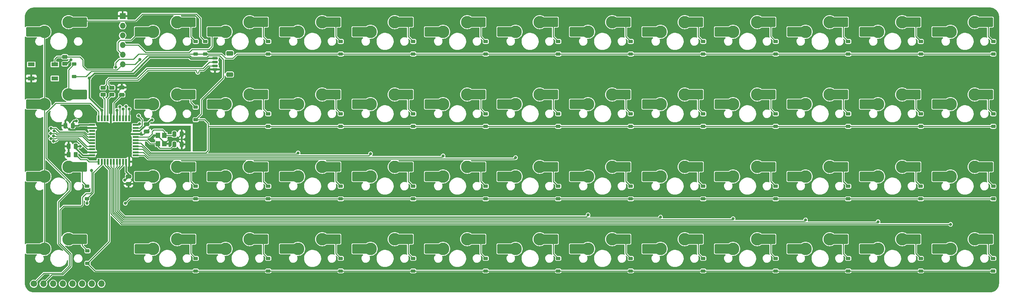
<source format=gbr>
%TF.GenerationSoftware,KiCad,Pcbnew,7.0.1-0*%
%TF.CreationDate,2023-08-02T22:09:24-05:00*%
%TF.ProjectId,pcb,7063622e-6b69-4636-9164-5f7063625858,rev?*%
%TF.SameCoordinates,Original*%
%TF.FileFunction,Copper,L2,Bot*%
%TF.FilePolarity,Positive*%
%FSLAX46Y46*%
G04 Gerber Fmt 4.6, Leading zero omitted, Abs format (unit mm)*
G04 Created by KiCad (PCBNEW 7.0.1-0) date 2023-08-02 22:09:24*
%MOMM*%
%LPD*%
G01*
G04 APERTURE LIST*
G04 Aperture macros list*
%AMRoundRect*
0 Rectangle with rounded corners*
0 $1 Rounding radius*
0 $2 $3 $4 $5 $6 $7 $8 $9 X,Y pos of 4 corners*
0 Add a 4 corners polygon primitive as box body*
4,1,4,$2,$3,$4,$5,$6,$7,$8,$9,$2,$3,0*
0 Add four circle primitives for the rounded corners*
1,1,$1+$1,$2,$3*
1,1,$1+$1,$4,$5*
1,1,$1+$1,$6,$7*
1,1,$1+$1,$8,$9*
0 Add four rect primitives between the rounded corners*
20,1,$1+$1,$2,$3,$4,$5,0*
20,1,$1+$1,$4,$5,$6,$7,0*
20,1,$1+$1,$6,$7,$8,$9,0*
20,1,$1+$1,$8,$9,$2,$3,0*%
G04 Aperture macros list end*
%TA.AperFunction,SMDPad,CuDef*%
%ADD10RoundRect,0.225000X0.375000X-0.225000X0.375000X0.225000X-0.375000X0.225000X-0.375000X-0.225000X0*%
%TD*%
%TA.AperFunction,SMDPad,CuDef*%
%ADD11RoundRect,0.250000X-0.475000X0.250000X-0.475000X-0.250000X0.475000X-0.250000X0.475000X0.250000X0*%
%TD*%
%TA.AperFunction,SMDPad,CuDef*%
%ADD12RoundRect,0.250000X-0.450000X0.262500X-0.450000X-0.262500X0.450000X-0.262500X0.450000X0.262500X0*%
%TD*%
%TA.AperFunction,ComponentPad*%
%ADD13C,3.300000*%
%TD*%
%TA.AperFunction,SMDPad,CuDef*%
%ADD14R,1.650000X2.500000*%
%TD*%
%TA.AperFunction,SMDPad,CuDef*%
%ADD15RoundRect,0.250000X1.025000X1.000000X-1.025000X1.000000X-1.025000X-1.000000X1.025000X-1.000000X0*%
%TD*%
%TA.AperFunction,SMDPad,CuDef*%
%ADD16RoundRect,0.250000X-0.250000X-0.475000X0.250000X-0.475000X0.250000X0.475000X-0.250000X0.475000X0*%
%TD*%
%TA.AperFunction,SMDPad,CuDef*%
%ADD17RoundRect,0.250000X0.450000X-0.262500X0.450000X0.262500X-0.450000X0.262500X-0.450000X-0.262500X0*%
%TD*%
%TA.AperFunction,SMDPad,CuDef*%
%ADD18RoundRect,0.250000X0.250000X0.475000X-0.250000X0.475000X-0.250000X-0.475000X0.250000X-0.475000X0*%
%TD*%
%TA.AperFunction,SMDPad,CuDef*%
%ADD19R,1.200000X1.400000*%
%TD*%
%TA.AperFunction,SMDPad,CuDef*%
%ADD20RoundRect,0.250000X0.475000X-0.250000X0.475000X0.250000X-0.475000X0.250000X-0.475000X-0.250000X0*%
%TD*%
%TA.AperFunction,SMDPad,CuDef*%
%ADD21RoundRect,0.150000X-0.625000X0.150000X-0.625000X-0.150000X0.625000X-0.150000X0.625000X0.150000X0*%
%TD*%
%TA.AperFunction,SMDPad,CuDef*%
%ADD22RoundRect,0.250000X-0.650000X0.350000X-0.650000X-0.350000X0.650000X-0.350000X0.650000X0.350000X0*%
%TD*%
%TA.AperFunction,SMDPad,CuDef*%
%ADD23RoundRect,0.250000X-0.262500X-0.450000X0.262500X-0.450000X0.262500X0.450000X-0.262500X0.450000X0*%
%TD*%
%TA.AperFunction,ComponentPad*%
%ADD24O,1.700000X1.700000*%
%TD*%
%TA.AperFunction,ComponentPad*%
%ADD25C,1.700000*%
%TD*%
%TA.AperFunction,SMDPad,CuDef*%
%ADD26R,0.550000X1.500000*%
%TD*%
%TA.AperFunction,SMDPad,CuDef*%
%ADD27R,1.500000X0.550000*%
%TD*%
%TA.AperFunction,ComponentPad*%
%ADD28O,1.524000X1.524000*%
%TD*%
%TA.AperFunction,ComponentPad*%
%ADD29R,1.524000X1.524000*%
%TD*%
%TA.AperFunction,SMDPad,CuDef*%
%ADD30R,1.800000X1.100000*%
%TD*%
%TA.AperFunction,ViaPad*%
%ADD31C,0.812800*%
%TD*%
%TA.AperFunction,Conductor*%
%ADD32C,0.254000*%
%TD*%
%TA.AperFunction,Conductor*%
%ADD33C,0.381000*%
%TD*%
G04 APERTURE END LIST*
D10*
%TO.P,D7,1,K*%
%TO.N,row0*%
X163368756Y-33075000D03*
%TO.P,D7,2,A*%
%TO.N,Net-(D7-A)*%
X163368756Y-29775000D03*
%TD*%
D11*
%TO.P,C4,1*%
%TO.N,VCC*%
X55175000Y-51550000D03*
%TO.P,C4,2*%
%TO.N,GND*%
X55175000Y-53450000D03*
%TD*%
D12*
%TO.P,RSW1,1*%
%TO.N,ISP_Reset*%
X33737496Y-33837500D03*
%TO.P,RSW1,2*%
%TO.N,VCC*%
X33737496Y-35662500D03*
%TD*%
D10*
%TO.P,D8,1,K*%
%TO.N,row0*%
X182418756Y-33075000D03*
%TO.P,D8,2,A*%
%TO.N,Net-(D8-A)*%
X182418756Y-29775000D03*
%TD*%
%TO.P,D14,1,K*%
%TO.N,row1*%
X36187496Y-39050000D03*
%TO.P,D14,2,A*%
%TO.N,Net-(D14-A)*%
X36187496Y-35750000D03*
%TD*%
D13*
%TO.P,MX42,1,COL*%
%TO.N,col2{slash}miso*%
X75961942Y-84375698D03*
D14*
X74136942Y-84375698D03*
D15*
X72411942Y-84375698D03*
%TO.P,MX42,2,ROW*%
%TO.N,Net-(D42-A)*%
X85861942Y-81835698D03*
D14*
X84111942Y-81835698D03*
D13*
X82311942Y-81835698D03*
%TD*%
D10*
%TO.P,D35,1,K*%
%TO.N,row2*%
X201468756Y-71200000D03*
%TO.P,D35,2,A*%
%TO.N,Net-(D35-A)*%
X201468756Y-67900000D03*
%TD*%
%TO.P,D11,1,K*%
%TO.N,row0*%
X239568756Y-33075000D03*
%TO.P,D11,2,A*%
%TO.N,Net-(D11-A)*%
X239568756Y-29775000D03*
%TD*%
D12*
%TO.P,R3,1*%
%TO.N,D+*%
X46075000Y-41962500D03*
%TO.P,R3,2*%
%TO.N,Net-(U1-D+)*%
X46075000Y-43787500D03*
%TD*%
D13*
%TO.P,MX9,1,COL*%
%TO.N,col8*%
X190262038Y-27225650D03*
D14*
X188437038Y-27225650D03*
D15*
X186712038Y-27225650D03*
%TO.P,MX9,2,ROW*%
%TO.N,Net-(D9-A)*%
X200162038Y-24685650D03*
D14*
X198412038Y-24685650D03*
D13*
X196612038Y-24685650D03*
%TD*%
%TO.P,MX3,1,COL*%
%TO.N,col2{slash}miso*%
X75961942Y-27225650D03*
D14*
X74136942Y-27225650D03*
D15*
X72411942Y-27225650D03*
%TO.P,MX3,2,ROW*%
%TO.N,Net-(D3-A)*%
X85861942Y-24685650D03*
D14*
X84111942Y-24685650D03*
D13*
X82311942Y-24685650D03*
%TD*%
D10*
%TO.P,D39,1,K*%
%TO.N,row2*%
X277700000Y-71200000D03*
%TO.P,D39,2,A*%
%TO.N,Net-(D39-A)*%
X277700000Y-67900000D03*
%TD*%
D13*
%TO.P,MX41,1,COL*%
%TO.N,col1{slash}mosi*%
X56911926Y-84375698D03*
D14*
X55086926Y-84375698D03*
D15*
X53361926Y-84375698D03*
%TO.P,MX41,2,ROW*%
%TO.N,Net-(D41-A)*%
X66811926Y-81835698D03*
D14*
X65061926Y-81835698D03*
D13*
X63261926Y-81835698D03*
%TD*%
%TO.P,MX25,1,COL*%
%TO.N,col11*%
X247412086Y-46275666D03*
D14*
X245587086Y-46275666D03*
D15*
X243862086Y-46275666D03*
%TO.P,MX25,2,ROW*%
%TO.N,Net-(D25-A)*%
X257312086Y-43735666D03*
D14*
X255562086Y-43735666D03*
D13*
X253762086Y-43735666D03*
%TD*%
%TO.P,MX22,1,COL*%
%TO.N,col8*%
X190262038Y-46275666D03*
D14*
X188437038Y-46275666D03*
D15*
X186712038Y-46275666D03*
%TO.P,MX22,2,ROW*%
%TO.N,Net-(D22-A)*%
X200162038Y-43735666D03*
D14*
X198412038Y-43735666D03*
D13*
X196612038Y-43735666D03*
%TD*%
%TO.P,MX49,1,COL*%
%TO.N,col9*%
X209312054Y-84375698D03*
D14*
X207487054Y-84375698D03*
D15*
X205762054Y-84375698D03*
%TO.P,MX49,2,ROW*%
%TO.N,Net-(D49-A)*%
X219212054Y-81835698D03*
D14*
X217462054Y-81835698D03*
D13*
X215662054Y-81835698D03*
%TD*%
D10*
%TO.P,D46,1,K*%
%TO.N,row3*%
X163368756Y-90200000D03*
%TO.P,D46,2,A*%
%TO.N,Net-(D46-A)*%
X163368756Y-86900000D03*
%TD*%
%TO.P,D40,1,K*%
%TO.N,row3*%
X39662496Y-88200000D03*
%TO.P,D40,2,A*%
%TO.N,Net-(D40-A)*%
X39662496Y-84900000D03*
%TD*%
D13*
%TO.P,MX10,1,COL*%
%TO.N,col9*%
X209312054Y-27225650D03*
D14*
X207487054Y-27225650D03*
D15*
X205762054Y-27225650D03*
%TO.P,MX10,2,ROW*%
%TO.N,Net-(D10-A)*%
X219212054Y-24685650D03*
D14*
X217462054Y-24685650D03*
D13*
X215662054Y-24685650D03*
%TD*%
D16*
%TO.P,CX1,1*%
%TO.N,XTAL2*%
X62500000Y-54200000D03*
%TO.P,CX1,2*%
%TO.N,GND*%
X64400000Y-54200000D03*
%TD*%
D17*
%TO.P,R2,1*%
%TO.N,Net-(U1-D-)*%
X43775000Y-43787500D03*
%TO.P,R2,2*%
%TO.N,D-*%
X43775000Y-41962500D03*
%TD*%
D18*
%TO.P,C1,1*%
%TO.N,VCC*%
X35787496Y-51925000D03*
%TO.P,C1,2*%
%TO.N,GND*%
X33887496Y-51925000D03*
%TD*%
D10*
%TO.P,D4,1,K*%
%TO.N,row0*%
X106218756Y-33075000D03*
%TO.P,D4,2,A*%
%TO.N,Net-(D4-A)*%
X106218756Y-29775000D03*
%TD*%
D19*
%TO.P,Y1,1,1*%
%TO.N,XTAL2*%
X59900000Y-54475000D03*
%TO.P,Y1,2,2*%
%TO.N,GND*%
X59900000Y-56675000D03*
%TO.P,Y1,3,3*%
%TO.N,XTAL1*%
X58200000Y-56675000D03*
%TO.P,Y1,4,4*%
%TO.N,GND*%
X58200000Y-54475000D03*
%TD*%
D18*
%TO.P,C2,1*%
%TO.N,VCC*%
X36600000Y-57375000D03*
%TO.P,C2,2*%
%TO.N,GND*%
X34700000Y-57375000D03*
%TD*%
D13*
%TO.P,MX19,1,COL*%
%TO.N,col5*%
X133111990Y-46275666D03*
D14*
X131286990Y-46275666D03*
D15*
X129561990Y-46275666D03*
%TO.P,MX19,2,ROW*%
%TO.N,Net-(D19-A)*%
X143011990Y-43735666D03*
D14*
X141261990Y-43735666D03*
D13*
X139461990Y-43735666D03*
%TD*%
D10*
%TO.P,D29,1,K*%
%TO.N,row2*%
X87168756Y-71200000D03*
%TO.P,D29,2,A*%
%TO.N,Net-(D29-A)*%
X87168756Y-67900000D03*
%TD*%
D13*
%TO.P,MX21,1,COL*%
%TO.N,col7*%
X171212022Y-46275666D03*
D14*
X169387022Y-46275666D03*
D15*
X167662022Y-46275666D03*
%TO.P,MX21,2,ROW*%
%TO.N,Net-(D21-A)*%
X181112022Y-43735666D03*
D14*
X179362022Y-43735666D03*
D13*
X177562022Y-43735666D03*
%TD*%
D10*
%TO.P,D24,1,K*%
%TO.N,row1*%
X239568756Y-52125000D03*
%TO.P,D24,2,A*%
%TO.N,Net-(D24-A)*%
X239568756Y-48825000D03*
%TD*%
%TO.P,D31,1,K*%
%TO.N,row2*%
X125268756Y-71200000D03*
%TO.P,D31,2,A*%
%TO.N,Net-(D31-A)*%
X125268756Y-67900000D03*
%TD*%
%TO.P,D45,1,K*%
%TO.N,row3*%
X144318756Y-90200000D03*
%TO.P,D45,2,A*%
%TO.N,Net-(D45-A)*%
X144318756Y-86900000D03*
%TD*%
%TO.P,D16,1,K*%
%TO.N,row1*%
X87168756Y-52125000D03*
%TO.P,D16,2,A*%
%TO.N,Net-(D16-A)*%
X87168756Y-48825000D03*
%TD*%
%TO.P,D41,1,K*%
%TO.N,row3*%
X68118756Y-90200000D03*
%TO.P,D41,2,A*%
%TO.N,Net-(D41-A)*%
X68118756Y-86900000D03*
%TD*%
D13*
%TO.P,MX16,1,COL*%
%TO.N,col2{slash}miso*%
X75961942Y-46275666D03*
D14*
X74136942Y-46275666D03*
D15*
X72411942Y-46275666D03*
%TO.P,MX16,2,ROW*%
%TO.N,Net-(D16-A)*%
X85861942Y-43735666D03*
D14*
X84111942Y-43735666D03*
D13*
X82311942Y-43735666D03*
%TD*%
D10*
%TO.P,D13,1,K*%
%TO.N,row0*%
X277675000Y-33075000D03*
%TO.P,D13,2,A*%
%TO.N,Net-(D13-A)*%
X277675000Y-29775000D03*
%TD*%
D13*
%TO.P,MX32,1,COL*%
%TO.N,col5*%
X133111990Y-65325682D03*
D14*
X131286990Y-65325682D03*
D15*
X129561990Y-65325682D03*
%TO.P,MX32,2,ROW*%
%TO.N,Net-(D32-A)*%
X143011990Y-62785682D03*
D14*
X141261990Y-62785682D03*
D13*
X139461990Y-62785682D03*
%TD*%
D10*
%TO.P,D49,1,K*%
%TO.N,row3*%
X220518756Y-90200000D03*
%TO.P,D49,2,A*%
%TO.N,Net-(D49-A)*%
X220518756Y-86900000D03*
%TD*%
D13*
%TO.P,MX8,1,COL*%
%TO.N,col7*%
X171212022Y-27225650D03*
D14*
X169387022Y-27225650D03*
D15*
X167662022Y-27225650D03*
%TO.P,MX8,2,ROW*%
%TO.N,Net-(D8-A)*%
X181112022Y-24685650D03*
D14*
X179362022Y-24685650D03*
D13*
X177562022Y-24685650D03*
%TD*%
D10*
%TO.P,D51,1,K*%
%TO.N,row3*%
X258625000Y-90200000D03*
%TO.P,D51,2,A*%
%TO.N,Net-(D51-A)*%
X258625000Y-86900000D03*
%TD*%
%TO.P,D50,1,K*%
%TO.N,row3*%
X239568756Y-90200000D03*
%TO.P,D50,2,A*%
%TO.N,Net-(D50-A)*%
X239568756Y-86900000D03*
%TD*%
D20*
%TO.P,C5,1*%
%TO.N,Net-(U1-UCAP)*%
X48700000Y-43825000D03*
%TO.P,C5,2*%
%TO.N,GND*%
X48700000Y-41925000D03*
%TD*%
D10*
%TO.P,D52,1,K*%
%TO.N,row3*%
X277668748Y-90200000D03*
%TO.P,D52,2,A*%
%TO.N,Net-(D52-A)*%
X277668748Y-86900000D03*
%TD*%
D13*
%TO.P,MX33,1,COL*%
%TO.N,col6*%
X152162006Y-65325682D03*
D14*
X150337006Y-65325682D03*
D15*
X148612006Y-65325682D03*
%TO.P,MX33,2,ROW*%
%TO.N,Net-(D33-A)*%
X162062006Y-62785682D03*
D14*
X160312006Y-62785682D03*
D13*
X158512006Y-62785682D03*
%TD*%
D10*
%TO.P,D37,1,K*%
%TO.N,row2*%
X239568756Y-71200000D03*
%TO.P,D37,2,A*%
%TO.N,Net-(D37-A)*%
X239568756Y-67900000D03*
%TD*%
%TO.P,D3,1,K*%
%TO.N,row0*%
X87168756Y-33075000D03*
%TO.P,D3,2,A*%
%TO.N,Net-(D3-A)*%
X87168756Y-29775000D03*
%TD*%
D11*
%TO.P,C3,1*%
%TO.N,VCC*%
X50450000Y-65350000D03*
%TO.P,C3,2*%
%TO.N,GND*%
X50450000Y-67250000D03*
%TD*%
D13*
%TO.P,MX37,1,COL*%
%TO.N,col10*%
X228362070Y-65325682D03*
D14*
X226537070Y-65325682D03*
D15*
X224812070Y-65325682D03*
%TO.P,MX37,2,ROW*%
%TO.N,Net-(D37-A)*%
X238262070Y-62785682D03*
D14*
X236512070Y-62785682D03*
D13*
X234712070Y-62785682D03*
%TD*%
D10*
%TO.P,D18,1,K*%
%TO.N,row1*%
X125268756Y-52125000D03*
%TO.P,D18,2,A*%
%TO.N,Net-(D18-A)*%
X125268756Y-48825000D03*
%TD*%
%TO.P,D28,1,K*%
%TO.N,row2*%
X68118756Y-71200000D03*
%TO.P,D28,2,A*%
%TO.N,Net-(D28-A)*%
X68118756Y-67900000D03*
%TD*%
D13*
%TO.P,MX34,1,COL*%
%TO.N,col7*%
X171212022Y-65325682D03*
D14*
X169387022Y-65325682D03*
D15*
X167662022Y-65325682D03*
%TO.P,MX34,2,ROW*%
%TO.N,Net-(D34-A)*%
X181112022Y-62785682D03*
D14*
X179362022Y-62785682D03*
D13*
X177562022Y-62785682D03*
%TD*%
%TO.P,MX28,1,COL*%
%TO.N,col1{slash}mosi*%
X56911926Y-65325682D03*
D14*
X55086926Y-65325682D03*
D15*
X53361926Y-65325682D03*
%TO.P,MX28,2,ROW*%
%TO.N,Net-(D28-A)*%
X66811926Y-62785682D03*
D14*
X65061926Y-62785682D03*
D13*
X63261926Y-62785682D03*
%TD*%
%TO.P,MX47,1,COL*%
%TO.N,col7*%
X171212022Y-84375698D03*
D14*
X169387022Y-84375698D03*
D15*
X167662022Y-84375698D03*
%TO.P,MX47,2,ROW*%
%TO.N,Net-(D47-A)*%
X181112022Y-81835698D03*
D14*
X179362022Y-81835698D03*
D13*
X177562022Y-81835698D03*
%TD*%
D10*
%TO.P,D32,1,K*%
%TO.N,row2*%
X144318756Y-71200000D03*
%TO.P,D32,2,A*%
%TO.N,Net-(D32-A)*%
X144318756Y-67900000D03*
%TD*%
D13*
%TO.P,MX45,1,COL*%
%TO.N,col5*%
X133111990Y-84375698D03*
D14*
X131286990Y-84375698D03*
D15*
X129561990Y-84375698D03*
%TO.P,MX45,2,ROW*%
%TO.N,Net-(D45-A)*%
X143011990Y-81835698D03*
D14*
X141261990Y-81835698D03*
D13*
X139461990Y-81835698D03*
%TD*%
D10*
%TO.P,D5,1,K*%
%TO.N,row0*%
X125268756Y-33075000D03*
%TO.P,D5,2,A*%
%TO.N,Net-(D5-A)*%
X125268756Y-29775000D03*
%TD*%
D13*
%TO.P,MX4,1,COL*%
%TO.N,col3*%
X95011958Y-27225650D03*
D14*
X93186958Y-27225650D03*
D15*
X91461958Y-27225650D03*
%TO.P,MX4,2,ROW*%
%TO.N,Net-(D4-A)*%
X104911958Y-24685650D03*
D14*
X103161958Y-24685650D03*
D13*
X101361958Y-24685650D03*
%TD*%
D10*
%TO.P,D27,1,K*%
%TO.N,row2*%
X39543748Y-71200000D03*
%TO.P,D27,2,A*%
%TO.N,Net-(D27-A)*%
X39543748Y-67900000D03*
%TD*%
D13*
%TO.P,MX29,1,COL*%
%TO.N,col2{slash}miso*%
X75961942Y-65325682D03*
D14*
X74136942Y-65325682D03*
D15*
X72411942Y-65325682D03*
%TO.P,MX29,2,ROW*%
%TO.N,Net-(D29-A)*%
X85861942Y-62785682D03*
D14*
X84111942Y-62785682D03*
D13*
X82311942Y-62785682D03*
%TD*%
%TO.P,MX7,1,COL*%
%TO.N,col6*%
X152162006Y-27225650D03*
D14*
X150337006Y-27225650D03*
D15*
X148612006Y-27225650D03*
%TO.P,MX7,2,ROW*%
%TO.N,Net-(D7-A)*%
X162062006Y-24685650D03*
D14*
X160312006Y-24685650D03*
D13*
X158512006Y-24685650D03*
%TD*%
D10*
%TO.P,D48,1,K*%
%TO.N,row3*%
X201468756Y-90200000D03*
%TO.P,D48,2,A*%
%TO.N,Net-(D48-A)*%
X201468756Y-86900000D03*
%TD*%
%TO.P,D34,1,K*%
%TO.N,row2*%
X182418756Y-71200000D03*
%TO.P,D34,2,A*%
%TO.N,Net-(D34-A)*%
X182418756Y-67900000D03*
%TD*%
D13*
%TO.P,MX18,1,COL*%
%TO.N,col4*%
X114061974Y-46275666D03*
D14*
X112236974Y-46275666D03*
D15*
X110511974Y-46275666D03*
%TO.P,MX18,2,ROW*%
%TO.N,Net-(D18-A)*%
X123961974Y-43735666D03*
D14*
X122211974Y-43735666D03*
D13*
X120411974Y-43735666D03*
%TD*%
D10*
%TO.P,D20,1,K*%
%TO.N,row1*%
X163368756Y-52125000D03*
%TO.P,D20,2,A*%
%TO.N,Net-(D20-A)*%
X163368756Y-48825000D03*
%TD*%
D13*
%TO.P,MX39,1,COL*%
%TO.N,col12*%
X266462102Y-65325682D03*
D14*
X264637102Y-65325682D03*
D15*
X262912102Y-65325682D03*
%TO.P,MX39,2,ROW*%
%TO.N,Net-(D39-A)*%
X276362102Y-62785682D03*
D14*
X274612102Y-62785682D03*
D13*
X272812102Y-62785682D03*
%TD*%
D21*
%TO.P,J3,1,1*%
%TO.N,VCC*%
X73175000Y-34175000D03*
%TO.P,J3,2,2*%
%TO.N,D-*%
X73175000Y-35175000D03*
%TO.P,J3,3,3*%
%TO.N,D+*%
X73175000Y-36175000D03*
%TO.P,J3,4,4*%
%TO.N,GND*%
X73175000Y-37175000D03*
D22*
%TO.P,J3,MP*%
%TO.N,N/C*%
X77050000Y-32875000D03*
X77050000Y-38475000D03*
%TD*%
D13*
%TO.P,MX24,1,COL*%
%TO.N,col10*%
X228362070Y-46275666D03*
D14*
X226537070Y-46275666D03*
D15*
X224812070Y-46275666D03*
%TO.P,MX24,2,ROW*%
%TO.N,Net-(D24-A)*%
X238262070Y-43735666D03*
D14*
X236512070Y-43735666D03*
D13*
X234712070Y-43735666D03*
%TD*%
D10*
%TO.P,D19,1,K*%
%TO.N,row1*%
X144318756Y-52125000D03*
%TO.P,D19,2,A*%
%TO.N,Net-(D19-A)*%
X144318756Y-48825000D03*
%TD*%
D13*
%TO.P,MX43,1,COL*%
%TO.N,col3*%
X95011958Y-84375698D03*
D14*
X93186958Y-84375698D03*
D15*
X91461958Y-84375698D03*
%TO.P,MX43,2,ROW*%
%TO.N,Net-(D43-A)*%
X104911958Y-81835698D03*
D14*
X103161958Y-81835698D03*
D13*
X101361958Y-81835698D03*
%TD*%
%TO.P,MX13,1,COL*%
%TO.N,col12*%
X266462102Y-27225650D03*
D14*
X264637102Y-27225650D03*
D15*
X262912102Y-27225650D03*
%TO.P,MX13,2,ROW*%
%TO.N,Net-(D13-A)*%
X276362102Y-24685650D03*
D14*
X274612102Y-24685650D03*
D13*
X272812102Y-24685650D03*
%TD*%
%TO.P,MX6,1,COL*%
%TO.N,col5*%
X133111990Y-27225650D03*
D14*
X131286990Y-27225650D03*
D15*
X129561990Y-27225650D03*
%TO.P,MX6,2,ROW*%
%TO.N,Net-(D6-A)*%
X143011990Y-24685650D03*
D14*
X141261990Y-24685650D03*
D13*
X139461990Y-24685650D03*
%TD*%
%TO.P,MX36,1,COL*%
%TO.N,col9*%
X209312054Y-65325682D03*
D14*
X207487054Y-65325682D03*
D15*
X205762054Y-65325682D03*
%TO.P,MX36,2,ROW*%
%TO.N,Net-(D36-A)*%
X219212054Y-62785682D03*
D14*
X217462054Y-62785682D03*
D13*
X215662054Y-62785682D03*
%TD*%
D23*
%TO.P,R1,1*%
%TO.N,GND*%
X34737500Y-59575000D03*
%TO.P,R1,2*%
%TO.N,Net-(U1-~{HWB}{slash}PE2)*%
X36562500Y-59575000D03*
%TD*%
D24*
%TO.P,J5,8,Pin_8*%
%TO.N,extra8*%
X43338780Y-93575000D03*
%TO.P,J5,7,Pin_7*%
%TO.N,extra7*%
X40798780Y-93575000D03*
%TO.P,J5,6,Pin_6*%
%TO.N,extra6*%
X38258780Y-93575000D03*
%TO.P,J5,5,Pin_5*%
%TO.N,extra5*%
X35718780Y-93575000D03*
%TO.P,J5,4,Pin_4*%
%TO.N,extra4*%
X33178780Y-93575000D03*
%TO.P,J5,3,Pin_3*%
%TO.N,extra3*%
X30638780Y-93575000D03*
%TO.P,J5,2,Pin_2*%
%TO.N,extra2*%
X28098780Y-93575000D03*
D25*
%TO.P,J5,1,Pin_1*%
%TO.N,extra1*%
X25558780Y-93575000D03*
%TD*%
D10*
%TO.P,D6,1,K*%
%TO.N,row0*%
X144318756Y-33075000D03*
%TO.P,D6,2,A*%
%TO.N,Net-(D6-A)*%
X144318756Y-29775000D03*
%TD*%
D13*
%TO.P,MX30,1,COL*%
%TO.N,col3*%
X95011958Y-65325682D03*
D14*
X93186958Y-65325682D03*
D15*
X91461958Y-65325682D03*
%TO.P,MX30,2,ROW*%
%TO.N,Net-(D30-A)*%
X104911958Y-62785682D03*
D14*
X103161958Y-62785682D03*
D13*
X101361958Y-62785682D03*
%TD*%
D10*
%TO.P,D12,1,K*%
%TO.N,row0*%
X258625000Y-33075000D03*
%TO.P,D12,2,A*%
%TO.N,Net-(D12-A)*%
X258625000Y-29775000D03*
%TD*%
%TO.P,D30,1,K*%
%TO.N,row2*%
X106218756Y-71200000D03*
%TO.P,D30,2,A*%
%TO.N,Net-(D30-A)*%
X106218756Y-67900000D03*
%TD*%
%TO.P,D2,1,K*%
%TO.N,row0*%
X68113756Y-33075000D03*
%TO.P,D2,2,A*%
%TO.N,Net-(D2-A)*%
X68113756Y-29775000D03*
%TD*%
D16*
%TO.P,CX2,1*%
%TO.N,XTAL1*%
X62500000Y-56900000D03*
%TO.P,CX2,2*%
%TO.N,GND*%
X64400000Y-56900000D03*
%TD*%
D13*
%TO.P,MX35,1,COL*%
%TO.N,col8*%
X190262038Y-65325682D03*
D14*
X188437038Y-65325682D03*
D15*
X186712038Y-65325682D03*
%TO.P,MX35,2,ROW*%
%TO.N,Net-(D35-A)*%
X200162038Y-62785682D03*
D14*
X198412038Y-62785682D03*
D13*
X196612038Y-62785682D03*
%TD*%
%TO.P,MX15,1,COL*%
%TO.N,col1{slash}mosi*%
X56911926Y-46275666D03*
D14*
X55086926Y-46275666D03*
D15*
X53361926Y-46275666D03*
%TO.P,MX15,2,ROW*%
%TO.N,Net-(D15-A)*%
X66811926Y-43735666D03*
D14*
X65061926Y-43735666D03*
D13*
X63261926Y-43735666D03*
%TD*%
%TO.P,MX48,1,COL*%
%TO.N,col8*%
X190262038Y-84375698D03*
D14*
X188437038Y-84375698D03*
D15*
X186712038Y-84375698D03*
%TO.P,MX48,2,ROW*%
%TO.N,Net-(D48-A)*%
X200162038Y-81835698D03*
D14*
X198412038Y-81835698D03*
D13*
X196612038Y-81835698D03*
%TD*%
D10*
%TO.P,D33,1,K*%
%TO.N,row2*%
X163368756Y-71200000D03*
%TO.P,D33,2,A*%
%TO.N,Net-(D33-A)*%
X163368756Y-67900000D03*
%TD*%
D13*
%TO.P,MX31,1,COL*%
%TO.N,col4*%
X114061974Y-65325682D03*
D14*
X112236974Y-65325682D03*
D15*
X110511974Y-65325682D03*
%TO.P,MX31,2,ROW*%
%TO.N,Net-(D31-A)*%
X123961974Y-62785682D03*
D14*
X122211974Y-62785682D03*
D13*
X120411974Y-62785682D03*
%TD*%
D10*
%TO.P,D22,1,K*%
%TO.N,row1*%
X201468756Y-52125000D03*
%TO.P,D22,2,A*%
%TO.N,Net-(D22-A)*%
X201468756Y-48825000D03*
%TD*%
D13*
%TO.P,MX17,1,COL*%
%TO.N,col3*%
X95011958Y-46275666D03*
D14*
X93186958Y-46275666D03*
D15*
X91461958Y-46275666D03*
%TO.P,MX17,2,ROW*%
%TO.N,Net-(D17-A)*%
X104911958Y-43735666D03*
D14*
X103161958Y-43735666D03*
D13*
X101361958Y-43735666D03*
%TD*%
D10*
%TO.P,D36,1,K*%
%TO.N,row2*%
X220518756Y-71200000D03*
%TO.P,D36,2,A*%
%TO.N,Net-(D36-A)*%
X220518756Y-67900000D03*
%TD*%
D13*
%TO.P,MX51,1,COL*%
%TO.N,col11*%
X247412086Y-84375698D03*
D14*
X245587086Y-84375698D03*
D15*
X243862086Y-84375698D03*
%TO.P,MX51,2,ROW*%
%TO.N,Net-(D51-A)*%
X257312086Y-81835698D03*
D14*
X255562086Y-81835698D03*
D13*
X253762086Y-81835698D03*
%TD*%
D26*
%TO.P,U1,1,PE6*%
%TO.N,extra1*%
X42600000Y-50050000D03*
%TO.P,U1,2,UVCC*%
%TO.N,VCC*%
X43400000Y-50050000D03*
%TO.P,U1,3,D-*%
%TO.N,Net-(U1-D-)*%
X44200000Y-50050000D03*
%TO.P,U1,4,D+*%
%TO.N,Net-(U1-D+)*%
X45000000Y-50050000D03*
%TO.P,U1,5,UGND*%
%TO.N,GND*%
X45800000Y-50050000D03*
%TO.P,U1,6,UCAP*%
%TO.N,Net-(U1-UCAP)*%
X46600000Y-50050000D03*
%TO.P,U1,7,VBUS*%
%TO.N,VCC*%
X47400000Y-50050000D03*
%TO.P,U1,8,PB0*%
%TO.N,row0*%
X48200000Y-50050000D03*
%TO.P,U1,9,PB1/SCK*%
%TO.N,col0{slash}sck*%
X49000000Y-50050000D03*
%TO.P,U1,10,PB2/MOSI*%
%TO.N,col1{slash}mosi*%
X49800000Y-50050000D03*
%TO.P,U1,11,PB3/MISO*%
%TO.N,col2{slash}miso*%
X50600000Y-50050000D03*
D27*
%TO.P,U1,12,PB7*%
%TO.N,extra2*%
X52300000Y-51750000D03*
%TO.P,U1,13,~{RESET}*%
%TO.N,ISP_Reset*%
X52300000Y-52550000D03*
%TO.P,U1,14,VCC*%
%TO.N,VCC*%
X52300000Y-53350000D03*
%TO.P,U1,15,GND*%
%TO.N,GND*%
X52300000Y-54150000D03*
%TO.P,U1,16,XTAL2*%
%TO.N,XTAL2*%
X52300000Y-54950000D03*
%TO.P,U1,17,XTAL1*%
%TO.N,XTAL1*%
X52300000Y-55750000D03*
%TO.P,U1,18,PD0*%
%TO.N,row1*%
X52300000Y-56550000D03*
%TO.P,U1,19,PD1*%
%TO.N,col3*%
X52300000Y-57350000D03*
%TO.P,U1,20,PD2*%
%TO.N,col4*%
X52300000Y-58150000D03*
%TO.P,U1,21,PD3*%
%TO.N,col5*%
X52300000Y-58950000D03*
%TO.P,U1,22,PD5*%
%TO.N,col6*%
X52300000Y-59750000D03*
D26*
%TO.P,U1,23,GND*%
%TO.N,GND*%
X50600000Y-61450000D03*
%TO.P,U1,24,AVCC*%
%TO.N,VCC*%
X49800000Y-61450000D03*
%TO.P,U1,25,PD4*%
%TO.N,col7*%
X49000000Y-61450000D03*
%TO.P,U1,26,PD6*%
%TO.N,col8*%
X48200000Y-61450000D03*
%TO.P,U1,27,PD7*%
%TO.N,col9*%
X47400000Y-61450000D03*
%TO.P,U1,28,PB4*%
%TO.N,col10*%
X46600000Y-61450000D03*
%TO.P,U1,29,PB5*%
%TO.N,col11*%
X45800000Y-61450000D03*
%TO.P,U1,30,PB6*%
%TO.N,col12*%
X45000000Y-61450000D03*
%TO.P,U1,31,PC6*%
%TO.N,row3*%
X44200000Y-61450000D03*
%TO.P,U1,32,PC7*%
%TO.N,row2*%
X43400000Y-61450000D03*
%TO.P,U1,33,~{HWB}/PE2*%
%TO.N,Net-(U1-~{HWB}{slash}PE2)*%
X42600000Y-61450000D03*
D27*
%TO.P,U1,34,VCC*%
%TO.N,VCC*%
X40900000Y-59750000D03*
%TO.P,U1,35,GND*%
%TO.N,GND*%
X40900000Y-58950000D03*
%TO.P,U1,36,PF7*%
%TO.N,extra8*%
X40900000Y-58150000D03*
%TO.P,U1,37,PF6*%
%TO.N,extra7*%
X40900000Y-57350000D03*
%TO.P,U1,38,PF5*%
%TO.N,extra6*%
X40900000Y-56550000D03*
%TO.P,U1,39,PF4*%
%TO.N,extra5*%
X40900000Y-55750000D03*
%TO.P,U1,40,PF1*%
%TO.N,extra4*%
X40900000Y-54950000D03*
%TO.P,U1,41,PF0*%
%TO.N,extra3*%
X40900000Y-54150000D03*
%TO.P,U1,42,AREF*%
%TO.N,unconnected-(U1-AREF-Pad42)*%
X40900000Y-53350000D03*
%TO.P,U1,43,GND*%
%TO.N,GND*%
X40900000Y-52550000D03*
%TO.P,U1,44,AVCC*%
%TO.N,VCC*%
X40900000Y-51750000D03*
%TD*%
D13*
%TO.P,MX44,1,COL*%
%TO.N,col4*%
X114061974Y-84375698D03*
D14*
X112236974Y-84375698D03*
D15*
X110511974Y-84375698D03*
%TO.P,MX44,2,ROW*%
%TO.N,Net-(D44-A)*%
X123961974Y-81835698D03*
D14*
X122211974Y-81835698D03*
D13*
X120411974Y-81835698D03*
%TD*%
%TO.P,MX27,1,COL*%
%TO.N,col0{slash}sck*%
X28336902Y-65325682D03*
D14*
X26511902Y-65325682D03*
D15*
X24786902Y-65325682D03*
%TO.P,MX27,2,ROW*%
%TO.N,Net-(D27-A)*%
X38236902Y-62785682D03*
D14*
X36486902Y-62785682D03*
D13*
X34686902Y-62785682D03*
%TD*%
%TO.P,MX40,1,COL*%
%TO.N,col0{slash}sck*%
X28336902Y-84375698D03*
D14*
X26511902Y-84375698D03*
D15*
X24786902Y-84375698D03*
%TO.P,MX40,2,ROW*%
%TO.N,Net-(D40-A)*%
X38236902Y-81835698D03*
D14*
X36486902Y-81835698D03*
D13*
X34686902Y-81835698D03*
%TD*%
%TO.P,MX12,1,COL*%
%TO.N,col11*%
X247412086Y-27225650D03*
D14*
X245587086Y-27225650D03*
D15*
X243862086Y-27225650D03*
%TO.P,MX12,2,ROW*%
%TO.N,Net-(D12-A)*%
X257312086Y-24685650D03*
D14*
X255562086Y-24685650D03*
D13*
X253762086Y-24685650D03*
%TD*%
D10*
%TO.P,D43,1,K*%
%TO.N,row3*%
X106218756Y-90200000D03*
%TO.P,D43,2,A*%
%TO.N,Net-(D43-A)*%
X106218756Y-86900000D03*
%TD*%
%TO.P,D47,1,K*%
%TO.N,row3*%
X182418756Y-90200000D03*
%TO.P,D47,2,A*%
%TO.N,Net-(D47-A)*%
X182418756Y-86900000D03*
%TD*%
D13*
%TO.P,MX11,1,COL*%
%TO.N,col10*%
X228362070Y-27225650D03*
D14*
X226537070Y-27225650D03*
D15*
X224812070Y-27225650D03*
%TO.P,MX11,2,ROW*%
%TO.N,Net-(D11-A)*%
X238262070Y-24685650D03*
D14*
X236512070Y-24685650D03*
D13*
X234712070Y-24685650D03*
%TD*%
D10*
%TO.P,D9,1,K*%
%TO.N,row0*%
X201468756Y-33075000D03*
%TO.P,D9,2,A*%
%TO.N,Net-(D9-A)*%
X201468756Y-29775000D03*
%TD*%
D13*
%TO.P,MX23,1,COL*%
%TO.N,col9*%
X209312054Y-46275666D03*
D14*
X207487054Y-46275666D03*
D15*
X205762054Y-46275666D03*
%TO.P,MX23,2,ROW*%
%TO.N,Net-(D23-A)*%
X219212054Y-43735666D03*
D14*
X217462054Y-43735666D03*
D13*
X215662054Y-43735666D03*
%TD*%
%TO.P,MX52,1,COL*%
%TO.N,col12*%
X266462102Y-84375698D03*
D14*
X264637102Y-84375698D03*
D15*
X262912102Y-84375698D03*
%TO.P,MX52,2,ROW*%
%TO.N,Net-(D52-A)*%
X276362102Y-81835698D03*
D14*
X274612102Y-81835698D03*
D13*
X272812102Y-81835698D03*
%TD*%
D10*
%TO.P,D1,1,K*%
%TO.N,row0*%
X70575000Y-33052500D03*
%TO.P,D1,2,A*%
%TO.N,Net-(D1-A)*%
X70575000Y-29752500D03*
%TD*%
%TO.P,D21,1,K*%
%TO.N,row1*%
X182418756Y-52125000D03*
%TO.P,D21,2,A*%
%TO.N,Net-(D21-A)*%
X182418756Y-48825000D03*
%TD*%
D13*
%TO.P,MX2,1,COL*%
%TO.N,col1{slash}mosi*%
X56911926Y-27225650D03*
D14*
X55086926Y-27225650D03*
D15*
X53361926Y-27225650D03*
%TO.P,MX2,2,ROW*%
%TO.N,Net-(D2-A)*%
X66811926Y-24685650D03*
D14*
X65061926Y-24685650D03*
D13*
X63261926Y-24685650D03*
%TD*%
%TO.P,MX50,1,COL*%
%TO.N,col10*%
X228362070Y-84375698D03*
D14*
X226537070Y-84375698D03*
D15*
X224812070Y-84375698D03*
%TO.P,MX50,2,ROW*%
%TO.N,Net-(D50-A)*%
X238262070Y-81835698D03*
D14*
X236512070Y-81835698D03*
D13*
X234712070Y-81835698D03*
%TD*%
D10*
%TO.P,D38,1,K*%
%TO.N,row2*%
X258618756Y-71200000D03*
%TO.P,D38,2,A*%
%TO.N,Net-(D38-A)*%
X258618756Y-67900000D03*
%TD*%
D13*
%TO.P,MX20,1,COL*%
%TO.N,col6*%
X152162006Y-46275666D03*
D14*
X150337006Y-46275666D03*
D15*
X148612006Y-46275666D03*
%TO.P,MX20,2,ROW*%
%TO.N,Net-(D20-A)*%
X162062006Y-43735666D03*
D14*
X160312006Y-43735666D03*
D13*
X158512006Y-43735666D03*
%TD*%
%TO.P,MX26,1,COL*%
%TO.N,col12*%
X266462102Y-46275666D03*
D14*
X264637102Y-46275666D03*
D15*
X262912102Y-46275666D03*
%TO.P,MX26,2,ROW*%
%TO.N,Net-(D26-A)*%
X276362102Y-43735666D03*
D14*
X274612102Y-43735666D03*
D13*
X272812102Y-43735666D03*
%TD*%
D10*
%TO.P,D15,1,K*%
%TO.N,row1*%
X68118756Y-50375000D03*
%TO.P,D15,2,A*%
%TO.N,Net-(D15-A)*%
X68118756Y-47075000D03*
%TD*%
D13*
%TO.P,MX1,1,COL*%
%TO.N,col0{slash}sck*%
X28336902Y-27225650D03*
D14*
X26511902Y-27225650D03*
D15*
X24786902Y-27225650D03*
%TO.P,MX1,2,ROW*%
%TO.N,Net-(D1-A)*%
X38236902Y-24685650D03*
D14*
X36486902Y-24685650D03*
D13*
X34686902Y-24685650D03*
%TD*%
D28*
%TO.P,J2,1,~{RST}*%
%TO.N,ISP_Reset*%
X48900000Y-35800000D03*
%TO.P,J2,2,VCC*%
%TO.N,VCC*%
X48900000Y-25640000D03*
%TO.P,J2,3,MISO*%
%TO.N,col2{slash}miso*%
X48900000Y-30720000D03*
%TO.P,J2,4,MOSI*%
%TO.N,col1{slash}mosi*%
X48900000Y-33260000D03*
%TO.P,J2,5,SCK*%
%TO.N,col0{slash}sck*%
X48900000Y-28180000D03*
D29*
%TO.P,J2,6,GND*%
%TO.N,GND*%
X48900000Y-23100000D03*
%TD*%
D30*
%TO.P,SW1,1,1*%
%TO.N,GND*%
X24912496Y-39525000D03*
%TO.P,SW1,2,2*%
%TO.N,ISP_Reset*%
X31112496Y-35825000D03*
%TO.P,SW1,3*%
%TO.N,N/C*%
X24912496Y-35825000D03*
%TO.P,SW1,4*%
X31112496Y-39525000D03*
%TD*%
D10*
%TO.P,D23,1,K*%
%TO.N,row1*%
X220518756Y-52125000D03*
%TO.P,D23,2,A*%
%TO.N,Net-(D23-A)*%
X220518756Y-48825000D03*
%TD*%
%TO.P,D25,1,K*%
%TO.N,row1*%
X258625000Y-52125000D03*
%TO.P,D25,2,A*%
%TO.N,Net-(D25-A)*%
X258625000Y-48825000D03*
%TD*%
%TO.P,D42,1,K*%
%TO.N,row3*%
X87168756Y-90200000D03*
%TO.P,D42,2,A*%
%TO.N,Net-(D42-A)*%
X87168756Y-86900000D03*
%TD*%
%TO.P,D26,1,K*%
%TO.N,row1*%
X277675000Y-52125000D03*
%TO.P,D26,2,A*%
%TO.N,Net-(D26-A)*%
X277675000Y-48825000D03*
%TD*%
D13*
%TO.P,MX38,1,COL*%
%TO.N,col11*%
X247412086Y-65325682D03*
D14*
X245587086Y-65325682D03*
D15*
X243862086Y-65325682D03*
%TO.P,MX38,2,ROW*%
%TO.N,Net-(D38-A)*%
X257312086Y-62785682D03*
D14*
X255562086Y-62785682D03*
D13*
X253762086Y-62785682D03*
%TD*%
D10*
%TO.P,D10,1,K*%
%TO.N,row0*%
X220518756Y-33075000D03*
%TO.P,D10,2,A*%
%TO.N,Net-(D10-A)*%
X220518756Y-29775000D03*
%TD*%
D13*
%TO.P,MX5,1,COL*%
%TO.N,col4*%
X114061974Y-27225650D03*
D14*
X112236974Y-27225650D03*
D15*
X110511974Y-27225650D03*
%TO.P,MX5,2,ROW*%
%TO.N,Net-(D5-A)*%
X123961974Y-24685650D03*
D14*
X122211974Y-24685650D03*
D13*
X120411974Y-24685650D03*
%TD*%
D10*
%TO.P,D44,1,K*%
%TO.N,row3*%
X125268756Y-90200000D03*
%TO.P,D44,2,A*%
%TO.N,Net-(D44-A)*%
X125268756Y-86900000D03*
%TD*%
%TO.P,D17,1,K*%
%TO.N,row1*%
X106218756Y-52125000D03*
%TO.P,D17,2,A*%
%TO.N,Net-(D17-A)*%
X106218756Y-48825000D03*
%TD*%
D13*
%TO.P,MX46,1,COL*%
%TO.N,col6*%
X152162006Y-84375698D03*
D14*
X150337006Y-84375698D03*
D15*
X148612006Y-84375698D03*
%TO.P,MX46,2,ROW*%
%TO.N,Net-(D46-A)*%
X162062006Y-81835698D03*
D14*
X160312006Y-81835698D03*
D13*
X158512006Y-81835698D03*
%TD*%
%TO.P,MX14,1,COL*%
%TO.N,col0{slash}sck*%
X28336902Y-46275666D03*
D14*
X26511902Y-46275666D03*
D15*
X24786902Y-46275666D03*
%TO.P,MX14,2,ROW*%
%TO.N,Net-(D14-A)*%
X38236902Y-43735666D03*
D14*
X36486902Y-43735666D03*
D13*
X34686902Y-43735666D03*
%TD*%
D31*
%TO.N,GND*%
X128575000Y-50825000D03*
X243000000Y-69900000D03*
X71075000Y-74450000D03*
X128575000Y-59200000D03*
X65725000Y-56900000D03*
X261975000Y-31800000D03*
X147675000Y-79500000D03*
X261975000Y-53400000D03*
X166775000Y-31800000D03*
X185850000Y-69900000D03*
X204800000Y-50825000D03*
X73325000Y-61762500D03*
X185850000Y-79300000D03*
X58000000Y-31775000D03*
X261975000Y-72475000D03*
X27037496Y-70050000D03*
X261975000Y-79250000D03*
X204800000Y-88900000D03*
X147675000Y-72475000D03*
X223950000Y-72475000D03*
X58700000Y-38575000D03*
X71075000Y-79550000D03*
X261975000Y-76675000D03*
X166775000Y-53400000D03*
X65050000Y-31625000D03*
X29612496Y-70050000D03*
X204800000Y-72475000D03*
X90175000Y-91475000D03*
X204800000Y-34375000D03*
X261975000Y-69900000D03*
X204800000Y-79200000D03*
X166775000Y-69900000D03*
X147675000Y-53400000D03*
X38700000Y-58925000D03*
X109700000Y-31800000D03*
X109700000Y-50825000D03*
X261975000Y-50825000D03*
X109700000Y-74450000D03*
X166775000Y-74400000D03*
X60700000Y-35775000D03*
X44100000Y-70325000D03*
X204800000Y-53400000D03*
X71075000Y-72500000D03*
X185850000Y-50825000D03*
X58700000Y-35775000D03*
X166775000Y-88900000D03*
X261975000Y-88900000D03*
X49200000Y-70325000D03*
X65050000Y-38575000D03*
X243000000Y-76475000D03*
X109700000Y-72475000D03*
X56600000Y-55475000D03*
X223950000Y-50825000D03*
X243000000Y-72475000D03*
X52325000Y-79550000D03*
X185850000Y-74900000D03*
X73300000Y-50850000D03*
X128575000Y-31800000D03*
X204800000Y-75550000D03*
X185850000Y-88900000D03*
X52325000Y-74450000D03*
X185850000Y-72475000D03*
X90175000Y-58475000D03*
X30662496Y-75725000D03*
X128550000Y-79525000D03*
X109700000Y-88900000D03*
X166775000Y-34375000D03*
X29637496Y-79025000D03*
X261975000Y-91475000D03*
X109700000Y-34375000D03*
X223950000Y-53400000D03*
X147675000Y-91475000D03*
X109700000Y-79550000D03*
X166775000Y-91475000D03*
X204800000Y-69900000D03*
X52100000Y-88900000D03*
X243000000Y-91475000D03*
X128575000Y-61775000D03*
X90175000Y-61750000D03*
X128575000Y-91475000D03*
X204800000Y-91475000D03*
X90175000Y-74425000D03*
X109700000Y-69900000D03*
X166775000Y-50825000D03*
X128575000Y-69900000D03*
X223950000Y-34375000D03*
X128575000Y-72475000D03*
X24912496Y-40800000D03*
X147800000Y-61950000D03*
X243000000Y-53400000D03*
X90175000Y-31800000D03*
X109700000Y-53400000D03*
X27062496Y-79025000D03*
X62725000Y-35775000D03*
X128575000Y-34375000D03*
X128575000Y-88900000D03*
X128575000Y-53400000D03*
X30112496Y-51275000D03*
X109875000Y-61925000D03*
X243000000Y-50825000D03*
X243000000Y-31800000D03*
X147675000Y-69900000D03*
X50325000Y-41925000D03*
X166775000Y-79500000D03*
X223950000Y-69900000D03*
X62725000Y-38575000D03*
X71075000Y-91500000D03*
X243000000Y-34375000D03*
X223950000Y-88900000D03*
X185850000Y-53400000D03*
X90175000Y-69900000D03*
X52100000Y-91475000D03*
X71075000Y-69925000D03*
X147675000Y-31800000D03*
X185850000Y-91475000D03*
X90175000Y-72475000D03*
X147675000Y-88900000D03*
X128550000Y-74425000D03*
X166775000Y-72475000D03*
X65800000Y-54200000D03*
X223950000Y-91475000D03*
X147800000Y-59375000D03*
X109700000Y-91475000D03*
X90175000Y-79525000D03*
X223950000Y-76025000D03*
X147675000Y-50825000D03*
X90175000Y-88900000D03*
X73300000Y-53425000D03*
X185850000Y-31800000D03*
X261975000Y-34375000D03*
X63075000Y-31650000D03*
X65050000Y-35775000D03*
X26962496Y-51275000D03*
X223950000Y-31800000D03*
X147675000Y-34375000D03*
X71075000Y-88925000D03*
X109875000Y-58825000D03*
X29662496Y-31900000D03*
X90175000Y-53400000D03*
X243000000Y-88900000D03*
X60700000Y-38575000D03*
X147675000Y-74400000D03*
X204800000Y-31800000D03*
X223950000Y-79125000D03*
X27087496Y-31900000D03*
X71575000Y-37200000D03*
X185850000Y-34375000D03*
X33812496Y-75725000D03*
X73325000Y-58487500D03*
X90175000Y-50825000D03*
X90175000Y-34375000D03*
X243000000Y-79050000D03*
%TO.N,VCC*%
X49475000Y-66300000D03*
X37800000Y-57350000D03*
X43450000Y-47925000D03*
X36762496Y-50725000D03*
X56625000Y-50425000D03*
X47400000Y-47925000D03*
X40137496Y-39475000D03*
X35287496Y-34575000D03*
%TO.N,row2*%
X49600000Y-72400000D03*
X39537496Y-72400000D03*
%TO.N,col3*%
X95011958Y-59125000D03*
%TO.N,col4*%
X114061974Y-59325000D03*
%TO.N,col5*%
X133111990Y-59900000D03*
%TO.N,col6*%
X152162006Y-60375000D03*
%TO.N,col7*%
X171212022Y-75450000D03*
%TO.N,col8*%
X190262038Y-76020500D03*
%TO.N,col9*%
X209312054Y-76426900D03*
%TO.N,ISP_Reset*%
X53398100Y-34525000D03*
X53119200Y-49344200D03*
%TO.N,row0*%
X48200000Y-46950000D03*
X47075000Y-36575000D03*
%TO.N,extra2*%
X53350000Y-51425000D03*
X40737496Y-63725000D03*
%TO.N,extra3*%
X30100262Y-52623500D03*
%TO.N,extra4*%
X30898910Y-53308800D03*
%TO.N,extra5*%
X30012496Y-53994100D03*
%TO.N,extra6*%
X30746627Y-54679400D03*
%TO.N,extra7*%
X30029635Y-55364700D03*
%TO.N,extra8*%
X30737496Y-56050000D03*
%TO.N,col0{slash}sck*%
X49000000Y-47525000D03*
%TO.N,col10*%
X228362070Y-76750000D03*
%TO.N,col11*%
X247412086Y-77239700D03*
%TO.N,col12*%
X266462102Y-77925000D03*
%TO.N,col1{slash}mosi*%
X49800000Y-46900000D03*
%TO.N,col2{slash}miso*%
X50600000Y-47550000D03*
%TD*%
D32*
%TO.N,Net-(U1-UCAP)*%
X46600000Y-50050000D02*
X46600000Y-45925000D01*
X48700000Y-43825000D02*
X46600000Y-45925000D01*
%TO.N,GND*%
X45800000Y-50050000D02*
X45800000Y-46150264D01*
X24912496Y-39525000D02*
X24912496Y-40800000D01*
X52300000Y-54150000D02*
X54475000Y-54150000D01*
X64400000Y-52900000D02*
X64400000Y-54200000D01*
X56425000Y-52200000D02*
X63700000Y-52200000D01*
X64400000Y-54200000D02*
X65800000Y-54200000D01*
X40900000Y-52550000D02*
X36987496Y-52550000D01*
X64400000Y-56900000D02*
X63050000Y-55550000D01*
X36987496Y-52550000D02*
X36412496Y-53125000D01*
X61025000Y-55550000D02*
X63050000Y-55550000D01*
X59900000Y-56375000D02*
X59900000Y-56675000D01*
X40900000Y-58950000D02*
X38725000Y-58950000D01*
X63700000Y-52200000D02*
X64400000Y-52900000D01*
X57600000Y-54475000D02*
X56600000Y-55475000D01*
X45800000Y-46150264D02*
X47375000Y-44575264D01*
X64400000Y-56900000D02*
X65725000Y-56900000D01*
X63050000Y-55550000D02*
X64400000Y-54200000D01*
X47375000Y-43250000D02*
X48700000Y-41925000D01*
X73175000Y-37175000D02*
X71600000Y-37175000D01*
X50600000Y-61450000D02*
X50600000Y-63439538D01*
X48700000Y-41925000D02*
X50325000Y-41925000D01*
X59900000Y-56675000D02*
X61025000Y-55550000D01*
X35087496Y-53125000D02*
X33887496Y-51925000D01*
X58200000Y-54475000D02*
X58200000Y-54675000D01*
X38725000Y-58950000D02*
X38700000Y-58925000D01*
X47375000Y-44575264D02*
X47375000Y-43250000D01*
X36412496Y-53125000D02*
X35087496Y-53125000D01*
X55175000Y-53450000D02*
X56425000Y-52200000D01*
X71600000Y-37175000D02*
X71575000Y-37200000D01*
X50450000Y-67250000D02*
X51500000Y-66200000D01*
X50600000Y-63439538D02*
X51500000Y-64339538D01*
X58200000Y-54675000D02*
X59900000Y-56375000D01*
X54475000Y-54150000D02*
X55175000Y-53450000D01*
X51500000Y-66200000D02*
X51500000Y-64339538D01*
X58200000Y-54475000D02*
X57600000Y-54475000D01*
D33*
%TO.N,VCC*%
X50450000Y-64725000D02*
X50450000Y-65350000D01*
X37800000Y-57350000D02*
X36625000Y-57350000D01*
X66806877Y-34377815D02*
X71227554Y-34377815D01*
X36762496Y-50725000D02*
X36112496Y-50725000D01*
X34199996Y-35662500D02*
X35287496Y-34575000D01*
X55998700Y-33951300D02*
X66380362Y-33951300D01*
X51800000Y-38150000D02*
X55998700Y-33951300D01*
X41462496Y-38150000D02*
X51800000Y-38150000D01*
X52300000Y-53350000D02*
X53375000Y-53350000D01*
X66380362Y-33951300D02*
X66806877Y-34377815D01*
X38465329Y-59750000D02*
X36600000Y-57884671D01*
X40137496Y-39475000D02*
X41462496Y-38150000D01*
X43400000Y-50050000D02*
X43400000Y-47975000D01*
X56300000Y-50425000D02*
X55175000Y-51550000D01*
X43450000Y-47925000D02*
X40137496Y-44612496D01*
X50425000Y-65350000D02*
X49475000Y-66300000D01*
X53375000Y-53350000D02*
X55175000Y-51550000D01*
X50450000Y-65350000D02*
X50425000Y-65350000D01*
X35787496Y-51050000D02*
X35787496Y-51925000D01*
X43400000Y-47975000D02*
X43450000Y-47925000D01*
X40900000Y-51750000D02*
X37437496Y-51750000D01*
X36625000Y-57350000D02*
X36600000Y-57375000D01*
X49800000Y-61450000D02*
X49800000Y-64075000D01*
X33737496Y-35662500D02*
X34199996Y-35662500D01*
X47400000Y-50050000D02*
X47400000Y-47925000D01*
X40137496Y-39475000D02*
X40137496Y-44612496D01*
X71430367Y-34175000D02*
X73175000Y-34175000D01*
X36112496Y-50725000D02*
X35787496Y-51050000D01*
X37262496Y-51925000D02*
X35787496Y-51925000D01*
X36600000Y-57884671D02*
X36600000Y-57375000D01*
X40900000Y-59750000D02*
X38465329Y-59750000D01*
X49800000Y-64075000D02*
X50450000Y-64725000D01*
X37437496Y-51750000D02*
X37262496Y-51925000D01*
X71227554Y-34377815D02*
X71430367Y-34175000D01*
X56625000Y-50425000D02*
X56300000Y-50425000D01*
D32*
%TO.N,XTAL2*%
X59900000Y-53550000D02*
X59400000Y-53050000D01*
X59900000Y-54475000D02*
X59900000Y-53550000D01*
X59400000Y-53050000D02*
X57100000Y-53050000D01*
X59900000Y-54475000D02*
X62225000Y-54475000D01*
X52300000Y-54950000D02*
X55825000Y-54950000D01*
X62225000Y-54475000D02*
X62500000Y-54200000D01*
X57100000Y-53050000D02*
X56625000Y-53525000D01*
X56625000Y-54150000D02*
X55825000Y-54950000D01*
X56625000Y-53525000D02*
X56625000Y-54150000D01*
%TO.N,XTAL1*%
X61525000Y-57875000D02*
X62500000Y-56900000D01*
X56175000Y-56675000D02*
X55250000Y-55750000D01*
X55250000Y-55750000D02*
X52300000Y-55750000D01*
X58200000Y-56675000D02*
X56175000Y-56675000D01*
X58200000Y-57375000D02*
X58700000Y-57875000D01*
X58700000Y-57875000D02*
X61525000Y-57875000D01*
X58200000Y-56675000D02*
X58200000Y-57375000D01*
%TO.N,Net-(D1-A)*%
X54125000Y-22550000D02*
X52350000Y-24325000D01*
X69375000Y-28552500D02*
X69375000Y-23700000D01*
X68225000Y-22550000D02*
X54125000Y-22550000D01*
X70575000Y-29752500D02*
X69375000Y-28552500D01*
X38597552Y-24325000D02*
X38236902Y-24685650D01*
X69375000Y-23700000D02*
X68225000Y-22550000D01*
X52350000Y-24325000D02*
X38597552Y-24325000D01*
%TO.N,Net-(D2-A)*%
X66811926Y-24685650D02*
X66811926Y-28473170D01*
X66811926Y-28473170D02*
X68113756Y-29775000D01*
%TO.N,row2*%
X41181896Y-64358762D02*
X41181896Y-69561852D01*
X39537496Y-72400000D02*
X39537496Y-71206252D01*
X41181896Y-64358762D02*
X43400000Y-62140658D01*
X68118756Y-71200000D02*
X277700000Y-71200000D01*
X68118756Y-71200000D02*
X50800000Y-71200000D01*
X41181896Y-69561852D02*
X39543748Y-71200000D01*
X43400000Y-61450000D02*
X43400000Y-62140658D01*
X50800000Y-71200000D02*
X49600000Y-72400000D01*
X39537496Y-71206252D02*
X39543748Y-71200000D01*
%TO.N,Net-(D3-A)*%
X85861942Y-24685650D02*
X85861942Y-28468186D01*
X85861942Y-28468186D02*
X87168756Y-29775000D01*
%TO.N,Net-(D4-A)*%
X104911958Y-24685650D02*
X104911958Y-28468202D01*
X104911958Y-28468202D02*
X106218756Y-29775000D01*
%TO.N,Net-(D5-A)*%
X123961974Y-24685650D02*
X123961974Y-28468218D01*
X123961974Y-28468218D02*
X125268756Y-29775000D01*
%TO.N,Net-(D6-A)*%
X143011990Y-28468234D02*
X144318756Y-29775000D01*
X143011990Y-24685650D02*
X143011990Y-28468234D01*
%TO.N,Net-(D7-A)*%
X162062006Y-28468250D02*
X163368756Y-29775000D01*
X162062006Y-24685650D02*
X162062006Y-28468250D01*
%TO.N,Net-(D8-A)*%
X181112022Y-24685650D02*
X181112022Y-28468266D01*
X181112022Y-28468266D02*
X182418756Y-29775000D01*
%TO.N,Net-(D9-A)*%
X200162038Y-28468282D02*
X201468756Y-29775000D01*
X200162038Y-24685650D02*
X200162038Y-28468282D01*
%TO.N,Net-(D10-A)*%
X219212054Y-28468298D02*
X220518756Y-29775000D01*
X219212054Y-24685650D02*
X219212054Y-28468298D01*
%TO.N,Net-(D11-A)*%
X238262070Y-24685650D02*
X238262070Y-28468314D01*
X238262070Y-28468314D02*
X239568756Y-29775000D01*
%TO.N,Net-(D12-A)*%
X257312086Y-24685650D02*
X257312086Y-28462086D01*
X257312086Y-28462086D02*
X258625000Y-29775000D01*
%TO.N,Net-(D13-A)*%
X276362102Y-28462102D02*
X277675000Y-29775000D01*
X276362102Y-24685650D02*
X276362102Y-28462102D01*
%TO.N,Net-(D14-A)*%
X34686902Y-37250594D02*
X34686902Y-43735666D01*
X36187496Y-35750000D02*
X34686902Y-37250594D01*
%TO.N,Net-(D15-A)*%
X66811926Y-45768170D02*
X68118756Y-47075000D01*
X66811926Y-43735666D02*
X66811926Y-45768170D01*
%TO.N,Net-(D16-A)*%
X85861942Y-43735666D02*
X85861942Y-47518186D01*
X85861942Y-47518186D02*
X87168756Y-48825000D01*
%TO.N,Net-(D17-A)*%
X104911958Y-43735666D02*
X104911958Y-47518202D01*
X104911958Y-47518202D02*
X106218756Y-48825000D01*
%TO.N,Net-(D18-A)*%
X123961974Y-43735666D02*
X123961974Y-47518218D01*
X123961974Y-47518218D02*
X125268756Y-48825000D01*
%TO.N,Net-(D19-A)*%
X143011990Y-47518234D02*
X144318756Y-48825000D01*
X143011990Y-43735666D02*
X143011990Y-47518234D01*
%TO.N,Net-(D20-A)*%
X162062006Y-43735666D02*
X162062006Y-47518250D01*
X162062006Y-47518250D02*
X163368756Y-48825000D01*
%TO.N,Net-(D21-A)*%
X181112022Y-43735666D02*
X181112022Y-47518266D01*
X181112022Y-47518266D02*
X182418756Y-48825000D01*
%TO.N,Net-(D22-A)*%
X200162038Y-47518282D02*
X201468756Y-48825000D01*
X200162038Y-43735666D02*
X200162038Y-47518282D01*
%TO.N,Net-(D23-A)*%
X219212054Y-47518298D02*
X220518756Y-48825000D01*
X219212054Y-43735666D02*
X219212054Y-47518298D01*
%TO.N,Net-(D24-A)*%
X238262070Y-43735666D02*
X238262070Y-47518314D01*
X238262070Y-47518314D02*
X239568756Y-48825000D01*
%TO.N,Net-(D25-A)*%
X257312086Y-43735666D02*
X257312086Y-47512086D01*
X257312086Y-47512086D02*
X258625000Y-48825000D01*
%TO.N,Net-(D26-A)*%
X276362102Y-43735666D02*
X276362102Y-47512102D01*
X276362102Y-47512102D02*
X277675000Y-48825000D01*
%TO.N,Net-(D27-A)*%
X38236902Y-66593154D02*
X39543748Y-67900000D01*
X38236902Y-62785682D02*
X38236902Y-66593154D01*
%TO.N,Net-(D28-A)*%
X66811926Y-66593170D02*
X68118756Y-67900000D01*
X66811926Y-62785682D02*
X66811926Y-66593170D01*
%TO.N,Net-(D29-A)*%
X85861942Y-62785682D02*
X85861942Y-66593186D01*
X85861942Y-66593186D02*
X87168756Y-67900000D01*
%TO.N,Net-(D30-A)*%
X104911958Y-62785682D02*
X104911958Y-66593202D01*
X104911958Y-66593202D02*
X106218756Y-67900000D01*
%TO.N,Net-(D31-A)*%
X123961974Y-66593218D02*
X125268756Y-67900000D01*
X123961974Y-62785682D02*
X123961974Y-66593218D01*
%TO.N,Net-(D32-A)*%
X143011990Y-62785682D02*
X143011990Y-66593234D01*
X143011990Y-66593234D02*
X144318756Y-67900000D01*
%TO.N,Net-(D33-A)*%
X162062006Y-62785682D02*
X162062006Y-66593250D01*
X162062006Y-66593250D02*
X163368756Y-67900000D01*
%TO.N,Net-(D34-A)*%
X181112022Y-62785682D02*
X181112022Y-66593266D01*
X181112022Y-66593266D02*
X182418756Y-67900000D01*
%TO.N,Net-(D35-A)*%
X200162038Y-62785682D02*
X200162038Y-66593282D01*
X200162038Y-66593282D02*
X201468756Y-67900000D01*
%TO.N,Net-(D36-A)*%
X219212054Y-66593298D02*
X220518756Y-67900000D01*
X219212054Y-62785682D02*
X219212054Y-66593298D01*
%TO.N,Net-(D37-A)*%
X238262070Y-66593314D02*
X239568756Y-67900000D01*
X238262070Y-62785682D02*
X238262070Y-66593314D01*
%TO.N,Net-(D38-A)*%
X257312086Y-66593330D02*
X258618756Y-67900000D01*
X257312086Y-62785682D02*
X257312086Y-66593330D01*
%TO.N,Net-(D39-A)*%
X276362102Y-66562102D02*
X277700000Y-67900000D01*
X276362102Y-62785682D02*
X276362102Y-66562102D01*
%TO.N,Net-(D40-A)*%
X38236902Y-83474406D02*
X39662496Y-84900000D01*
X38236902Y-81835698D02*
X38236902Y-83474406D01*
%TO.N,Net-(D41-A)*%
X66811926Y-85593170D02*
X68118756Y-86900000D01*
X66811926Y-81835698D02*
X66811926Y-85593170D01*
%TO.N,Net-(D42-A)*%
X85861942Y-85593186D02*
X87168756Y-86900000D01*
X85861942Y-81835698D02*
X85861942Y-85593186D01*
%TO.N,Net-(D43-A)*%
X104911958Y-85593202D02*
X106218756Y-86900000D01*
X104911958Y-81835698D02*
X104911958Y-85593202D01*
%TO.N,Net-(D44-A)*%
X123961974Y-81835698D02*
X123961974Y-85593218D01*
X123961974Y-85593218D02*
X125268756Y-86900000D01*
%TO.N,Net-(D45-A)*%
X143011990Y-85593234D02*
X144318756Y-86900000D01*
X143011990Y-81835698D02*
X143011990Y-85593234D01*
%TO.N,Net-(D46-A)*%
X162062006Y-81835698D02*
X162062006Y-85593250D01*
X162062006Y-85593250D02*
X163368756Y-86900000D01*
%TO.N,Net-(D47-A)*%
X181112022Y-81835698D02*
X181112022Y-85593266D01*
X181112022Y-85593266D02*
X182418756Y-86900000D01*
%TO.N,Net-(D48-A)*%
X200162038Y-81835698D02*
X200162038Y-85593282D01*
X200162038Y-85593282D02*
X201468756Y-86900000D01*
%TO.N,Net-(D49-A)*%
X219212054Y-81835698D02*
X219212054Y-85593298D01*
X219212054Y-85593298D02*
X220518756Y-86900000D01*
%TO.N,Net-(D50-A)*%
X238262070Y-81835698D02*
X238262070Y-85593314D01*
X238262070Y-85593314D02*
X239568756Y-86900000D01*
%TO.N,Net-(D51-A)*%
X257312086Y-85587086D02*
X258625000Y-86900000D01*
X257312086Y-81835698D02*
X257312086Y-85587086D01*
%TO.N,Net-(D52-A)*%
X276362102Y-81835698D02*
X276362102Y-85593354D01*
X276362102Y-85593354D02*
X277668748Y-86900000D01*
%TO.N,col3*%
X56056064Y-59455800D02*
X94681158Y-59455800D01*
X94681158Y-59455800D02*
X95011958Y-59125000D01*
X53950264Y-57350000D02*
X56056064Y-59455800D01*
X52300000Y-57350000D02*
X53950264Y-57350000D01*
%TO.N,col4*%
X54175528Y-58150000D02*
X55887728Y-59862200D01*
X52300000Y-58150000D02*
X54175528Y-58150000D01*
X55887728Y-59862200D02*
X113524774Y-59862200D01*
X113524774Y-59862200D02*
X114061974Y-59325000D01*
%TO.N,col5*%
X132743390Y-60268600D02*
X133111990Y-59900000D01*
X52300000Y-58950000D02*
X54400792Y-58950000D01*
X54400792Y-58950000D02*
X55719392Y-60268600D01*
X55719392Y-60268600D02*
X132743390Y-60268600D01*
%TO.N,col6*%
X54626056Y-59750000D02*
X55551056Y-60675000D01*
X52300000Y-59750000D02*
X54626056Y-59750000D01*
X151862006Y-60675000D02*
X152162006Y-60375000D01*
X55551056Y-60675000D02*
X151862006Y-60675000D01*
%TO.N,col7*%
X47819200Y-74237200D02*
X49475000Y-75893000D01*
X49475000Y-75893000D02*
X170769022Y-75893000D01*
X170769022Y-75893000D02*
X171212022Y-75450000D01*
X49000000Y-61450000D02*
X49000000Y-62330872D01*
X49000000Y-62330872D02*
X47819200Y-63511672D01*
X47819200Y-63511672D02*
X47819200Y-74237200D01*
%TO.N,col8*%
X49299400Y-76299400D02*
X189983138Y-76299400D01*
X48200000Y-61450000D02*
X48200000Y-62556136D01*
X47412800Y-74412800D02*
X49299400Y-76299400D01*
X47412800Y-63343336D02*
X47412800Y-74412800D01*
X48200000Y-62556136D02*
X47412800Y-63343336D01*
X189983138Y-76299400D02*
X190262038Y-76020500D01*
%TO.N,col9*%
X47400000Y-62781400D02*
X47006400Y-63175000D01*
X47400000Y-61450000D02*
X47400000Y-62781400D01*
X209033154Y-76705800D02*
X209312054Y-76426900D01*
X47006400Y-74581136D02*
X49131064Y-76705800D01*
X47006400Y-63175000D02*
X47006400Y-74581136D01*
X49131064Y-76705800D02*
X209033154Y-76705800D01*
%TO.N,Net-(U1-~{HWB}{slash}PE2)*%
X37837500Y-60850000D02*
X36562500Y-59575000D01*
X38925000Y-60850000D02*
X37837500Y-60850000D01*
X39462496Y-60850000D02*
X38925000Y-60850000D01*
X42600000Y-61450000D02*
X40062496Y-61450000D01*
X40062496Y-61450000D02*
X39462496Y-60850000D01*
%TO.N,D+*%
X52930212Y-39979000D02*
X45505212Y-39979000D01*
X70205211Y-37379001D02*
X69250000Y-37379001D01*
X71409212Y-36175000D02*
X70205211Y-37379001D01*
X55530211Y-37379001D02*
X52930212Y-39979000D01*
X45179001Y-40305211D02*
X45179001Y-41066501D01*
X45505212Y-39979000D02*
X45179001Y-40305211D01*
X68350000Y-37859262D02*
X68350000Y-37679001D01*
X68950000Y-37679001D02*
X68950000Y-37859262D01*
X68050000Y-37379001D02*
X55530211Y-37379001D01*
X73175000Y-36175000D02*
X71409212Y-36175000D01*
X45179001Y-41066501D02*
X46075000Y-41962500D01*
X68350038Y-37859262D02*
G75*
G03*
X68650000Y-38159262I299962J-38D01*
G01*
X68349999Y-37679001D02*
G75*
G03*
X68050000Y-37379001I-299999J1D01*
G01*
X68650000Y-38159300D02*
G75*
G03*
X68950000Y-37859262I0J300000D01*
G01*
X69250000Y-37379000D02*
G75*
G03*
X68950000Y-37679001I0J-300000D01*
G01*
%TO.N,D-*%
X44670999Y-40094789D02*
X44670999Y-41066501D01*
X52719788Y-39471000D02*
X45294788Y-39471000D01*
X69994789Y-36870999D02*
X55319789Y-36870999D01*
X73175000Y-35175000D02*
X71690788Y-35175000D01*
X44670999Y-41066501D02*
X43775000Y-41962500D01*
X45294788Y-39471000D02*
X44670999Y-40094789D01*
X71690788Y-35175000D02*
X69994789Y-36870999D01*
X55319789Y-36870999D02*
X52719788Y-39471000D01*
%TO.N,Net-(U1-D-)*%
X43775000Y-44500000D02*
X44200000Y-44925000D01*
X43775000Y-43787500D02*
X43775000Y-44500000D01*
X44200000Y-50050000D02*
X44200000Y-44925000D01*
%TO.N,Net-(U1-D+)*%
X45000000Y-44862500D02*
X46075000Y-43787500D01*
X45000000Y-50050000D02*
X45000000Y-44862500D01*
%TO.N,ISP_Reset*%
X31112496Y-34400000D02*
X31112496Y-35825000D01*
X53425000Y-52550000D02*
X54035800Y-51939200D01*
X33737496Y-33837500D02*
X31674996Y-33837500D01*
X48900000Y-35800000D02*
X47426300Y-37273700D01*
X47426300Y-37273700D02*
X47025000Y-37273700D01*
X54035800Y-50260800D02*
X53119200Y-49344200D01*
X38412496Y-36225000D02*
X38412496Y-34575000D01*
X31674996Y-33837500D02*
X31112496Y-34400000D01*
X38412496Y-34575000D02*
X37674996Y-33837500D01*
X54035800Y-51939200D02*
X54035800Y-50260800D01*
X53398100Y-34525000D02*
X52123100Y-35800000D01*
X37674996Y-33837500D02*
X33737496Y-33837500D01*
X39461196Y-37273700D02*
X38412496Y-36225000D01*
X52300000Y-52550000D02*
X53425000Y-52550000D01*
X48900000Y-35800000D02*
X52123100Y-35800000D01*
X47025000Y-37273700D02*
X39461196Y-37273700D01*
%TO.N,row3*%
X39662496Y-88200000D02*
X41662496Y-90200000D01*
X44200000Y-62330872D02*
X45380800Y-63511672D01*
X68118756Y-90200000D02*
X277668748Y-90200000D01*
X41662496Y-90200000D02*
X68118756Y-90200000D01*
X45380800Y-63511672D02*
X45380800Y-82481696D01*
X44200000Y-61450000D02*
X44200000Y-62330872D01*
X45380800Y-82481696D02*
X39662496Y-88200000D01*
%TO.N,row0*%
X79000000Y-33075000D02*
X277675000Y-33075000D01*
X47075000Y-35375000D02*
X48000000Y-34450000D01*
X51725000Y-34450000D02*
X53100000Y-33075000D01*
X68113756Y-33075000D02*
X74875000Y-33075000D01*
X76025000Y-34225000D02*
X77850000Y-34225000D01*
X48200000Y-50050000D02*
X48200000Y-46950000D01*
X53100000Y-33075000D02*
X68113756Y-33075000D01*
X47075000Y-36575000D02*
X47075000Y-35375000D01*
X48000000Y-34450000D02*
X51725000Y-34450000D01*
X74875000Y-33075000D02*
X76025000Y-34225000D01*
X77850000Y-34225000D02*
X79000000Y-33075000D01*
%TO.N,row1*%
X68118756Y-50375000D02*
X69625000Y-48868756D01*
X69625000Y-45075000D02*
X75375000Y-39325000D01*
X53725000Y-56550000D02*
X56224400Y-59049400D01*
X70475000Y-50375000D02*
X71350000Y-51250000D01*
X55423700Y-33481400D02*
X51225000Y-37680100D01*
X70775600Y-59049400D02*
X71350000Y-58475000D01*
X71350000Y-51250000D02*
X71350000Y-52125000D01*
X69625000Y-48868756D02*
X69625000Y-45075000D01*
X71459429Y-33481400D02*
X71032915Y-33907915D01*
X51225000Y-37680100D02*
X40682396Y-37680100D01*
X56224400Y-59049400D02*
X70775600Y-59049400D01*
X71032915Y-33907915D02*
X67001515Y-33907915D01*
X40682396Y-37680100D02*
X39312496Y-39050000D01*
X68118756Y-50375000D02*
X70475000Y-50375000D01*
X75375000Y-39325000D02*
X75375000Y-34506400D01*
X67001515Y-33907915D02*
X66575000Y-33481400D01*
X277675000Y-52125000D02*
X71350000Y-52125000D01*
X52300000Y-56550000D02*
X53725000Y-56550000D01*
X74350000Y-33481400D02*
X71459429Y-33481400D01*
X71350000Y-58475000D02*
X71350000Y-52125000D01*
X75375000Y-34506400D02*
X74350000Y-33481400D01*
X39312496Y-39050000D02*
X36187496Y-39050000D01*
X66575000Y-33481400D02*
X55423700Y-33481400D01*
%TO.N,extra1*%
X32943896Y-90793600D02*
X34912496Y-88825000D01*
X32037496Y-72000000D02*
X35087496Y-68950000D01*
X28208896Y-90793600D02*
X32943896Y-90793600D01*
X35087496Y-68950000D02*
X35087496Y-66825000D01*
X34912496Y-85875000D02*
X32037496Y-83000000D01*
X25427496Y-93575000D02*
X28208896Y-90793600D01*
X31312496Y-46050000D02*
X40425000Y-46050000D01*
X42600000Y-48225000D02*
X40425000Y-46050000D01*
X34912496Y-88825000D02*
X34912496Y-85875000D01*
X35087496Y-66825000D02*
X28787496Y-60525000D01*
X32037496Y-83000000D02*
X32037496Y-72000000D01*
X28787496Y-60525000D02*
X28787496Y-48575000D01*
X28787496Y-48575000D02*
X31312496Y-46050000D01*
X42600000Y-50050000D02*
X42600000Y-48225000D01*
%TO.N,extra2*%
X30342496Y-91200000D02*
X27967496Y-93575000D01*
X53339700Y-51398800D02*
X53339700Y-51414700D01*
X40775496Y-63763000D02*
X40775496Y-69393516D01*
X40775496Y-69393516D02*
X40378254Y-69790758D01*
X35318896Y-88993336D02*
X33112232Y-91200000D01*
X40378254Y-69790758D02*
X39287496Y-69790758D01*
X32443896Y-74118864D02*
X32443896Y-82831664D01*
X53339700Y-51414700D02*
X53350000Y-51425000D01*
X35318896Y-85706664D02*
X35318896Y-88993336D01*
X40737496Y-63725000D02*
X40775496Y-63763000D01*
X38018896Y-73093600D02*
X33469160Y-73093600D01*
X33469160Y-73093600D02*
X32443896Y-74118864D01*
X52300000Y-51750000D02*
X52988500Y-51750000D01*
X39287496Y-69790758D02*
X38337496Y-70740758D01*
X32443896Y-82831664D02*
X35318896Y-85706664D01*
X33112232Y-91200000D02*
X30342496Y-91200000D01*
X52988500Y-51750000D02*
X53339700Y-51398800D01*
X38337496Y-72775000D02*
X38018896Y-73093600D01*
X38337496Y-70740758D02*
X38337496Y-72775000D01*
%TO.N,extra3*%
X39500000Y-54150000D02*
X38881400Y-53531400D01*
X31360496Y-52623000D02*
X30100762Y-52623000D01*
X40900000Y-54150000D02*
X39500000Y-54150000D01*
X30100762Y-52623000D02*
X30100262Y-52623500D01*
X38881400Y-53531400D02*
X32268896Y-53531400D01*
X32268896Y-53531400D02*
X31360496Y-52623000D01*
%TO.N,extra4*%
X38713064Y-53937800D02*
X31824768Y-53937800D01*
X40900000Y-54950000D02*
X39725264Y-54950000D01*
X31824768Y-53937800D02*
X31195768Y-53308800D01*
X39725264Y-54950000D02*
X38713064Y-53937800D01*
X31195768Y-53308800D02*
X30898910Y-53308800D01*
%TO.N,extra5*%
X31656432Y-54344200D02*
X31306332Y-53994100D01*
X39950528Y-55750000D02*
X38544728Y-54344200D01*
X38544728Y-54344200D02*
X31656432Y-54344200D01*
X40900000Y-55750000D02*
X39950528Y-55750000D01*
X31306332Y-53994100D02*
X30012496Y-53994100D01*
%TO.N,extra6*%
X40175792Y-56550000D02*
X38376392Y-54750600D01*
X30817827Y-54750600D02*
X30746627Y-54679400D01*
X40900000Y-56550000D02*
X40175792Y-56550000D01*
X38376392Y-54750600D02*
X30817827Y-54750600D01*
%TO.N,extra7*%
X31287496Y-55364700D02*
X30029635Y-55364700D01*
X37225000Y-55157000D02*
X31495196Y-55157000D01*
X39418000Y-57350000D02*
X37225000Y-55157000D01*
X31495196Y-55157000D02*
X31287496Y-55364700D01*
X40900000Y-57350000D02*
X39418000Y-57350000D01*
%TO.N,extra8*%
X31438400Y-56050000D02*
X31925000Y-55563400D01*
X31925000Y-55563400D02*
X37056664Y-55563400D01*
X30737496Y-56050000D02*
X31438400Y-56050000D01*
X39643264Y-58150000D02*
X40900000Y-58150000D01*
X37056664Y-55563400D02*
X39643264Y-58150000D01*
%TO.N,col0{slash}sck*%
X28336902Y-46275666D02*
X28336902Y-27225650D01*
X28336902Y-65325682D02*
X28336902Y-46275666D01*
X28336902Y-84375698D02*
X28336902Y-65325682D01*
X49000000Y-50050000D02*
X49000000Y-47525000D01*
%TO.N,col10*%
X46600000Y-61450000D02*
X46600000Y-74749472D01*
X227999870Y-77112200D02*
X228362070Y-76750000D01*
X46600000Y-74749472D02*
X48962728Y-77112200D01*
X48962728Y-77112200D02*
X227999870Y-77112200D01*
%TO.N,col11*%
X45800000Y-61450000D02*
X45800000Y-62781400D01*
X45800000Y-62781400D02*
X46193600Y-63175000D01*
X247133186Y-77518600D02*
X247412086Y-77239700D01*
X46193600Y-74917808D02*
X48794392Y-77518600D01*
X48794392Y-77518600D02*
X247133186Y-77518600D01*
X46193600Y-63175000D02*
X46193600Y-74917808D01*
%TO.N,col12*%
X45787200Y-75086144D02*
X48626056Y-77925000D01*
X45787200Y-63343336D02*
X45787200Y-75086144D01*
X45000000Y-62556136D02*
X45787200Y-63343336D01*
X48626056Y-77925000D02*
X266462102Y-77925000D01*
X45000000Y-61450000D02*
X45000000Y-62556136D01*
%TO.N,col1{slash}mosi*%
X49800000Y-50050000D02*
X49800000Y-46900000D01*
X53361926Y-27225650D02*
X51162576Y-29425000D01*
X51162576Y-29425000D02*
X48275000Y-29425000D01*
X48275000Y-29425000D02*
X47700000Y-30000000D01*
X47700000Y-30000000D02*
X47700000Y-32060000D01*
X47700000Y-32060000D02*
X48900000Y-33260000D01*
%TO.N,col2{slash}miso*%
X66381400Y-32668600D02*
X67175000Y-31875000D01*
X50600000Y-50050000D02*
X50600000Y-47550000D01*
X53001400Y-30720000D02*
X54950000Y-32668600D01*
X54950000Y-32668600D02*
X66381400Y-32668600D01*
X72411942Y-31063058D02*
X72411942Y-27225650D01*
X67175000Y-31875000D02*
X71600000Y-31875000D01*
X48900000Y-30720000D02*
X53001400Y-30720000D01*
X71600000Y-31875000D02*
X72411942Y-31063058D01*
%TD*%
%TA.AperFunction,Conductor*%
%TO.N,GND*%
G36*
X66738000Y-51941613D02*
G01*
X66783387Y-51987000D01*
X66800000Y-52049000D01*
X66800000Y-58598002D01*
X66783387Y-58660002D01*
X66738000Y-58705389D01*
X66676000Y-58722002D01*
X56411375Y-58722002D01*
X56363922Y-58712563D01*
X56323694Y-58685683D01*
X54786319Y-57148308D01*
X54759439Y-57108080D01*
X54750000Y-57060627D01*
X54750000Y-56201398D01*
X54766613Y-56139398D01*
X54812000Y-56094011D01*
X54874000Y-56077398D01*
X55063025Y-56077398D01*
X55110478Y-56086837D01*
X55150706Y-56113717D01*
X55929549Y-56892559D01*
X55936858Y-56900535D01*
X55961305Y-56929671D01*
X55994240Y-56948686D01*
X56003364Y-56954499D01*
X56035340Y-56976889D01*
X56060285Y-56987221D01*
X56061294Y-56987398D01*
X56061296Y-56987400D01*
X56098760Y-56994005D01*
X56109277Y-56996337D01*
X56146025Y-57006184D01*
X56146025Y-57006183D01*
X56146026Y-57006184D01*
X56170642Y-57004030D01*
X56183908Y-57002869D01*
X56194714Y-57002398D01*
X57275602Y-57002398D01*
X57337602Y-57019011D01*
X57382989Y-57064398D01*
X57399602Y-57126398D01*
X57399602Y-57394739D01*
X57411228Y-57453189D01*
X57411228Y-57453190D01*
X57411229Y-57453191D01*
X57455521Y-57519479D01*
X57521809Y-57563771D01*
X57551035Y-57569584D01*
X57580261Y-57575398D01*
X57580262Y-57575398D01*
X57884351Y-57575398D01*
X57926763Y-57582877D01*
X57964059Y-57604411D01*
X57974466Y-57613144D01*
X57982439Y-57620450D01*
X58454549Y-58092559D01*
X58461858Y-58100535D01*
X58486305Y-58129671D01*
X58519240Y-58148686D01*
X58528364Y-58154499D01*
X58560340Y-58176889D01*
X58585285Y-58187221D01*
X58586294Y-58187398D01*
X58586296Y-58187400D01*
X58623760Y-58194005D01*
X58634277Y-58196337D01*
X58671025Y-58206184D01*
X58708905Y-58202869D01*
X58719711Y-58202398D01*
X61505289Y-58202398D01*
X61516094Y-58202869D01*
X61553975Y-58206184D01*
X61590727Y-58196335D01*
X61601232Y-58194006D01*
X61638704Y-58187400D01*
X61638707Y-58187397D01*
X61639717Y-58187220D01*
X61664655Y-58176890D01*
X61665494Y-58176302D01*
X61665499Y-58176301D01*
X61696660Y-58154480D01*
X61705740Y-58148695D01*
X61738694Y-58129671D01*
X61763148Y-58100526D01*
X61770436Y-58092573D01*
X62017738Y-57845271D01*
X62077826Y-57812063D01*
X62146372Y-57815913D01*
X62165320Y-57822544D01*
X62172928Y-57823257D01*
X62195751Y-57825398D01*
X62195754Y-57825398D01*
X62804246Y-57825398D01*
X62804249Y-57825398D01*
X62819463Y-57823970D01*
X62834680Y-57822544D01*
X62962834Y-57777701D01*
X63072077Y-57697077D01*
X63152701Y-57587834D01*
X63175105Y-57523805D01*
X63208791Y-57472958D01*
X63262647Y-57444322D01*
X63323641Y-57444829D01*
X63377014Y-57474355D01*
X63409852Y-57525758D01*
X63465642Y-57694122D01*
X63557683Y-57843345D01*
X63681654Y-57967316D01*
X63830877Y-58059357D01*
X63997303Y-58114506D01*
X64100021Y-58125000D01*
X64150000Y-58125000D01*
X64150000Y-57150000D01*
X64650000Y-57150000D01*
X64650000Y-58124999D01*
X64699979Y-58124999D01*
X64802695Y-58114506D01*
X64969122Y-58059357D01*
X65118345Y-57967316D01*
X65242316Y-57843345D01*
X65334357Y-57694122D01*
X65389506Y-57527696D01*
X65400000Y-57424979D01*
X65400000Y-57150000D01*
X64650000Y-57150000D01*
X64150000Y-57150000D01*
X64150000Y-55675001D01*
X64100021Y-55675001D01*
X63997304Y-55685493D01*
X63830877Y-55740642D01*
X63681654Y-55832683D01*
X63557683Y-55956654D01*
X63465642Y-56105876D01*
X63409851Y-56274241D01*
X63377013Y-56325643D01*
X63323640Y-56355170D01*
X63262646Y-56355676D01*
X63208790Y-56327040D01*
X63175105Y-56276193D01*
X63152701Y-56212166D01*
X63106312Y-56149310D01*
X63072077Y-56102922D01*
X63009221Y-56056534D01*
X62962834Y-56022299D01*
X62834680Y-55977456D01*
X62834679Y-55977455D01*
X62834677Y-55977455D01*
X62804249Y-55974602D01*
X62804246Y-55974602D01*
X62195754Y-55974602D01*
X62195751Y-55974602D01*
X62165322Y-55977455D01*
X62037166Y-56022299D01*
X61927922Y-56102922D01*
X61847299Y-56212166D01*
X61802455Y-56340322D01*
X61799602Y-56370751D01*
X61799602Y-57086025D01*
X61790163Y-57133478D01*
X61763283Y-57173706D01*
X61425706Y-57511283D01*
X61385478Y-57538163D01*
X61338025Y-57547602D01*
X61124000Y-57547602D01*
X61062000Y-57530989D01*
X61016613Y-57485602D01*
X61000000Y-57423602D01*
X61000000Y-56925000D01*
X59774000Y-56925000D01*
X59712000Y-56908387D01*
X59666613Y-56863000D01*
X59650000Y-56801000D01*
X59650000Y-56549000D01*
X59666613Y-56487000D01*
X59712000Y-56441613D01*
X59774000Y-56425000D01*
X61000000Y-56425000D01*
X61000000Y-55927176D01*
X60993597Y-55867624D01*
X60943352Y-55732910D01*
X60900000Y-55675000D01*
X64650000Y-55675000D01*
X64650000Y-56650000D01*
X65399999Y-56650000D01*
X65399999Y-56375021D01*
X65389506Y-56272304D01*
X65334357Y-56105877D01*
X65242316Y-55956654D01*
X65118345Y-55832683D01*
X64969122Y-55740642D01*
X64802696Y-55685493D01*
X64699979Y-55675000D01*
X64650000Y-55675000D01*
X60900000Y-55675000D01*
X60857188Y-55617811D01*
X60742088Y-55531647D01*
X60697303Y-55514943D01*
X60651021Y-55484464D01*
X60622638Y-55436868D01*
X60617822Y-55381662D01*
X60637535Y-55329870D01*
X60644477Y-55319480D01*
X60644479Y-55319479D01*
X60688771Y-55253191D01*
X60698422Y-55204671D01*
X60700398Y-55194739D01*
X60700398Y-54926398D01*
X60717011Y-54864398D01*
X60762398Y-54819011D01*
X60824398Y-54802398D01*
X61729421Y-54802398D01*
X61779008Y-54812744D01*
X61820320Y-54842057D01*
X61846462Y-54885442D01*
X61847299Y-54887834D01*
X61850574Y-54892271D01*
X61927922Y-54997077D01*
X61974310Y-55031312D01*
X62037166Y-55077701D01*
X62165320Y-55122544D01*
X62177493Y-55123685D01*
X62195751Y-55125398D01*
X62195754Y-55125398D01*
X62804246Y-55125398D01*
X62804249Y-55125398D01*
X62819462Y-55123971D01*
X62834680Y-55122544D01*
X62962834Y-55077701D01*
X63072077Y-54997077D01*
X63152701Y-54887834D01*
X63175105Y-54823805D01*
X63208791Y-54772958D01*
X63262647Y-54744322D01*
X63323641Y-54744829D01*
X63377014Y-54774355D01*
X63409852Y-54825758D01*
X63465642Y-54994122D01*
X63557683Y-55143345D01*
X63681654Y-55267316D01*
X63830877Y-55359357D01*
X63997303Y-55414506D01*
X64100021Y-55425000D01*
X64150000Y-55425000D01*
X64150000Y-54450000D01*
X64650000Y-54450000D01*
X64650000Y-55424999D01*
X64699979Y-55424999D01*
X64802695Y-55414506D01*
X64969122Y-55359357D01*
X65118345Y-55267316D01*
X65242316Y-55143345D01*
X65334357Y-54994122D01*
X65389506Y-54827696D01*
X65400000Y-54724979D01*
X65400000Y-54450000D01*
X64650000Y-54450000D01*
X64150000Y-54450000D01*
X64150000Y-52975001D01*
X64100021Y-52975001D01*
X63997304Y-52985493D01*
X63830877Y-53040642D01*
X63681654Y-53132683D01*
X63557683Y-53256654D01*
X63465642Y-53405876D01*
X63409851Y-53574241D01*
X63377013Y-53625643D01*
X63323640Y-53655170D01*
X63262646Y-53655676D01*
X63208790Y-53627040D01*
X63175105Y-53576193D01*
X63152701Y-53512166D01*
X63087358Y-53423628D01*
X63072077Y-53402922D01*
X62998907Y-53348922D01*
X62962834Y-53322299D01*
X62834680Y-53277456D01*
X62834679Y-53277455D01*
X62834677Y-53277455D01*
X62804249Y-53274602D01*
X62804246Y-53274602D01*
X62195754Y-53274602D01*
X62195751Y-53274602D01*
X62165322Y-53277455D01*
X62037166Y-53322299D01*
X61927922Y-53402922D01*
X61847299Y-53512166D01*
X61802455Y-53640322D01*
X61799602Y-53670751D01*
X61799602Y-54023602D01*
X61782989Y-54085602D01*
X61737602Y-54130989D01*
X61675602Y-54147602D01*
X60824398Y-54147602D01*
X60762398Y-54130989D01*
X60717011Y-54085602D01*
X60700398Y-54023602D01*
X60700398Y-53755261D01*
X60688771Y-53696810D01*
X60688771Y-53696809D01*
X60644479Y-53630521D01*
X60578191Y-53586229D01*
X60578190Y-53586228D01*
X60578189Y-53586228D01*
X60519739Y-53574602D01*
X60519738Y-53574602D01*
X60340835Y-53574602D01*
X60285183Y-53561412D01*
X60241371Y-53524648D01*
X60218718Y-53472134D01*
X60212400Y-53436296D01*
X60212398Y-53436294D01*
X60212221Y-53435285D01*
X60201889Y-53410340D01*
X60179498Y-53378362D01*
X60173687Y-53369241D01*
X60154671Y-53336306D01*
X60125534Y-53311857D01*
X60117559Y-53304549D01*
X59788011Y-52975000D01*
X64650000Y-52975000D01*
X64650000Y-53950000D01*
X65399999Y-53950000D01*
X65399999Y-53675021D01*
X65389506Y-53572304D01*
X65334357Y-53405877D01*
X65242316Y-53256654D01*
X65118345Y-53132683D01*
X64969122Y-53040642D01*
X64802696Y-52985493D01*
X64699979Y-52975000D01*
X64650000Y-52975000D01*
X59788011Y-52975000D01*
X59645443Y-52832432D01*
X59638134Y-52824456D01*
X59613693Y-52795328D01*
X59580770Y-52776320D01*
X59571647Y-52770508D01*
X59539665Y-52748114D01*
X59514707Y-52737776D01*
X59476256Y-52730995D01*
X59465700Y-52728655D01*
X59428976Y-52718815D01*
X59394524Y-52721830D01*
X59391094Y-52722130D01*
X59380289Y-52722602D01*
X57119709Y-52722602D01*
X57108900Y-52722130D01*
X57071023Y-52718815D01*
X57034291Y-52728657D01*
X57023738Y-52730997D01*
X56985284Y-52737778D01*
X56960338Y-52748111D01*
X56928353Y-52770508D01*
X56919231Y-52776319D01*
X56886307Y-52795327D01*
X56861862Y-52824459D01*
X56854556Y-52832431D01*
X56593925Y-53093062D01*
X56540076Y-53124676D01*
X56477648Y-53126039D01*
X56422471Y-53096803D01*
X56388538Y-53044385D01*
X56334357Y-52880877D01*
X56242316Y-52731654D01*
X56118345Y-52607683D01*
X55969123Y-52515643D01*
X55800758Y-52459851D01*
X55749356Y-52427013D01*
X55719829Y-52373640D01*
X55719323Y-52312646D01*
X55747960Y-52258789D01*
X55798806Y-52225105D01*
X55862834Y-52202701D01*
X55972077Y-52122077D01*
X56052701Y-52012834D01*
X56054376Y-52008046D01*
X56080519Y-51964659D01*
X56121831Y-51935346D01*
X56171418Y-51925000D01*
X66676000Y-51925000D01*
X66738000Y-51941613D01*
G37*
%TD.AperFunction*%
%TA.AperFunction,Conductor*%
G36*
X57078974Y-54225000D02*
G01*
X58326000Y-54225000D01*
X58388000Y-54241613D01*
X58433387Y-54287000D01*
X58450000Y-54349000D01*
X58450000Y-54601000D01*
X58433387Y-54663000D01*
X58388000Y-54708387D01*
X58326000Y-54725000D01*
X57100000Y-54725000D01*
X57100000Y-55222824D01*
X57106402Y-55282375D01*
X57156647Y-55417089D01*
X57242811Y-55532188D01*
X57357911Y-55618352D01*
X57402695Y-55635056D01*
X57448977Y-55665534D01*
X57477361Y-55713130D01*
X57482178Y-55768336D01*
X57462465Y-55820128D01*
X57411228Y-55896810D01*
X57399602Y-55955261D01*
X57399602Y-56223602D01*
X57382989Y-56285602D01*
X57337602Y-56330989D01*
X57275602Y-56347602D01*
X56361974Y-56347602D01*
X56314521Y-56338163D01*
X56274293Y-56311283D01*
X55890186Y-55927176D01*
X55495443Y-55532432D01*
X55488134Y-55524456D01*
X55451757Y-55481103D01*
X55423808Y-55417583D01*
X55434365Y-55348993D01*
X55480122Y-55296817D01*
X55546747Y-55277398D01*
X55805289Y-55277398D01*
X55816094Y-55277869D01*
X55853975Y-55281184D01*
X55890727Y-55271335D01*
X55901232Y-55269006D01*
X55938704Y-55262400D01*
X55938707Y-55262397D01*
X55939717Y-55262220D01*
X55964655Y-55251890D01*
X55965494Y-55251302D01*
X55965499Y-55251301D01*
X55996660Y-55229480D01*
X56005740Y-55223695D01*
X56038694Y-55204671D01*
X56063148Y-55175526D01*
X56070436Y-55167573D01*
X56842570Y-54395439D01*
X56850537Y-54388139D01*
X56879670Y-54363695D01*
X56879671Y-54363694D01*
X56898696Y-54330740D01*
X56904486Y-54321653D01*
X56926301Y-54290499D01*
X56926301Y-54290498D01*
X56938846Y-54272584D01*
X56941421Y-54274387D01*
X56953343Y-54253731D01*
X57008931Y-54221627D01*
X57073125Y-54221623D01*
X57078974Y-54225000D01*
G37*
%TD.AperFunction*%
%TA.AperFunction,Conductor*%
G36*
X54213681Y-54274341D02*
G01*
X54240561Y-54314570D01*
X54250000Y-54362023D01*
X54250000Y-54498602D01*
X54233387Y-54560602D01*
X54188000Y-54605989D01*
X54173483Y-54609879D01*
X54173483Y-54234144D01*
X54213681Y-54274341D01*
G37*
%TD.AperFunction*%
%TD*%
%TA.AperFunction,Conductor*%
%TO.N,GND*%
G36*
X276824281Y-20836680D02*
G01*
X276922892Y-20842646D01*
X277108006Y-20854752D01*
X277122245Y-20856517D01*
X277252428Y-20880377D01*
X277254165Y-20880708D01*
X277402879Y-20910292D01*
X277415568Y-20913522D01*
X277546931Y-20954458D01*
X277549857Y-20955411D01*
X277688445Y-21002457D01*
X277699437Y-21006784D01*
X277826841Y-21064127D01*
X277830702Y-21065947D01*
X277960127Y-21129775D01*
X277969421Y-21134865D01*
X278089785Y-21207629D01*
X278094514Y-21210637D01*
X278213644Y-21290239D01*
X278221222Y-21295727D01*
X278332337Y-21382782D01*
X278337589Y-21387137D01*
X278445022Y-21481355D01*
X278450924Y-21486883D01*
X278550841Y-21586802D01*
X278556377Y-21592713D01*
X278650578Y-21700130D01*
X278654961Y-21705416D01*
X278741995Y-21816510D01*
X278747486Y-21824092D01*
X278827100Y-21943244D01*
X278830095Y-21947954D01*
X278902861Y-22068326D01*
X278907947Y-22077617D01*
X278971760Y-22207018D01*
X278973624Y-22210971D01*
X279030923Y-22338288D01*
X279035266Y-22349319D01*
X279082290Y-22487847D01*
X279083257Y-22490816D01*
X279124189Y-22622174D01*
X279127421Y-22634874D01*
X279156987Y-22783517D01*
X279157338Y-22785356D01*
X279181193Y-22915534D01*
X279182959Y-22929776D01*
X279194622Y-23107730D01*
X279194661Y-23108352D01*
X279201071Y-23214326D01*
X279201297Y-23221813D01*
X279201297Y-93460387D01*
X279201071Y-93467877D01*
X279195338Y-93562613D01*
X279195298Y-93563236D01*
X279182918Y-93752037D01*
X279181153Y-93766277D01*
X279158036Y-93892412D01*
X279157684Y-93894252D01*
X279127303Y-94046979D01*
X279124071Y-94059678D01*
X279083964Y-94188380D01*
X279082998Y-94191348D01*
X279035057Y-94332572D01*
X279030713Y-94343604D01*
X278974310Y-94468925D01*
X278972447Y-94472878D01*
X278907643Y-94604285D01*
X278902547Y-94613591D01*
X278830764Y-94732333D01*
X278827750Y-94737073D01*
X278747057Y-94857838D01*
X278741565Y-94865421D01*
X278655603Y-94975142D01*
X278651221Y-94980427D01*
X278555803Y-95089231D01*
X278550257Y-95095153D01*
X278451560Y-95193851D01*
X278445637Y-95199398D01*
X278336824Y-95294824D01*
X278331539Y-95299206D01*
X278221831Y-95385158D01*
X278214248Y-95390650D01*
X278093472Y-95471351D01*
X278088732Y-95474365D01*
X277969994Y-95546146D01*
X277960688Y-95551242D01*
X277829299Y-95616037D01*
X277825347Y-95617900D01*
X277700005Y-95674314D01*
X277688971Y-95678658D01*
X277547729Y-95726604D01*
X277544762Y-95727570D01*
X277416091Y-95767668D01*
X277403392Y-95770900D01*
X277250626Y-95801289D01*
X277248786Y-95801641D01*
X277122681Y-95824752D01*
X277108440Y-95826517D01*
X276919139Y-95838928D01*
X276918517Y-95838968D01*
X276824346Y-95844667D01*
X276816856Y-95844893D01*
X25602207Y-95844893D01*
X25594722Y-95844667D01*
X25499882Y-95838932D01*
X25499259Y-95838893D01*
X25310581Y-95826530D01*
X25296339Y-95824764D01*
X25169976Y-95801609D01*
X25168137Y-95801258D01*
X25015641Y-95770928D01*
X25002942Y-95767696D01*
X24874070Y-95727541D01*
X24871101Y-95726575D01*
X24730055Y-95678699D01*
X24719021Y-95674355D01*
X24593538Y-95617880D01*
X24589587Y-95616017D01*
X24458323Y-95551287D01*
X24449016Y-95546191D01*
X24330206Y-95474369D01*
X24325465Y-95471355D01*
X24204764Y-95390706D01*
X24197181Y-95385214D01*
X24087380Y-95299191D01*
X24082094Y-95294808D01*
X23973373Y-95199463D01*
X23967451Y-95193916D01*
X23868682Y-95095147D01*
X23863135Y-95089225D01*
X23767790Y-94980504D01*
X23763407Y-94975218D01*
X23763347Y-94975142D01*
X23677384Y-94865417D01*
X23671892Y-94857834D01*
X23591243Y-94737133D01*
X23588229Y-94732392D01*
X23516402Y-94613573D01*
X23511317Y-94604286D01*
X23446581Y-94473011D01*
X23444718Y-94469060D01*
X23432509Y-94441934D01*
X23388234Y-94343556D01*
X23383908Y-94332567D01*
X23335998Y-94191420D01*
X23335082Y-94188606D01*
X23294900Y-94059649D01*
X23291670Y-94046957D01*
X23261340Y-93894461D01*
X23260989Y-93892622D01*
X23260951Y-93892412D01*
X23237832Y-93766247D01*
X23236069Y-93752028D01*
X23223698Y-93563224D01*
X23217933Y-93467877D01*
X23217707Y-93460395D01*
X23217707Y-85773648D01*
X23232956Y-85714073D01*
X23274952Y-85669150D01*
X23333366Y-85649929D01*
X23393832Y-85661136D01*
X23428390Y-85689335D01*
X23439823Y-85697773D01*
X23439825Y-85697775D01*
X23549068Y-85778399D01*
X23677222Y-85823242D01*
X23689395Y-85824383D01*
X23707653Y-85826096D01*
X23707656Y-85826096D01*
X25667164Y-85826096D01*
X25866148Y-85826096D01*
X26273440Y-85826096D01*
X26332348Y-85840982D01*
X26377112Y-85882066D01*
X26396985Y-85939485D01*
X26387195Y-85999451D01*
X26350093Y-86047564D01*
X26330243Y-86063176D01*
X26286684Y-86097431D01*
X26145924Y-86259875D01*
X26038454Y-86446019D01*
X25968151Y-86649143D01*
X25937563Y-86861899D01*
X25947790Y-87076602D01*
X25998466Y-87285492D01*
X26087754Y-87481007D01*
X26191400Y-87626556D01*
X26212436Y-87656097D01*
X26367999Y-87804425D01*
X26405809Y-87828724D01*
X26548819Y-87920632D01*
X26586717Y-87935804D01*
X26748370Y-88000520D01*
X26959430Y-88041198D01*
X27120515Y-88041198D01*
X27120520Y-88041198D01*
X27280873Y-88025886D01*
X27487111Y-87965329D01*
X27678161Y-87866836D01*
X27847119Y-87733966D01*
X27987878Y-87571522D01*
X28095350Y-87385375D01*
X28165652Y-87182252D01*
X28196241Y-86969495D01*
X28186014Y-86754794D01*
X28135339Y-86545908D01*
X28133512Y-86541907D01*
X28066598Y-86395385D01*
X28055886Y-86332822D01*
X28077536Y-86273154D01*
X28125876Y-86232017D01*
X28188236Y-86220190D01*
X28336902Y-86230823D01*
X28600914Y-86211941D01*
X28859551Y-86155677D01*
X29107549Y-86063179D01*
X29339858Y-85936328D01*
X29551751Y-85777708D01*
X29738912Y-85590547D01*
X29897532Y-85378654D01*
X30024383Y-85146345D01*
X30116881Y-84898347D01*
X30173145Y-84639710D01*
X30192027Y-84375698D01*
X30173145Y-84111686D01*
X30116881Y-83853049D01*
X30024383Y-83605051D01*
X29897532Y-83372742D01*
X29879082Y-83348096D01*
X29778469Y-83213692D01*
X29738912Y-83160849D01*
X29551751Y-82973688D01*
X29550828Y-82972997D01*
X29339859Y-82815068D01*
X29200142Y-82738777D01*
X29107549Y-82688217D01*
X28859551Y-82595719D01*
X28859546Y-82595717D01*
X28761942Y-82574485D01*
X28711648Y-82550789D01*
X28676763Y-82507500D01*
X28664300Y-82453319D01*
X28664300Y-67248061D01*
X28676763Y-67193880D01*
X28711648Y-67150591D01*
X28761942Y-67126895D01*
X28859546Y-67105662D01*
X28859545Y-67105662D01*
X28859551Y-67105661D01*
X29107549Y-67013163D01*
X29339858Y-66886312D01*
X29551751Y-66727692D01*
X29738912Y-66540531D01*
X29897532Y-66328638D01*
X30024383Y-66096329D01*
X30116881Y-65848331D01*
X30173145Y-65589694D01*
X30192027Y-65325682D01*
X30173145Y-65061670D01*
X30116881Y-64803033D01*
X30024383Y-64555035D01*
X29897532Y-64322726D01*
X29879082Y-64298080D01*
X29758434Y-64136912D01*
X29738912Y-64110833D01*
X29551751Y-63923672D01*
X29537608Y-63913085D01*
X29339859Y-63765052D01*
X29200142Y-63688761D01*
X29107549Y-63638201D01*
X28859551Y-63545703D01*
X28859546Y-63545701D01*
X28761942Y-63524469D01*
X28711648Y-63500773D01*
X28676763Y-63457484D01*
X28664300Y-63403303D01*
X28664300Y-61164177D01*
X28677815Y-61107882D01*
X28715415Y-61063859D01*
X28768902Y-61041704D01*
X28826618Y-61046246D01*
X28875981Y-61076496D01*
X33780231Y-65980746D01*
X33811676Y-66034005D01*
X33813485Y-66095827D01*
X33785207Y-66150833D01*
X33733877Y-66185338D01*
X33672266Y-66190757D01*
X33615701Y-66165742D01*
X33419955Y-66011163D01*
X33290685Y-65934596D01*
X33161415Y-65858030D01*
X32953723Y-65769961D01*
X32884765Y-65740720D01*
X32594960Y-65661335D01*
X32594959Y-65661334D01*
X32594956Y-65661334D01*
X32297147Y-65621282D01*
X32071869Y-65621282D01*
X32071867Y-65621282D01*
X31847081Y-65636329D01*
X31552617Y-65696182D01*
X31268747Y-65794752D01*
X31000561Y-65930272D01*
X30752821Y-66100336D01*
X30529964Y-66301898D01*
X30335959Y-66531369D01*
X30174269Y-66784652D01*
X30047785Y-67057219D01*
X29958756Y-67344219D01*
X29908776Y-67640523D01*
X29898735Y-67940849D01*
X29928813Y-68239827D01*
X29998471Y-68532130D01*
X30106469Y-68812539D01*
X30250880Y-69076056D01*
X30342198Y-69199994D01*
X30429125Y-69317972D01*
X30638023Y-69533971D01*
X30873848Y-69720200D01*
X31132389Y-69873334D01*
X31409035Y-69990642D01*
X31409036Y-69990642D01*
X31409038Y-69990643D01*
X31472912Y-70008139D01*
X31698848Y-70070030D01*
X31996657Y-70110082D01*
X32221935Y-70110082D01*
X32221937Y-70110082D01*
X32446722Y-70095034D01*
X32520338Y-70080070D01*
X32741189Y-70035181D01*
X33025053Y-69936613D01*
X33159149Y-69868850D01*
X33293242Y-69801091D01*
X33330455Y-69775546D01*
X33540982Y-69631028D01*
X33763841Y-69429464D01*
X33957845Y-69199994D01*
X34119533Y-68946714D01*
X34246020Y-68674142D01*
X34335048Y-68387144D01*
X34385028Y-68090840D01*
X34395069Y-67790518D01*
X34364991Y-67491537D01*
X34295332Y-67199233D01*
X34267471Y-67126895D01*
X34187334Y-66918824D01*
X34169516Y-66886311D01*
X34042923Y-66655307D01*
X33866209Y-66415469D01*
X33843192Y-66358786D01*
X33850078Y-66297995D01*
X33885193Y-66247895D01*
X33939988Y-66220683D01*
X34001124Y-66222983D01*
X34053720Y-66254235D01*
X34723779Y-66924294D01*
X34750659Y-66964522D01*
X34760098Y-67011975D01*
X34760098Y-68763025D01*
X34750659Y-68810478D01*
X34723779Y-68850706D01*
X31819932Y-71754551D01*
X31811959Y-71761857D01*
X31782826Y-71786303D01*
X31763810Y-71819239D01*
X31758001Y-71828356D01*
X31735610Y-71860334D01*
X31725272Y-71885291D01*
X31718492Y-71923744D01*
X31716151Y-71934302D01*
X31706311Y-71971024D01*
X31709626Y-72008904D01*
X31710098Y-72019712D01*
X31710098Y-82980289D01*
X31709626Y-82991097D01*
X31706311Y-83028976D01*
X31716151Y-83065700D01*
X31718491Y-83076256D01*
X31725272Y-83114707D01*
X31735610Y-83139665D01*
X31758004Y-83171647D01*
X31763816Y-83180770D01*
X31782825Y-83213694D01*
X31811265Y-83237558D01*
X31811961Y-83238142D01*
X31819935Y-83245450D01*
X33268310Y-84693825D01*
X33301251Y-84752760D01*
X33298431Y-84820218D01*
X33260687Y-84876199D01*
X33199208Y-84904106D01*
X33132222Y-84895667D01*
X33005018Y-84841728D01*
X32884765Y-84790736D01*
X32594960Y-84711351D01*
X32594959Y-84711350D01*
X32594956Y-84711350D01*
X32297147Y-84671298D01*
X32071869Y-84671298D01*
X32071867Y-84671298D01*
X31847081Y-84686345D01*
X31552617Y-84746198D01*
X31268747Y-84844768D01*
X31000561Y-84980288D01*
X30752821Y-85150352D01*
X30529964Y-85351914D01*
X30335959Y-85581385D01*
X30174269Y-85834668D01*
X30047785Y-86107235D01*
X29958756Y-86394235D01*
X29908776Y-86690539D01*
X29898735Y-86990865D01*
X29928813Y-87289843D01*
X29998471Y-87582146D01*
X30106469Y-87862555D01*
X30195976Y-88025885D01*
X30250881Y-88126073D01*
X30429125Y-88367988D01*
X30638023Y-88583987D01*
X30873848Y-88770216D01*
X31132389Y-88923350D01*
X31409035Y-89040658D01*
X31409036Y-89040658D01*
X31409038Y-89040659D01*
X31472912Y-89058155D01*
X31698848Y-89120046D01*
X31996657Y-89160098D01*
X32221935Y-89160098D01*
X32221937Y-89160098D01*
X32446722Y-89145050D01*
X32520338Y-89130086D01*
X32741189Y-89085197D01*
X33025053Y-88986629D01*
X33159149Y-88918866D01*
X33293242Y-88851107D01*
X33317258Y-88834621D01*
X33540982Y-88681044D01*
X33763841Y-88479480D01*
X33957845Y-88250010D01*
X34119533Y-87996730D01*
X34246020Y-87724158D01*
X34335048Y-87437160D01*
X34338825Y-87414764D01*
X34363356Y-87359085D01*
X34411421Y-87321777D01*
X34471446Y-87311824D01*
X34528980Y-87331622D01*
X34570170Y-87376405D01*
X34585098Y-87435391D01*
X34585098Y-88638026D01*
X34575659Y-88685479D01*
X34548779Y-88725707D01*
X32844602Y-90429883D01*
X32804374Y-90456763D01*
X32756921Y-90466202D01*
X28228608Y-90466202D01*
X28217800Y-90465730D01*
X28179920Y-90462415D01*
X28143198Y-90472255D01*
X28132640Y-90474596D01*
X28094186Y-90481377D01*
X28069234Y-90491712D01*
X28037253Y-90514105D01*
X28028136Y-90519913D01*
X27995200Y-90538929D01*
X27970753Y-90568064D01*
X27963447Y-90576037D01*
X25997545Y-92541938D01*
X25939994Y-92574541D01*
X25873870Y-92572918D01*
X25764694Y-92539800D01*
X25558780Y-92519520D01*
X25352869Y-92539800D01*
X25352865Y-92539801D01*
X25352866Y-92539801D01*
X25154865Y-92599864D01*
X25154861Y-92599865D01*
X25154861Y-92599866D01*
X24972387Y-92697399D01*
X24812443Y-92828663D01*
X24681179Y-92988607D01*
X24623715Y-93096117D01*
X24583644Y-93171085D01*
X24529744Y-93348768D01*
X24523580Y-93369089D01*
X24503300Y-93575000D01*
X24523580Y-93780910D01*
X24523580Y-93780912D01*
X24523581Y-93780914D01*
X24583644Y-93978915D01*
X24628507Y-94062849D01*
X24681179Y-94161392D01*
X24703328Y-94188380D01*
X24812443Y-94321337D01*
X24972387Y-94452600D01*
X25154865Y-94550136D01*
X25352866Y-94610199D01*
X25558780Y-94630480D01*
X25764694Y-94610199D01*
X25962695Y-94550136D01*
X26145173Y-94452600D01*
X26305117Y-94321337D01*
X26436380Y-94161393D01*
X26533916Y-93978915D01*
X26593979Y-93780914D01*
X26614260Y-93575000D01*
X26593979Y-93369086D01*
X26533916Y-93171085D01*
X26493844Y-93096116D01*
X26479468Y-93045774D01*
X26487151Y-92993985D01*
X26515520Y-92949985D01*
X28308188Y-91157317D01*
X28348417Y-91130437D01*
X28395870Y-91120998D01*
X29659125Y-91120998D01*
X29715420Y-91134513D01*
X29759443Y-91172113D01*
X29781598Y-91225600D01*
X29777056Y-91283316D01*
X29746806Y-91332679D01*
X28537545Y-92541938D01*
X28479994Y-92574541D01*
X28413870Y-92572918D01*
X28304694Y-92539800D01*
X28098780Y-92519520D01*
X27892869Y-92539800D01*
X27892865Y-92539801D01*
X27892866Y-92539801D01*
X27694865Y-92599864D01*
X27694861Y-92599865D01*
X27694861Y-92599866D01*
X27512387Y-92697399D01*
X27352443Y-92828663D01*
X27221179Y-92988607D01*
X27163715Y-93096117D01*
X27123644Y-93171085D01*
X27069744Y-93348768D01*
X27063580Y-93369089D01*
X27043300Y-93575000D01*
X27063580Y-93780910D01*
X27063580Y-93780912D01*
X27063581Y-93780914D01*
X27123644Y-93978915D01*
X27168507Y-94062849D01*
X27221179Y-94161392D01*
X27243328Y-94188380D01*
X27352443Y-94321337D01*
X27512387Y-94452600D01*
X27694865Y-94550136D01*
X27892866Y-94610199D01*
X28098780Y-94630480D01*
X28304694Y-94610199D01*
X28502695Y-94550136D01*
X28685173Y-94452600D01*
X28845117Y-94321337D01*
X28976380Y-94161393D01*
X29073916Y-93978915D01*
X29133979Y-93780914D01*
X29154260Y-93575000D01*
X29583300Y-93575000D01*
X29603580Y-93780910D01*
X29603580Y-93780912D01*
X29603581Y-93780914D01*
X29663644Y-93978915D01*
X29708507Y-94062849D01*
X29761179Y-94161392D01*
X29783328Y-94188380D01*
X29892443Y-94321337D01*
X30052387Y-94452600D01*
X30234865Y-94550136D01*
X30432866Y-94610199D01*
X30638780Y-94630480D01*
X30844694Y-94610199D01*
X31042695Y-94550136D01*
X31225173Y-94452600D01*
X31385117Y-94321337D01*
X31516380Y-94161393D01*
X31613916Y-93978915D01*
X31673979Y-93780914D01*
X31694260Y-93575000D01*
X32123300Y-93575000D01*
X32143580Y-93780910D01*
X32143580Y-93780912D01*
X32143581Y-93780914D01*
X32203644Y-93978915D01*
X32248507Y-94062849D01*
X32301179Y-94161392D01*
X32323328Y-94188380D01*
X32432443Y-94321337D01*
X32592387Y-94452600D01*
X32774865Y-94550136D01*
X32972866Y-94610199D01*
X33178780Y-94630480D01*
X33384694Y-94610199D01*
X33582695Y-94550136D01*
X33765173Y-94452600D01*
X33925117Y-94321337D01*
X34056380Y-94161393D01*
X34153916Y-93978915D01*
X34213979Y-93780914D01*
X34234260Y-93575000D01*
X34663300Y-93575000D01*
X34683580Y-93780910D01*
X34683580Y-93780912D01*
X34683581Y-93780914D01*
X34743644Y-93978915D01*
X34788507Y-94062849D01*
X34841179Y-94161392D01*
X34863328Y-94188380D01*
X34972443Y-94321337D01*
X35132387Y-94452600D01*
X35314865Y-94550136D01*
X35512866Y-94610199D01*
X35718780Y-94630480D01*
X35924694Y-94610199D01*
X36122695Y-94550136D01*
X36305173Y-94452600D01*
X36465117Y-94321337D01*
X36596380Y-94161393D01*
X36693916Y-93978915D01*
X36753979Y-93780914D01*
X36774260Y-93575000D01*
X37203300Y-93575000D01*
X37223580Y-93780910D01*
X37223580Y-93780912D01*
X37223581Y-93780914D01*
X37283644Y-93978915D01*
X37328507Y-94062849D01*
X37381179Y-94161392D01*
X37403328Y-94188380D01*
X37512443Y-94321337D01*
X37672387Y-94452600D01*
X37854865Y-94550136D01*
X38052866Y-94610199D01*
X38258780Y-94630480D01*
X38464694Y-94610199D01*
X38662695Y-94550136D01*
X38845173Y-94452600D01*
X39005117Y-94321337D01*
X39136380Y-94161393D01*
X39233916Y-93978915D01*
X39293979Y-93780914D01*
X39314260Y-93575000D01*
X39743300Y-93575000D01*
X39763580Y-93780910D01*
X39763580Y-93780912D01*
X39763581Y-93780914D01*
X39823644Y-93978915D01*
X39868507Y-94062849D01*
X39921179Y-94161392D01*
X39943328Y-94188380D01*
X40052443Y-94321337D01*
X40212387Y-94452600D01*
X40394865Y-94550136D01*
X40592866Y-94610199D01*
X40798780Y-94630480D01*
X41004694Y-94610199D01*
X41202695Y-94550136D01*
X41385173Y-94452600D01*
X41545117Y-94321337D01*
X41676380Y-94161393D01*
X41773916Y-93978915D01*
X41833979Y-93780914D01*
X41854260Y-93575000D01*
X42283300Y-93575000D01*
X42303580Y-93780910D01*
X42303580Y-93780912D01*
X42303581Y-93780914D01*
X42363644Y-93978915D01*
X42408507Y-94062849D01*
X42461179Y-94161392D01*
X42483328Y-94188380D01*
X42592443Y-94321337D01*
X42752387Y-94452600D01*
X42934865Y-94550136D01*
X43132866Y-94610199D01*
X43338780Y-94630480D01*
X43544694Y-94610199D01*
X43742695Y-94550136D01*
X43925173Y-94452600D01*
X44085117Y-94321337D01*
X44216380Y-94161393D01*
X44313916Y-93978915D01*
X44373979Y-93780914D01*
X44394260Y-93575000D01*
X44373979Y-93369086D01*
X44313916Y-93171085D01*
X44216380Y-92988607D01*
X44085117Y-92828663D01*
X43925173Y-92697400D01*
X43925172Y-92697399D01*
X43826629Y-92644727D01*
X43742695Y-92599864D01*
X43544694Y-92539801D01*
X43544692Y-92539800D01*
X43544690Y-92539800D01*
X43338780Y-92519520D01*
X43132869Y-92539800D01*
X43132865Y-92539801D01*
X43132866Y-92539801D01*
X42934865Y-92599864D01*
X42934861Y-92599865D01*
X42934861Y-92599866D01*
X42752387Y-92697399D01*
X42592443Y-92828663D01*
X42461179Y-92988607D01*
X42403715Y-93096117D01*
X42363644Y-93171085D01*
X42309744Y-93348768D01*
X42303580Y-93369089D01*
X42283300Y-93575000D01*
X41854260Y-93575000D01*
X41833979Y-93369086D01*
X41773916Y-93171085D01*
X41676380Y-92988607D01*
X41545117Y-92828663D01*
X41385173Y-92697400D01*
X41385172Y-92697399D01*
X41286629Y-92644727D01*
X41202695Y-92599864D01*
X41004694Y-92539801D01*
X41004692Y-92539800D01*
X41004690Y-92539800D01*
X40798780Y-92519520D01*
X40592869Y-92539800D01*
X40592865Y-92539801D01*
X40592866Y-92539801D01*
X40394865Y-92599864D01*
X40394861Y-92599865D01*
X40394861Y-92599866D01*
X40212387Y-92697399D01*
X40052443Y-92828663D01*
X39921179Y-92988607D01*
X39863715Y-93096117D01*
X39823644Y-93171085D01*
X39769744Y-93348768D01*
X39763580Y-93369089D01*
X39743300Y-93575000D01*
X39314260Y-93575000D01*
X39293979Y-93369086D01*
X39233916Y-93171085D01*
X39136380Y-92988607D01*
X39005117Y-92828663D01*
X38845173Y-92697400D01*
X38845172Y-92697399D01*
X38746629Y-92644727D01*
X38662695Y-92599864D01*
X38464694Y-92539801D01*
X38464692Y-92539800D01*
X38464690Y-92539800D01*
X38258780Y-92519520D01*
X38052869Y-92539800D01*
X38052865Y-92539801D01*
X38052866Y-92539801D01*
X37854865Y-92599864D01*
X37854861Y-92599865D01*
X37854861Y-92599866D01*
X37672387Y-92697399D01*
X37512443Y-92828663D01*
X37381179Y-92988607D01*
X37323715Y-93096117D01*
X37283644Y-93171085D01*
X37229744Y-93348768D01*
X37223580Y-93369089D01*
X37203300Y-93575000D01*
X36774260Y-93575000D01*
X36753979Y-93369086D01*
X36693916Y-93171085D01*
X36596380Y-92988607D01*
X36465117Y-92828663D01*
X36305173Y-92697400D01*
X36305172Y-92697399D01*
X36206629Y-92644727D01*
X36122695Y-92599864D01*
X35924694Y-92539801D01*
X35924692Y-92539800D01*
X35924690Y-92539800D01*
X35718780Y-92519520D01*
X35512869Y-92539800D01*
X35512865Y-92539801D01*
X35512866Y-92539801D01*
X35314865Y-92599864D01*
X35314861Y-92599865D01*
X35314861Y-92599866D01*
X35132387Y-92697399D01*
X34972443Y-92828663D01*
X34841179Y-92988607D01*
X34783715Y-93096117D01*
X34743644Y-93171085D01*
X34689744Y-93348768D01*
X34683580Y-93369089D01*
X34663300Y-93575000D01*
X34234260Y-93575000D01*
X34213979Y-93369086D01*
X34153916Y-93171085D01*
X34056380Y-92988607D01*
X33925117Y-92828663D01*
X33765173Y-92697400D01*
X33765172Y-92697399D01*
X33666629Y-92644727D01*
X33582695Y-92599864D01*
X33384694Y-92539801D01*
X33384692Y-92539800D01*
X33384690Y-92539800D01*
X33178780Y-92519520D01*
X32972869Y-92539800D01*
X32972865Y-92539801D01*
X32972866Y-92539801D01*
X32774865Y-92599864D01*
X32774861Y-92599865D01*
X32774861Y-92599866D01*
X32592387Y-92697399D01*
X32432443Y-92828663D01*
X32301179Y-92988607D01*
X32243715Y-93096117D01*
X32203644Y-93171085D01*
X32149744Y-93348768D01*
X32143580Y-93369089D01*
X32123300Y-93575000D01*
X31694260Y-93575000D01*
X31673979Y-93369086D01*
X31613916Y-93171085D01*
X31516380Y-92988607D01*
X31385117Y-92828663D01*
X31225173Y-92697400D01*
X31225172Y-92697399D01*
X31126629Y-92644727D01*
X31042695Y-92599864D01*
X30844694Y-92539801D01*
X30844692Y-92539800D01*
X30844690Y-92539800D01*
X30638780Y-92519520D01*
X30432869Y-92539800D01*
X30432865Y-92539801D01*
X30432866Y-92539801D01*
X30234865Y-92599864D01*
X30234861Y-92599865D01*
X30234861Y-92599866D01*
X30052387Y-92697399D01*
X29892443Y-92828663D01*
X29761179Y-92988607D01*
X29703715Y-93096117D01*
X29663644Y-93171085D01*
X29609744Y-93348768D01*
X29603580Y-93369089D01*
X29583300Y-93575000D01*
X29154260Y-93575000D01*
X29133979Y-93369086D01*
X29073916Y-93171085D01*
X29033844Y-93096116D01*
X29019468Y-93045774D01*
X29027151Y-92993985D01*
X29055520Y-92949985D01*
X30441789Y-91563717D01*
X30482018Y-91536837D01*
X30529471Y-91527398D01*
X33092521Y-91527398D01*
X33103326Y-91527869D01*
X33141207Y-91531184D01*
X33177959Y-91521335D01*
X33188464Y-91519006D01*
X33225936Y-91512400D01*
X33225939Y-91512397D01*
X33226949Y-91512220D01*
X33251887Y-91501890D01*
X33252726Y-91501302D01*
X33252731Y-91501301D01*
X33283892Y-91479480D01*
X33292972Y-91473695D01*
X33325926Y-91454671D01*
X33350380Y-91425526D01*
X33357668Y-91417573D01*
X35536471Y-89238770D01*
X35544425Y-89231481D01*
X35573567Y-89207030D01*
X35592580Y-89174097D01*
X35598379Y-89164992D01*
X35620197Y-89133835D01*
X35620198Y-89133830D01*
X35620786Y-89132991D01*
X35631116Y-89108053D01*
X35631293Y-89107043D01*
X35631296Y-89107040D01*
X35637902Y-89069568D01*
X35640231Y-89059063D01*
X35650080Y-89022311D01*
X35646765Y-88984432D01*
X35646294Y-88973625D01*
X35646294Y-86861899D01*
X36097563Y-86861899D01*
X36107790Y-87076602D01*
X36158466Y-87285492D01*
X36247754Y-87481007D01*
X36351400Y-87626556D01*
X36372436Y-87656097D01*
X36527999Y-87804425D01*
X36565809Y-87828724D01*
X36708819Y-87920632D01*
X36746717Y-87935804D01*
X36908370Y-88000520D01*
X37119430Y-88041198D01*
X37280515Y-88041198D01*
X37280520Y-88041198D01*
X37440873Y-88025886D01*
X37647111Y-87965329D01*
X37838161Y-87866836D01*
X38007119Y-87733966D01*
X38147878Y-87571522D01*
X38255350Y-87385375D01*
X38325652Y-87182252D01*
X38356241Y-86969495D01*
X38346014Y-86754794D01*
X38295339Y-86545908D01*
X38293512Y-86541907D01*
X38206049Y-86350388D01*
X38108416Y-86213283D01*
X38081368Y-86175299D01*
X37925805Y-86026971D01*
X37882983Y-85999451D01*
X37744984Y-85910763D01*
X37585476Y-85846906D01*
X37545434Y-85830876D01*
X37545433Y-85830875D01*
X37545431Y-85830875D01*
X37334374Y-85790198D01*
X37173284Y-85790198D01*
X37073063Y-85799768D01*
X37012928Y-85805510D01*
X36806694Y-85866066D01*
X36615644Y-85964559D01*
X36446684Y-86097431D01*
X36305924Y-86259875D01*
X36198454Y-86446019D01*
X36128151Y-86649143D01*
X36097563Y-86861899D01*
X35646294Y-86861899D01*
X35646294Y-85726375D01*
X35646766Y-85715567D01*
X35647426Y-85708021D01*
X35650080Y-85677689D01*
X35640233Y-85640941D01*
X35637901Y-85630424D01*
X35631296Y-85592960D01*
X35631294Y-85592958D01*
X35631117Y-85591949D01*
X35620786Y-85567007D01*
X35620197Y-85566166D01*
X35620197Y-85566165D01*
X35598390Y-85535022D01*
X35592580Y-85525901D01*
X35573568Y-85492970D01*
X35544437Y-85468527D01*
X35536461Y-85461218D01*
X33812422Y-83737179D01*
X33779739Y-83679305D01*
X33781637Y-83612868D01*
X33817570Y-83556954D01*
X33877216Y-83527628D01*
X33943432Y-83533315D01*
X34164253Y-83615677D01*
X34164256Y-83615677D01*
X34164257Y-83615678D01*
X34201065Y-83623685D01*
X34422890Y-83671941D01*
X34686902Y-83690823D01*
X34950914Y-83671941D01*
X35209551Y-83615677D01*
X35457549Y-83523179D01*
X35689858Y-83396328D01*
X35754289Y-83348096D01*
X35804073Y-83310829D01*
X35839224Y-83292442D01*
X35878383Y-83286096D01*
X37157656Y-83286096D01*
X37331640Y-83286096D01*
X37785504Y-83286096D01*
X37847504Y-83302709D01*
X37892891Y-83348096D01*
X37909504Y-83410096D01*
X37909504Y-83454695D01*
X37909032Y-83465503D01*
X37905717Y-83503382D01*
X37915557Y-83540106D01*
X37917897Y-83550662D01*
X37924678Y-83589113D01*
X37935016Y-83614071D01*
X37957410Y-83646053D01*
X37963222Y-83655176D01*
X37982231Y-83688100D01*
X38010671Y-83711964D01*
X38011367Y-83712548D01*
X38019341Y-83719856D01*
X38828210Y-84528725D01*
X38858459Y-84578085D01*
X38863003Y-84635797D01*
X38862098Y-84641513D01*
X38862098Y-85158484D01*
X38877874Y-85258092D01*
X38877874Y-85258093D01*
X38877875Y-85258094D01*
X38939052Y-85378160D01*
X39034336Y-85473444D01*
X39154402Y-85534621D01*
X39187606Y-85539880D01*
X39254012Y-85550398D01*
X39254014Y-85550398D01*
X40070978Y-85550398D01*
X40070980Y-85550398D01*
X40120784Y-85542509D01*
X40170590Y-85534621D01*
X40290656Y-85473444D01*
X40385940Y-85378160D01*
X40447117Y-85258094D01*
X40462894Y-85158482D01*
X40462894Y-84641518D01*
X40462893Y-84641513D01*
X40447117Y-84541907D01*
X40447117Y-84541906D01*
X40385940Y-84421840D01*
X40290656Y-84326556D01*
X40170590Y-84265379D01*
X40170589Y-84265378D01*
X40170588Y-84265378D01*
X40070980Y-84249602D01*
X40070978Y-84249602D01*
X39526471Y-84249602D01*
X39479018Y-84240163D01*
X39438790Y-84213283D01*
X38723284Y-83497777D01*
X38693034Y-83448414D01*
X38688492Y-83390698D01*
X38710647Y-83337211D01*
X38754670Y-83299611D01*
X38810965Y-83286096D01*
X39316151Y-83286096D01*
X39331364Y-83284669D01*
X39346582Y-83283242D01*
X39474736Y-83238399D01*
X39583979Y-83157775D01*
X39664603Y-83048532D01*
X39709446Y-82920378D01*
X39712300Y-82889944D01*
X39712300Y-80781452D01*
X39709446Y-80751018D01*
X39664603Y-80622864D01*
X39618214Y-80560008D01*
X39583979Y-80513620D01*
X39521123Y-80467232D01*
X39474736Y-80432997D01*
X39346582Y-80388154D01*
X39346581Y-80388153D01*
X39346579Y-80388153D01*
X39316151Y-80385300D01*
X39316148Y-80385300D01*
X37331640Y-80385300D01*
X35878383Y-80385300D01*
X35839224Y-80378954D01*
X35804073Y-80360567D01*
X35689859Y-80275068D01*
X35550142Y-80198777D01*
X35457549Y-80148217D01*
X35209551Y-80055719D01*
X35209546Y-80055717D01*
X34950914Y-79999455D01*
X34686902Y-79980572D01*
X34422889Y-79999455D01*
X34164257Y-80055717D01*
X34040254Y-80101967D01*
X33916255Y-80148217D01*
X33916252Y-80148218D01*
X33916251Y-80148219D01*
X33683944Y-80275068D01*
X33472052Y-80433688D01*
X33284892Y-80620848D01*
X33126272Y-80832740D01*
X33004126Y-81056435D01*
X32959327Y-81103195D01*
X32897065Y-81120995D01*
X32834319Y-81104981D01*
X32788203Y-81059518D01*
X32771294Y-80997008D01*
X32771294Y-74305839D01*
X32780733Y-74258386D01*
X32807613Y-74218158D01*
X33568454Y-73457317D01*
X33608682Y-73430437D01*
X33656135Y-73420998D01*
X37999185Y-73420998D01*
X38009990Y-73421469D01*
X38047871Y-73424784D01*
X38084623Y-73414935D01*
X38095128Y-73412606D01*
X38132600Y-73406000D01*
X38132603Y-73405997D01*
X38133613Y-73405820D01*
X38158551Y-73395490D01*
X38159390Y-73394902D01*
X38159395Y-73394901D01*
X38190556Y-73373080D01*
X38199636Y-73367295D01*
X38232590Y-73348271D01*
X38257044Y-73319126D01*
X38264332Y-73311173D01*
X38555071Y-73020434D01*
X38563024Y-73013146D01*
X38592167Y-72988694D01*
X38611180Y-72955760D01*
X38616987Y-72946646D01*
X38618595Y-72944348D01*
X38638797Y-72915500D01*
X38638797Y-72915497D01*
X38639387Y-72914656D01*
X38649716Y-72889721D01*
X38649894Y-72888705D01*
X38649896Y-72888704D01*
X38656502Y-72851238D01*
X38658835Y-72840715D01*
X38668680Y-72803975D01*
X38667658Y-72792299D01*
X38665366Y-72766097D01*
X38664894Y-72755289D01*
X38664894Y-71822112D01*
X38678409Y-71765817D01*
X38716009Y-71721794D01*
X38769496Y-71699639D01*
X38827212Y-71704181D01*
X38876575Y-71734431D01*
X38915588Y-71773444D01*
X39025619Y-71829508D01*
X39067202Y-71863862D01*
X39090264Y-71912624D01*
X39090441Y-71966565D01*
X39067698Y-72015477D01*
X39007458Y-72093983D01*
X38946317Y-72241593D01*
X38925462Y-72400000D01*
X38946317Y-72558406D01*
X39007457Y-72706014D01*
X39007458Y-72706016D01*
X39007459Y-72706017D01*
X39104723Y-72832773D01*
X39231479Y-72930037D01*
X39379090Y-72991179D01*
X39537496Y-73012034D01*
X39695902Y-72991179D01*
X39843513Y-72930037D01*
X39970269Y-72832773D01*
X40067533Y-72706017D01*
X40128675Y-72558406D01*
X40149530Y-72400000D01*
X40128675Y-72241594D01*
X40067533Y-72093983D01*
X40010809Y-72020059D01*
X39988065Y-71971147D01*
X39988241Y-71917206D01*
X40011304Y-71868444D01*
X40052887Y-71834088D01*
X40171908Y-71773444D01*
X40267192Y-71678160D01*
X40328369Y-71558094D01*
X40344146Y-71458482D01*
X40344146Y-70941518D01*
X40343240Y-70935804D01*
X40347783Y-70878088D01*
X40378031Y-70828726D01*
X41399471Y-69807286D01*
X41407425Y-69799997D01*
X41436567Y-69775546D01*
X41455580Y-69742613D01*
X41461379Y-69733508D01*
X41483197Y-69702351D01*
X41483198Y-69702346D01*
X41483786Y-69701507D01*
X41494116Y-69676569D01*
X41494293Y-69675559D01*
X41494296Y-69675556D01*
X41500902Y-69638084D01*
X41503231Y-69627579D01*
X41513080Y-69590827D01*
X41509765Y-69552948D01*
X41509294Y-69542141D01*
X41509294Y-64545737D01*
X41518733Y-64498284D01*
X41545613Y-64458056D01*
X43566951Y-62436717D01*
X43607179Y-62409837D01*
X43654632Y-62400398D01*
X43694737Y-62400398D01*
X43694738Y-62400398D01*
X43753191Y-62388771D01*
X43753192Y-62388769D01*
X43756414Y-62388129D01*
X43817892Y-62391484D01*
X43870178Y-62423996D01*
X43889256Y-62457887D01*
X43920508Y-62502519D01*
X43926320Y-62511642D01*
X43932110Y-62521670D01*
X43945329Y-62544566D01*
X43970548Y-62565727D01*
X43974465Y-62569014D01*
X43982439Y-62576322D01*
X45017083Y-63610966D01*
X45043963Y-63651194D01*
X45053402Y-63698647D01*
X45053402Y-82294721D01*
X45043963Y-82342174D01*
X45017083Y-82382402D01*
X39886202Y-87513283D01*
X39845974Y-87540163D01*
X39798521Y-87549602D01*
X39254012Y-87549602D01*
X39154403Y-87565378D01*
X39034334Y-87626557D01*
X38939053Y-87721838D01*
X38877874Y-87841907D01*
X38862098Y-87941516D01*
X38862098Y-88458484D01*
X38877874Y-88558092D01*
X38877874Y-88558093D01*
X38877875Y-88558094D01*
X38939052Y-88678160D01*
X39034336Y-88773444D01*
X39154402Y-88834621D01*
X39187606Y-88839880D01*
X39254012Y-88850398D01*
X39254014Y-88850398D01*
X39798521Y-88850398D01*
X39845974Y-88859837D01*
X39886202Y-88886717D01*
X41417051Y-90417566D01*
X41424350Y-90425530D01*
X41448802Y-90454671D01*
X41481688Y-90473657D01*
X41481733Y-90473683D01*
X41490848Y-90479490D01*
X41521997Y-90501301D01*
X41521998Y-90501301D01*
X41522839Y-90501890D01*
X41547781Y-90512221D01*
X41548790Y-90512398D01*
X41548792Y-90512400D01*
X41586256Y-90519005D01*
X41596773Y-90521337D01*
X41633521Y-90531184D01*
X41671399Y-90527869D01*
X41682207Y-90527398D01*
X67242508Y-90527398D01*
X67307298Y-90545671D01*
X67352991Y-90595100D01*
X67395312Y-90678160D01*
X67490596Y-90773444D01*
X67610662Y-90834621D01*
X67643866Y-90839880D01*
X67710272Y-90850398D01*
X67710274Y-90850398D01*
X68527238Y-90850398D01*
X68527240Y-90850398D01*
X68577043Y-90842509D01*
X68626850Y-90834621D01*
X68746916Y-90773444D01*
X68842200Y-90678160D01*
X68884520Y-90595100D01*
X68930214Y-90545671D01*
X68995004Y-90527398D01*
X86292508Y-90527398D01*
X86357298Y-90545671D01*
X86402991Y-90595100D01*
X86445312Y-90678160D01*
X86540596Y-90773444D01*
X86660662Y-90834621D01*
X86693866Y-90839880D01*
X86760272Y-90850398D01*
X86760274Y-90850398D01*
X87577238Y-90850398D01*
X87577240Y-90850398D01*
X87627043Y-90842509D01*
X87676850Y-90834621D01*
X87796916Y-90773444D01*
X87892200Y-90678160D01*
X87934520Y-90595100D01*
X87980214Y-90545671D01*
X88045004Y-90527398D01*
X105342508Y-90527398D01*
X105407298Y-90545671D01*
X105452991Y-90595100D01*
X105495312Y-90678160D01*
X105590596Y-90773444D01*
X105710662Y-90834621D01*
X105743866Y-90839880D01*
X105810272Y-90850398D01*
X105810274Y-90850398D01*
X106627238Y-90850398D01*
X106627240Y-90850398D01*
X106677043Y-90842509D01*
X106726850Y-90834621D01*
X106846916Y-90773444D01*
X106942200Y-90678160D01*
X106984520Y-90595100D01*
X107030214Y-90545671D01*
X107095004Y-90527398D01*
X124392508Y-90527398D01*
X124457298Y-90545671D01*
X124502991Y-90595100D01*
X124545312Y-90678160D01*
X124640596Y-90773444D01*
X124760662Y-90834621D01*
X124793866Y-90839880D01*
X124860272Y-90850398D01*
X124860274Y-90850398D01*
X125677238Y-90850398D01*
X125677240Y-90850398D01*
X125727043Y-90842509D01*
X125776850Y-90834621D01*
X125896916Y-90773444D01*
X125992200Y-90678160D01*
X126034520Y-90595100D01*
X126080214Y-90545671D01*
X126145004Y-90527398D01*
X143442508Y-90527398D01*
X143507298Y-90545671D01*
X143552991Y-90595100D01*
X143595312Y-90678160D01*
X143690596Y-90773444D01*
X143810662Y-90834621D01*
X143843866Y-90839880D01*
X143910272Y-90850398D01*
X143910274Y-90850398D01*
X144727238Y-90850398D01*
X144727240Y-90850398D01*
X144777043Y-90842509D01*
X144826850Y-90834621D01*
X144946916Y-90773444D01*
X145042200Y-90678160D01*
X145084520Y-90595100D01*
X145130214Y-90545671D01*
X145195004Y-90527398D01*
X162492508Y-90527398D01*
X162557298Y-90545671D01*
X162602991Y-90595100D01*
X162645312Y-90678160D01*
X162740596Y-90773444D01*
X162860662Y-90834621D01*
X162893866Y-90839880D01*
X162960272Y-90850398D01*
X162960274Y-90850398D01*
X163777238Y-90850398D01*
X163777240Y-90850398D01*
X163827043Y-90842509D01*
X163876850Y-90834621D01*
X163996916Y-90773444D01*
X164092200Y-90678160D01*
X164134520Y-90595100D01*
X164180214Y-90545671D01*
X164245004Y-90527398D01*
X181542508Y-90527398D01*
X181607298Y-90545671D01*
X181652991Y-90595100D01*
X181695312Y-90678160D01*
X181790596Y-90773444D01*
X181910662Y-90834621D01*
X181943866Y-90839880D01*
X182010272Y-90850398D01*
X182010274Y-90850398D01*
X182827238Y-90850398D01*
X182827240Y-90850398D01*
X182877043Y-90842509D01*
X182926850Y-90834621D01*
X183046916Y-90773444D01*
X183142200Y-90678160D01*
X183184520Y-90595100D01*
X183230214Y-90545671D01*
X183295004Y-90527398D01*
X200592508Y-90527398D01*
X200657298Y-90545671D01*
X200702991Y-90595100D01*
X200745312Y-90678160D01*
X200840596Y-90773444D01*
X200960662Y-90834621D01*
X200993866Y-90839880D01*
X201060272Y-90850398D01*
X201060274Y-90850398D01*
X201877238Y-90850398D01*
X201877240Y-90850398D01*
X201927043Y-90842509D01*
X201976850Y-90834621D01*
X202096916Y-90773444D01*
X202192200Y-90678160D01*
X202234520Y-90595100D01*
X202280214Y-90545671D01*
X202345004Y-90527398D01*
X219642508Y-90527398D01*
X219707298Y-90545671D01*
X219752991Y-90595100D01*
X219795312Y-90678160D01*
X219890596Y-90773444D01*
X220010662Y-90834621D01*
X220043866Y-90839880D01*
X220110272Y-90850398D01*
X220110274Y-90850398D01*
X220927238Y-90850398D01*
X220927240Y-90850398D01*
X220977043Y-90842509D01*
X221026850Y-90834621D01*
X221146916Y-90773444D01*
X221242200Y-90678160D01*
X221284520Y-90595100D01*
X221330214Y-90545671D01*
X221395004Y-90527398D01*
X238692508Y-90527398D01*
X238757298Y-90545671D01*
X238802991Y-90595100D01*
X238845312Y-90678160D01*
X238940596Y-90773444D01*
X239060662Y-90834621D01*
X239093866Y-90839880D01*
X239160272Y-90850398D01*
X239160274Y-90850398D01*
X239977238Y-90850398D01*
X239977240Y-90850398D01*
X240027043Y-90842509D01*
X240076850Y-90834621D01*
X240196916Y-90773444D01*
X240292200Y-90678160D01*
X240334520Y-90595100D01*
X240380214Y-90545671D01*
X240445004Y-90527398D01*
X257748752Y-90527398D01*
X257813542Y-90545671D01*
X257859235Y-90595100D01*
X257901556Y-90678160D01*
X257996840Y-90773444D01*
X258116906Y-90834621D01*
X258150110Y-90839880D01*
X258216516Y-90850398D01*
X258216518Y-90850398D01*
X259033482Y-90850398D01*
X259033484Y-90850398D01*
X259083287Y-90842509D01*
X259133094Y-90834621D01*
X259253160Y-90773444D01*
X259348444Y-90678160D01*
X259390764Y-90595100D01*
X259436458Y-90545671D01*
X259501248Y-90527398D01*
X276792500Y-90527398D01*
X276857290Y-90545671D01*
X276902983Y-90595100D01*
X276945304Y-90678160D01*
X277040588Y-90773444D01*
X277160654Y-90834621D01*
X277193858Y-90839880D01*
X277260264Y-90850398D01*
X277260266Y-90850398D01*
X278077230Y-90850398D01*
X278077232Y-90850398D01*
X278127035Y-90842509D01*
X278176842Y-90834621D01*
X278296908Y-90773444D01*
X278392192Y-90678160D01*
X278453369Y-90558094D01*
X278466594Y-90474596D01*
X278469146Y-90458484D01*
X278469146Y-89941516D01*
X278453369Y-89841907D01*
X278453369Y-89841906D01*
X278392192Y-89721840D01*
X278296908Y-89626556D01*
X278176842Y-89565379D01*
X278176841Y-89565378D01*
X278176840Y-89565378D01*
X278077232Y-89549602D01*
X278077230Y-89549602D01*
X277260266Y-89549602D01*
X277260264Y-89549602D01*
X277160655Y-89565378D01*
X277040586Y-89626557D01*
X276945305Y-89721838D01*
X276945303Y-89721840D01*
X276945304Y-89721840D01*
X276902983Y-89804899D01*
X276857290Y-89854329D01*
X276792500Y-89872602D01*
X259501248Y-89872602D01*
X259436458Y-89854329D01*
X259390764Y-89804899D01*
X259348444Y-89721840D01*
X259253160Y-89626556D01*
X259133094Y-89565379D01*
X259133093Y-89565378D01*
X259133092Y-89565378D01*
X259033484Y-89549602D01*
X259033482Y-89549602D01*
X258216518Y-89549602D01*
X258216516Y-89549602D01*
X258116907Y-89565378D01*
X257996838Y-89626557D01*
X257901557Y-89721838D01*
X257901555Y-89721840D01*
X257901556Y-89721840D01*
X257859235Y-89804899D01*
X257813542Y-89854329D01*
X257748752Y-89872602D01*
X240445004Y-89872602D01*
X240380214Y-89854329D01*
X240334520Y-89804899D01*
X240292200Y-89721840D01*
X240196916Y-89626556D01*
X240076850Y-89565379D01*
X240076849Y-89565378D01*
X240076848Y-89565378D01*
X239977240Y-89549602D01*
X239977238Y-89549602D01*
X239160274Y-89549602D01*
X239160272Y-89549602D01*
X239060663Y-89565378D01*
X238940594Y-89626557D01*
X238845313Y-89721838D01*
X238845311Y-89721840D01*
X238845312Y-89721840D01*
X238802991Y-89804899D01*
X238757298Y-89854329D01*
X238692508Y-89872602D01*
X221395004Y-89872602D01*
X221330214Y-89854329D01*
X221284520Y-89804899D01*
X221242200Y-89721840D01*
X221146916Y-89626556D01*
X221026850Y-89565379D01*
X221026849Y-89565378D01*
X221026848Y-89565378D01*
X220927240Y-89549602D01*
X220927238Y-89549602D01*
X220110274Y-89549602D01*
X220110272Y-89549602D01*
X220010663Y-89565378D01*
X219890594Y-89626557D01*
X219795313Y-89721838D01*
X219795311Y-89721840D01*
X219795312Y-89721840D01*
X219752991Y-89804899D01*
X219707298Y-89854329D01*
X219642508Y-89872602D01*
X202345004Y-89872602D01*
X202280214Y-89854329D01*
X202234520Y-89804899D01*
X202192200Y-89721840D01*
X202096916Y-89626556D01*
X201976850Y-89565379D01*
X201976849Y-89565378D01*
X201976848Y-89565378D01*
X201877240Y-89549602D01*
X201877238Y-89549602D01*
X201060274Y-89549602D01*
X201060272Y-89549602D01*
X200960663Y-89565378D01*
X200840594Y-89626557D01*
X200745313Y-89721838D01*
X200745311Y-89721840D01*
X200745312Y-89721840D01*
X200702991Y-89804899D01*
X200657298Y-89854329D01*
X200592508Y-89872602D01*
X183295004Y-89872602D01*
X183230214Y-89854329D01*
X183184520Y-89804899D01*
X183142200Y-89721840D01*
X183046916Y-89626556D01*
X182926850Y-89565379D01*
X182926849Y-89565378D01*
X182926848Y-89565378D01*
X182827240Y-89549602D01*
X182827238Y-89549602D01*
X182010274Y-89549602D01*
X182010272Y-89549602D01*
X181910663Y-89565378D01*
X181790594Y-89626557D01*
X181695313Y-89721838D01*
X181695311Y-89721840D01*
X181695312Y-89721840D01*
X181652991Y-89804899D01*
X181607298Y-89854329D01*
X181542508Y-89872602D01*
X164245004Y-89872602D01*
X164180214Y-89854329D01*
X164134520Y-89804899D01*
X164092200Y-89721840D01*
X163996916Y-89626556D01*
X163876850Y-89565379D01*
X163876849Y-89565378D01*
X163876848Y-89565378D01*
X163777240Y-89549602D01*
X163777238Y-89549602D01*
X162960274Y-89549602D01*
X162960272Y-89549602D01*
X162860663Y-89565378D01*
X162740594Y-89626557D01*
X162645313Y-89721838D01*
X162645311Y-89721840D01*
X162645312Y-89721840D01*
X162602991Y-89804899D01*
X162557298Y-89854329D01*
X162492508Y-89872602D01*
X145195004Y-89872602D01*
X145130214Y-89854329D01*
X145084520Y-89804899D01*
X145042200Y-89721840D01*
X144946916Y-89626556D01*
X144826850Y-89565379D01*
X144826849Y-89565378D01*
X144826848Y-89565378D01*
X144727240Y-89549602D01*
X144727238Y-89549602D01*
X143910274Y-89549602D01*
X143910272Y-89549602D01*
X143810663Y-89565378D01*
X143690594Y-89626557D01*
X143595313Y-89721838D01*
X143595311Y-89721840D01*
X143595312Y-89721840D01*
X143552991Y-89804899D01*
X143507298Y-89854329D01*
X143442508Y-89872602D01*
X126145004Y-89872602D01*
X126080214Y-89854329D01*
X126034520Y-89804899D01*
X125992200Y-89721840D01*
X125896916Y-89626556D01*
X125776850Y-89565379D01*
X125776849Y-89565378D01*
X125776848Y-89565378D01*
X125677240Y-89549602D01*
X125677238Y-89549602D01*
X124860274Y-89549602D01*
X124860272Y-89549602D01*
X124760663Y-89565378D01*
X124640594Y-89626557D01*
X124545313Y-89721838D01*
X124545311Y-89721840D01*
X124545312Y-89721840D01*
X124502991Y-89804899D01*
X124457298Y-89854329D01*
X124392508Y-89872602D01*
X107095004Y-89872602D01*
X107030214Y-89854329D01*
X106984520Y-89804899D01*
X106942200Y-89721840D01*
X106846916Y-89626556D01*
X106726850Y-89565379D01*
X106726849Y-89565378D01*
X106726848Y-89565378D01*
X106627240Y-89549602D01*
X106627238Y-89549602D01*
X105810274Y-89549602D01*
X105810272Y-89549602D01*
X105710663Y-89565378D01*
X105590594Y-89626557D01*
X105495313Y-89721838D01*
X105495311Y-89721840D01*
X105495312Y-89721840D01*
X105452991Y-89804899D01*
X105407298Y-89854329D01*
X105342508Y-89872602D01*
X88045004Y-89872602D01*
X87980214Y-89854329D01*
X87934520Y-89804899D01*
X87892200Y-89721840D01*
X87796916Y-89626556D01*
X87676850Y-89565379D01*
X87676849Y-89565378D01*
X87676848Y-89565378D01*
X87577240Y-89549602D01*
X87577238Y-89549602D01*
X86760274Y-89549602D01*
X86760272Y-89549602D01*
X86660663Y-89565378D01*
X86540594Y-89626557D01*
X86445313Y-89721838D01*
X86445311Y-89721840D01*
X86445312Y-89721840D01*
X86402991Y-89804899D01*
X86357298Y-89854329D01*
X86292508Y-89872602D01*
X68995004Y-89872602D01*
X68930214Y-89854329D01*
X68884520Y-89804899D01*
X68842200Y-89721840D01*
X68746916Y-89626556D01*
X68626850Y-89565379D01*
X68626849Y-89565378D01*
X68626848Y-89565378D01*
X68527240Y-89549602D01*
X68527238Y-89549602D01*
X67710274Y-89549602D01*
X67710272Y-89549602D01*
X67610663Y-89565378D01*
X67490594Y-89626557D01*
X67395313Y-89721838D01*
X67395311Y-89721840D01*
X67395312Y-89721840D01*
X67352991Y-89804899D01*
X67307298Y-89854329D01*
X67242508Y-89872602D01*
X41849471Y-89872602D01*
X41802018Y-89863163D01*
X41761790Y-89836283D01*
X40496781Y-88571274D01*
X40466530Y-88521909D01*
X40461989Y-88464194D01*
X40462894Y-88458482D01*
X40462894Y-87941518D01*
X40461988Y-87935804D01*
X40466531Y-87878088D01*
X40496779Y-87828726D01*
X42895558Y-85429947D01*
X51886528Y-85429947D01*
X51889381Y-85460375D01*
X51889381Y-85460377D01*
X51889382Y-85460378D01*
X51934225Y-85588532D01*
X51959139Y-85622290D01*
X52014848Y-85697775D01*
X52061236Y-85732010D01*
X52124092Y-85778399D01*
X52252246Y-85823242D01*
X52264419Y-85824383D01*
X52282677Y-85826096D01*
X52282680Y-85826096D01*
X54242188Y-85826096D01*
X54441172Y-85826096D01*
X54848464Y-85826096D01*
X54907372Y-85840982D01*
X54952136Y-85882066D01*
X54972009Y-85939485D01*
X54962219Y-85999451D01*
X54925117Y-86047564D01*
X54905267Y-86063176D01*
X54861708Y-86097431D01*
X54720948Y-86259875D01*
X54613478Y-86446019D01*
X54543175Y-86649143D01*
X54512587Y-86861899D01*
X54522814Y-87076602D01*
X54573490Y-87285492D01*
X54662778Y-87481007D01*
X54766424Y-87626556D01*
X54787460Y-87656097D01*
X54943023Y-87804425D01*
X54980833Y-87828724D01*
X55123843Y-87920632D01*
X55161741Y-87935804D01*
X55323394Y-88000520D01*
X55534454Y-88041198D01*
X55695539Y-88041198D01*
X55695544Y-88041198D01*
X55855897Y-88025886D01*
X56062135Y-87965329D01*
X56253185Y-87866836D01*
X56422143Y-87733966D01*
X56562902Y-87571522D01*
X56670374Y-87385375D01*
X56740676Y-87182252D01*
X56768193Y-86990865D01*
X58473759Y-86990865D01*
X58503837Y-87289843D01*
X58573495Y-87582146D01*
X58681493Y-87862555D01*
X58771000Y-88025885D01*
X58825905Y-88126073D01*
X59004149Y-88367988D01*
X59213047Y-88583987D01*
X59448872Y-88770216D01*
X59707413Y-88923350D01*
X59984059Y-89040658D01*
X59984060Y-89040658D01*
X59984062Y-89040659D01*
X60047936Y-89058155D01*
X60273872Y-89120046D01*
X60571681Y-89160098D01*
X60796959Y-89160098D01*
X60796961Y-89160098D01*
X61021746Y-89145050D01*
X61095362Y-89130086D01*
X61316213Y-89085197D01*
X61600077Y-88986629D01*
X61734173Y-88918866D01*
X61868266Y-88851107D01*
X61892282Y-88834621D01*
X62116006Y-88681044D01*
X62338865Y-88479480D01*
X62532869Y-88250010D01*
X62694557Y-87996730D01*
X62821044Y-87724158D01*
X62910072Y-87437160D01*
X62960052Y-87140856D01*
X62970093Y-86840534D01*
X62940015Y-86541553D01*
X62870356Y-86249249D01*
X62841875Y-86175301D01*
X62762358Y-85968840D01*
X62756114Y-85957447D01*
X62617947Y-85705323D01*
X62439703Y-85463408D01*
X62230805Y-85247409D01*
X61994980Y-85061180D01*
X61994981Y-85061180D01*
X61994979Y-85061179D01*
X61865709Y-84984613D01*
X61736439Y-84908046D01*
X61555333Y-84831250D01*
X61459789Y-84790736D01*
X61169984Y-84711351D01*
X61169983Y-84711350D01*
X61169980Y-84711350D01*
X60872171Y-84671298D01*
X60646893Y-84671298D01*
X60646891Y-84671298D01*
X60422105Y-84686345D01*
X60127641Y-84746198D01*
X59843771Y-84844768D01*
X59575585Y-84980288D01*
X59327845Y-85150352D01*
X59104988Y-85351914D01*
X58910983Y-85581385D01*
X58749293Y-85834668D01*
X58622809Y-86107235D01*
X58533780Y-86394235D01*
X58483800Y-86690539D01*
X58473759Y-86990865D01*
X56768193Y-86990865D01*
X56771265Y-86969495D01*
X56761038Y-86754794D01*
X56710363Y-86545908D01*
X56708536Y-86541907D01*
X56641622Y-86395385D01*
X56630910Y-86332822D01*
X56652560Y-86273154D01*
X56700900Y-86232017D01*
X56763260Y-86220190D01*
X56911926Y-86230823D01*
X57175938Y-86211941D01*
X57434575Y-86155677D01*
X57682573Y-86063179D01*
X57914882Y-85936328D01*
X58126775Y-85777708D01*
X58313936Y-85590547D01*
X58472556Y-85378654D01*
X58599407Y-85146345D01*
X58691905Y-84898347D01*
X58748169Y-84639710D01*
X58767051Y-84375698D01*
X58748169Y-84111686D01*
X58691905Y-83853049D01*
X58599407Y-83605051D01*
X58472556Y-83372742D01*
X58454106Y-83348096D01*
X58353493Y-83213692D01*
X58313936Y-83160849D01*
X58126775Y-82973688D01*
X58125852Y-82972997D01*
X57914883Y-82815068D01*
X57775166Y-82738777D01*
X57682573Y-82688217D01*
X57434575Y-82595719D01*
X57434570Y-82595717D01*
X57175938Y-82539455D01*
X56911926Y-82520572D01*
X56647913Y-82539455D01*
X56389281Y-82595717D01*
X56265277Y-82641968D01*
X56141279Y-82688217D01*
X56141276Y-82688218D01*
X56141275Y-82688219D01*
X55908968Y-82815068D01*
X55794755Y-82900567D01*
X55759604Y-82918954D01*
X55720445Y-82925300D01*
X52282677Y-82925300D01*
X52252248Y-82928153D01*
X52124092Y-82972997D01*
X52014848Y-83053620D01*
X51934225Y-83162864D01*
X51889381Y-83291020D01*
X51886528Y-83321449D01*
X51886528Y-85429947D01*
X42895558Y-85429947D01*
X45598375Y-82727130D01*
X45606329Y-82719841D01*
X45635471Y-82695390D01*
X45654484Y-82662457D01*
X45660283Y-82653352D01*
X45682101Y-82622195D01*
X45682102Y-82622190D01*
X45682690Y-82621351D01*
X45693020Y-82596413D01*
X45693197Y-82595403D01*
X45693200Y-82595400D01*
X45699806Y-82557928D01*
X45702135Y-82547423D01*
X45711984Y-82510671D01*
X45708669Y-82472790D01*
X45708198Y-82461985D01*
X45708198Y-81835698D01*
X61406800Y-81835698D01*
X61425683Y-82099710D01*
X61481945Y-82358342D01*
X61481947Y-82358347D01*
X61574445Y-82606345D01*
X61582639Y-82621351D01*
X61701296Y-82838655D01*
X61859916Y-83050547D01*
X62047076Y-83237707D01*
X62258968Y-83396327D01*
X62258970Y-83396328D01*
X62491279Y-83523179D01*
X62739277Y-83615677D01*
X62739280Y-83615677D01*
X62739281Y-83615678D01*
X62776089Y-83623685D01*
X62997914Y-83671941D01*
X63261926Y-83690823D01*
X63525938Y-83671941D01*
X63784575Y-83615677D01*
X64032573Y-83523179D01*
X64264882Y-83396328D01*
X64329313Y-83348096D01*
X64379097Y-83310829D01*
X64414248Y-83292442D01*
X64453407Y-83286096D01*
X65732680Y-83286096D01*
X65906664Y-83286096D01*
X66360528Y-83286096D01*
X66422528Y-83302709D01*
X66467915Y-83348096D01*
X66484528Y-83410096D01*
X66484528Y-85573459D01*
X66484056Y-85584267D01*
X66480741Y-85622146D01*
X66490581Y-85658870D01*
X66492921Y-85669426D01*
X66499702Y-85707877D01*
X66510040Y-85732835D01*
X66530734Y-85762389D01*
X66552934Y-85826041D01*
X66538552Y-85891900D01*
X66491839Y-85940504D01*
X66426601Y-85957486D01*
X66362119Y-85937827D01*
X66320008Y-85910763D01*
X66160500Y-85846906D01*
X66120458Y-85830876D01*
X66120457Y-85830875D01*
X66120455Y-85830875D01*
X65909398Y-85790198D01*
X65748308Y-85790198D01*
X65648087Y-85799768D01*
X65587952Y-85805510D01*
X65381718Y-85866066D01*
X65190668Y-85964559D01*
X65021708Y-86097431D01*
X64880948Y-86259875D01*
X64773478Y-86446019D01*
X64703175Y-86649143D01*
X64672587Y-86861899D01*
X64682814Y-87076602D01*
X64733490Y-87285492D01*
X64822778Y-87481007D01*
X64926424Y-87626556D01*
X64947460Y-87656097D01*
X65103023Y-87804425D01*
X65140833Y-87828724D01*
X65283843Y-87920632D01*
X65321741Y-87935804D01*
X65483394Y-88000520D01*
X65694454Y-88041198D01*
X65855539Y-88041198D01*
X65855544Y-88041198D01*
X66015897Y-88025886D01*
X66222135Y-87965329D01*
X66413185Y-87866836D01*
X66582143Y-87733966D01*
X66722902Y-87571522D01*
X66830374Y-87385375D01*
X66900676Y-87182252D01*
X66931265Y-86969495D01*
X66921038Y-86754794D01*
X66870363Y-86545908D01*
X66868536Y-86541907D01*
X66793350Y-86377272D01*
X66783167Y-86309868D01*
X66810150Y-86247267D01*
X66866146Y-86208389D01*
X66934230Y-86204984D01*
X66993825Y-86238080D01*
X67284470Y-86528725D01*
X67314719Y-86578085D01*
X67319263Y-86635797D01*
X67318358Y-86641513D01*
X67318358Y-87158484D01*
X67334134Y-87258092D01*
X67334134Y-87258093D01*
X67334135Y-87258094D01*
X67395312Y-87378160D01*
X67490596Y-87473444D01*
X67610662Y-87534621D01*
X67643865Y-87539879D01*
X67710272Y-87550398D01*
X67710274Y-87550398D01*
X68527238Y-87550398D01*
X68527240Y-87550398D01*
X68591859Y-87540163D01*
X68626850Y-87534621D01*
X68746916Y-87473444D01*
X68842200Y-87378160D01*
X68903377Y-87258094D01*
X68919154Y-87158482D01*
X68919154Y-86641518D01*
X68919153Y-86641513D01*
X68903377Y-86541907D01*
X68903377Y-86541906D01*
X68842200Y-86421840D01*
X68746916Y-86326556D01*
X68626850Y-86265379D01*
X68626849Y-86265378D01*
X68626848Y-86265378D01*
X68527240Y-86249602D01*
X68527238Y-86249602D01*
X67982730Y-86249602D01*
X67935277Y-86240163D01*
X67895049Y-86213283D01*
X67175643Y-85493876D01*
X67148763Y-85453648D01*
X67144049Y-85429947D01*
X70936544Y-85429947D01*
X70939397Y-85460375D01*
X70939397Y-85460377D01*
X70939398Y-85460378D01*
X70984241Y-85588532D01*
X71009155Y-85622290D01*
X71064864Y-85697775D01*
X71111252Y-85732010D01*
X71174108Y-85778399D01*
X71302262Y-85823242D01*
X71314435Y-85824383D01*
X71332693Y-85826096D01*
X71332696Y-85826096D01*
X73292204Y-85826096D01*
X73491188Y-85826096D01*
X73898480Y-85826096D01*
X73957388Y-85840982D01*
X74002152Y-85882066D01*
X74022025Y-85939485D01*
X74012235Y-85999451D01*
X73975133Y-86047564D01*
X73955283Y-86063176D01*
X73911724Y-86097431D01*
X73770964Y-86259875D01*
X73663494Y-86446019D01*
X73593191Y-86649143D01*
X73562603Y-86861899D01*
X73572830Y-87076602D01*
X73623506Y-87285492D01*
X73712794Y-87481007D01*
X73816440Y-87626556D01*
X73837476Y-87656097D01*
X73993039Y-87804425D01*
X74030849Y-87828724D01*
X74173859Y-87920632D01*
X74211757Y-87935804D01*
X74373410Y-88000520D01*
X74584470Y-88041198D01*
X74745555Y-88041198D01*
X74745560Y-88041198D01*
X74905913Y-88025886D01*
X75112151Y-87965329D01*
X75303201Y-87866836D01*
X75472159Y-87733966D01*
X75612918Y-87571522D01*
X75720390Y-87385375D01*
X75790692Y-87182252D01*
X75818209Y-86990865D01*
X77523775Y-86990865D01*
X77553853Y-87289843D01*
X77623511Y-87582146D01*
X77731509Y-87862555D01*
X77821016Y-88025885D01*
X77875921Y-88126073D01*
X78054165Y-88367988D01*
X78263063Y-88583987D01*
X78498888Y-88770216D01*
X78757429Y-88923350D01*
X79034075Y-89040658D01*
X79034076Y-89040658D01*
X79034078Y-89040659D01*
X79097952Y-89058155D01*
X79323888Y-89120046D01*
X79621697Y-89160098D01*
X79846975Y-89160098D01*
X79846977Y-89160098D01*
X80071762Y-89145050D01*
X80145378Y-89130086D01*
X80366229Y-89085197D01*
X80650093Y-88986629D01*
X80784189Y-88918866D01*
X80918282Y-88851107D01*
X80942298Y-88834621D01*
X81166022Y-88681044D01*
X81388881Y-88479480D01*
X81582885Y-88250010D01*
X81744573Y-87996730D01*
X81871060Y-87724158D01*
X81960088Y-87437160D01*
X82010068Y-87140856D01*
X82020109Y-86840534D01*
X81990031Y-86541553D01*
X81920372Y-86249249D01*
X81891891Y-86175301D01*
X81812374Y-85968840D01*
X81806130Y-85957447D01*
X81667963Y-85705323D01*
X81489719Y-85463408D01*
X81280821Y-85247409D01*
X81044996Y-85061180D01*
X81044997Y-85061180D01*
X81044995Y-85061179D01*
X80915725Y-84984613D01*
X80786455Y-84908046D01*
X80605349Y-84831250D01*
X80509805Y-84790736D01*
X80220000Y-84711351D01*
X80219999Y-84711350D01*
X80219996Y-84711350D01*
X79922187Y-84671298D01*
X79696909Y-84671298D01*
X79696907Y-84671298D01*
X79472121Y-84686345D01*
X79177657Y-84746198D01*
X78893787Y-84844768D01*
X78625601Y-84980288D01*
X78377861Y-85150352D01*
X78155004Y-85351914D01*
X77960999Y-85581385D01*
X77799309Y-85834668D01*
X77672825Y-86107235D01*
X77583796Y-86394235D01*
X77533816Y-86690539D01*
X77523775Y-86990865D01*
X75818209Y-86990865D01*
X75821281Y-86969495D01*
X75811054Y-86754794D01*
X75760379Y-86545908D01*
X75758552Y-86541907D01*
X75691638Y-86395385D01*
X75680926Y-86332822D01*
X75702576Y-86273154D01*
X75750916Y-86232017D01*
X75813276Y-86220190D01*
X75961942Y-86230823D01*
X76225954Y-86211941D01*
X76484591Y-86155677D01*
X76732589Y-86063179D01*
X76964898Y-85936328D01*
X77176791Y-85777708D01*
X77363952Y-85590547D01*
X77522572Y-85378654D01*
X77649423Y-85146345D01*
X77741921Y-84898347D01*
X77798185Y-84639710D01*
X77817067Y-84375698D01*
X77798185Y-84111686D01*
X77741921Y-83853049D01*
X77649423Y-83605051D01*
X77522572Y-83372742D01*
X77504122Y-83348096D01*
X77403509Y-83213692D01*
X77363952Y-83160849D01*
X77176791Y-82973688D01*
X77175868Y-82972997D01*
X76964899Y-82815068D01*
X76825182Y-82738777D01*
X76732589Y-82688217D01*
X76484591Y-82595719D01*
X76484586Y-82595717D01*
X76225954Y-82539455D01*
X75961942Y-82520572D01*
X75697929Y-82539455D01*
X75439297Y-82595717D01*
X75315293Y-82641968D01*
X75191295Y-82688217D01*
X75191292Y-82688218D01*
X75191291Y-82688219D01*
X74958984Y-82815068D01*
X74844771Y-82900567D01*
X74809620Y-82918954D01*
X74770461Y-82925300D01*
X71332693Y-82925300D01*
X71302264Y-82928153D01*
X71174108Y-82972997D01*
X71064864Y-83053620D01*
X70984241Y-83162864D01*
X70939397Y-83291020D01*
X70936544Y-83321449D01*
X70936544Y-85429947D01*
X67144049Y-85429947D01*
X67139324Y-85406195D01*
X67139324Y-83410096D01*
X67155937Y-83348096D01*
X67201324Y-83302709D01*
X67263324Y-83286096D01*
X67891175Y-83286096D01*
X67906388Y-83284669D01*
X67921606Y-83283242D01*
X68049760Y-83238399D01*
X68159003Y-83157775D01*
X68239627Y-83048532D01*
X68284470Y-82920378D01*
X68287324Y-82889944D01*
X68287324Y-81835697D01*
X80456816Y-81835697D01*
X80475699Y-82099710D01*
X80531961Y-82358342D01*
X80531963Y-82358347D01*
X80624461Y-82606345D01*
X80632655Y-82621351D01*
X80751312Y-82838655D01*
X80909932Y-83050547D01*
X81097092Y-83237707D01*
X81308984Y-83396327D01*
X81308986Y-83396328D01*
X81541295Y-83523179D01*
X81789293Y-83615677D01*
X81789296Y-83615677D01*
X81789297Y-83615678D01*
X81826105Y-83623685D01*
X82047930Y-83671941D01*
X82311942Y-83690823D01*
X82575954Y-83671941D01*
X82834591Y-83615677D01*
X83082589Y-83523179D01*
X83314898Y-83396328D01*
X83379329Y-83348096D01*
X83429113Y-83310829D01*
X83464264Y-83292442D01*
X83503423Y-83286096D01*
X84782696Y-83286096D01*
X84956680Y-83286096D01*
X85410544Y-83286096D01*
X85472544Y-83302709D01*
X85517931Y-83348096D01*
X85534544Y-83410096D01*
X85534544Y-85573475D01*
X85534072Y-85584283D01*
X85530757Y-85622162D01*
X85540597Y-85658886D01*
X85542937Y-85669442D01*
X85549718Y-85707893D01*
X85560055Y-85732848D01*
X85580730Y-85762375D01*
X85602930Y-85826027D01*
X85588548Y-85891887D01*
X85541835Y-85940490D01*
X85476598Y-85957473D01*
X85412116Y-85937815D01*
X85370022Y-85910763D01*
X85346732Y-85901439D01*
X85170474Y-85830876D01*
X85170473Y-85830875D01*
X85170471Y-85830875D01*
X84959414Y-85790198D01*
X84798324Y-85790198D01*
X84698103Y-85799768D01*
X84637968Y-85805510D01*
X84431734Y-85866066D01*
X84240684Y-85964559D01*
X84071724Y-86097431D01*
X83930964Y-86259875D01*
X83823494Y-86446019D01*
X83753191Y-86649143D01*
X83722603Y-86861899D01*
X83732830Y-87076602D01*
X83783506Y-87285492D01*
X83872794Y-87481007D01*
X83976440Y-87626556D01*
X83997476Y-87656097D01*
X84153039Y-87804425D01*
X84190849Y-87828724D01*
X84333859Y-87920632D01*
X84371757Y-87935804D01*
X84533410Y-88000520D01*
X84744470Y-88041198D01*
X84905555Y-88041198D01*
X84905560Y-88041198D01*
X85065913Y-88025886D01*
X85272151Y-87965329D01*
X85463201Y-87866836D01*
X85632159Y-87733966D01*
X85772918Y-87571522D01*
X85880390Y-87385375D01*
X85950692Y-87182252D01*
X85981281Y-86969495D01*
X85971054Y-86754794D01*
X85920379Y-86545908D01*
X85918552Y-86541907D01*
X85843380Y-86377302D01*
X85833197Y-86309898D01*
X85860180Y-86247297D01*
X85916176Y-86208419D01*
X85984260Y-86205014D01*
X86043855Y-86238110D01*
X86334470Y-86528725D01*
X86364719Y-86578085D01*
X86369263Y-86635797D01*
X86368358Y-86641513D01*
X86368358Y-87158484D01*
X86384134Y-87258092D01*
X86384134Y-87258093D01*
X86384135Y-87258094D01*
X86445312Y-87378160D01*
X86540596Y-87473444D01*
X86660662Y-87534621D01*
X86693865Y-87539879D01*
X86760272Y-87550398D01*
X86760274Y-87550398D01*
X87577238Y-87550398D01*
X87577240Y-87550398D01*
X87641859Y-87540163D01*
X87676850Y-87534621D01*
X87796916Y-87473444D01*
X87892200Y-87378160D01*
X87953377Y-87258094D01*
X87969154Y-87158482D01*
X87969154Y-86641518D01*
X87969153Y-86641513D01*
X87953377Y-86541907D01*
X87953377Y-86541906D01*
X87892200Y-86421840D01*
X87796916Y-86326556D01*
X87676850Y-86265379D01*
X87676849Y-86265378D01*
X87676848Y-86265378D01*
X87577240Y-86249602D01*
X87577238Y-86249602D01*
X87032731Y-86249602D01*
X86985278Y-86240163D01*
X86945050Y-86213283D01*
X86225659Y-85493892D01*
X86198779Y-85453664D01*
X86194061Y-85429947D01*
X89986560Y-85429947D01*
X89989413Y-85460375D01*
X89989413Y-85460377D01*
X89989414Y-85460378D01*
X90034257Y-85588532D01*
X90059171Y-85622290D01*
X90114880Y-85697775D01*
X90161268Y-85732010D01*
X90224124Y-85778399D01*
X90352278Y-85823242D01*
X90364451Y-85824383D01*
X90382709Y-85826096D01*
X90382712Y-85826096D01*
X92342220Y-85826096D01*
X92541204Y-85826096D01*
X92948496Y-85826096D01*
X93007404Y-85840982D01*
X93052168Y-85882066D01*
X93072041Y-85939485D01*
X93062251Y-85999451D01*
X93025149Y-86047564D01*
X93005299Y-86063176D01*
X92961740Y-86097431D01*
X92820980Y-86259875D01*
X92713510Y-86446019D01*
X92643207Y-86649143D01*
X92612619Y-86861899D01*
X92622846Y-87076602D01*
X92673522Y-87285492D01*
X92762810Y-87481007D01*
X92866456Y-87626556D01*
X92887492Y-87656097D01*
X93043055Y-87804425D01*
X93080865Y-87828724D01*
X93223875Y-87920632D01*
X93261773Y-87935804D01*
X93423426Y-88000520D01*
X93634486Y-88041198D01*
X93795571Y-88041198D01*
X93795576Y-88041198D01*
X93955929Y-88025886D01*
X94162167Y-87965329D01*
X94353217Y-87866836D01*
X94522175Y-87733966D01*
X94662934Y-87571522D01*
X94770406Y-87385375D01*
X94840708Y-87182252D01*
X94868225Y-86990865D01*
X96573791Y-86990865D01*
X96603869Y-87289843D01*
X96673527Y-87582146D01*
X96781525Y-87862555D01*
X96871032Y-88025885D01*
X96925937Y-88126073D01*
X97104181Y-88367988D01*
X97313079Y-88583987D01*
X97548904Y-88770216D01*
X97807445Y-88923350D01*
X98084091Y-89040658D01*
X98084092Y-89040658D01*
X98084094Y-89040659D01*
X98147968Y-89058155D01*
X98373904Y-89120046D01*
X98671713Y-89160098D01*
X98896991Y-89160098D01*
X98896993Y-89160098D01*
X99121778Y-89145050D01*
X99195394Y-89130086D01*
X99416245Y-89085197D01*
X99700109Y-88986629D01*
X99834205Y-88918866D01*
X99968298Y-88851107D01*
X99992314Y-88834621D01*
X100216038Y-88681044D01*
X100438897Y-88479480D01*
X100632901Y-88250010D01*
X100794589Y-87996730D01*
X100921076Y-87724158D01*
X101010104Y-87437160D01*
X101060084Y-87140856D01*
X101070125Y-86840534D01*
X101040047Y-86541553D01*
X100970388Y-86249249D01*
X100941907Y-86175301D01*
X100862390Y-85968840D01*
X100856146Y-85957447D01*
X100717979Y-85705323D01*
X100539735Y-85463408D01*
X100330837Y-85247409D01*
X100095012Y-85061180D01*
X100095013Y-85061180D01*
X100095011Y-85061179D01*
X99965741Y-84984613D01*
X99836471Y-84908046D01*
X99655365Y-84831250D01*
X99559821Y-84790736D01*
X99270016Y-84711351D01*
X99270015Y-84711350D01*
X99270012Y-84711350D01*
X98972203Y-84671298D01*
X98746925Y-84671298D01*
X98746923Y-84671298D01*
X98522137Y-84686345D01*
X98227673Y-84746198D01*
X97943803Y-84844768D01*
X97675617Y-84980288D01*
X97427877Y-85150352D01*
X97205020Y-85351914D01*
X97011015Y-85581385D01*
X96849325Y-85834668D01*
X96722841Y-86107235D01*
X96633812Y-86394235D01*
X96583832Y-86690539D01*
X96573791Y-86990865D01*
X94868225Y-86990865D01*
X94871297Y-86969495D01*
X94861070Y-86754794D01*
X94810395Y-86545908D01*
X94808568Y-86541907D01*
X94741654Y-86395385D01*
X94730942Y-86332822D01*
X94752592Y-86273154D01*
X94800932Y-86232017D01*
X94863292Y-86220190D01*
X95011958Y-86230823D01*
X95275970Y-86211941D01*
X95534607Y-86155677D01*
X95782605Y-86063179D01*
X96014914Y-85936328D01*
X96226807Y-85777708D01*
X96413968Y-85590547D01*
X96572588Y-85378654D01*
X96699439Y-85146345D01*
X96791937Y-84898347D01*
X96848201Y-84639710D01*
X96867083Y-84375698D01*
X96848201Y-84111686D01*
X96791937Y-83853049D01*
X96699439Y-83605051D01*
X96572588Y-83372742D01*
X96554138Y-83348096D01*
X96453525Y-83213692D01*
X96413968Y-83160849D01*
X96226807Y-82973688D01*
X96225884Y-82972997D01*
X96014915Y-82815068D01*
X95875198Y-82738777D01*
X95782605Y-82688217D01*
X95534607Y-82595719D01*
X95534602Y-82595717D01*
X95275970Y-82539455D01*
X95011958Y-82520572D01*
X94747945Y-82539455D01*
X94489313Y-82595717D01*
X94365309Y-82641968D01*
X94241311Y-82688217D01*
X94241308Y-82688218D01*
X94241307Y-82688219D01*
X94009000Y-82815068D01*
X93894787Y-82900567D01*
X93859636Y-82918954D01*
X93820477Y-82925300D01*
X90382709Y-82925300D01*
X90352280Y-82928153D01*
X90224124Y-82972997D01*
X90114880Y-83053620D01*
X90034257Y-83162864D01*
X89989413Y-83291020D01*
X89986560Y-83321449D01*
X89986560Y-85429947D01*
X86194061Y-85429947D01*
X86189340Y-85406211D01*
X86189340Y-83410096D01*
X86205953Y-83348096D01*
X86251340Y-83302709D01*
X86313340Y-83286096D01*
X86941191Y-83286096D01*
X86956404Y-83284669D01*
X86971622Y-83283242D01*
X87099776Y-83238399D01*
X87209019Y-83157775D01*
X87289643Y-83048532D01*
X87334486Y-82920378D01*
X87337340Y-82889944D01*
X87337340Y-81835697D01*
X99506832Y-81835697D01*
X99525715Y-82099710D01*
X99581977Y-82358342D01*
X99581979Y-82358347D01*
X99674477Y-82606345D01*
X99682671Y-82621351D01*
X99801328Y-82838655D01*
X99959948Y-83050547D01*
X100147108Y-83237707D01*
X100359000Y-83396327D01*
X100359002Y-83396328D01*
X100591311Y-83523179D01*
X100839309Y-83615677D01*
X100839312Y-83615677D01*
X100839313Y-83615678D01*
X100876121Y-83623685D01*
X101097946Y-83671941D01*
X101361958Y-83690823D01*
X101625970Y-83671941D01*
X101884607Y-83615677D01*
X102132605Y-83523179D01*
X102364914Y-83396328D01*
X102429345Y-83348096D01*
X102479129Y-83310829D01*
X102514280Y-83292442D01*
X102553439Y-83286096D01*
X103832712Y-83286096D01*
X104006696Y-83286096D01*
X104460560Y-83286096D01*
X104522560Y-83302709D01*
X104567947Y-83348096D01*
X104584560Y-83410096D01*
X104584560Y-85573491D01*
X104584088Y-85584299D01*
X104580773Y-85622178D01*
X104590613Y-85658902D01*
X104592953Y-85669458D01*
X104599734Y-85707909D01*
X104610071Y-85732864D01*
X104630726Y-85762363D01*
X104652925Y-85826015D01*
X104638543Y-85891875D01*
X104591830Y-85940478D01*
X104526592Y-85957460D01*
X104462110Y-85937801D01*
X104420039Y-85910763D01*
X104287192Y-85857579D01*
X104220490Y-85830876D01*
X104220489Y-85830875D01*
X104220487Y-85830875D01*
X104009430Y-85790198D01*
X103848340Y-85790198D01*
X103748119Y-85799768D01*
X103687984Y-85805510D01*
X103481750Y-85866066D01*
X103290700Y-85964559D01*
X103121740Y-86097431D01*
X102980980Y-86259875D01*
X102873510Y-86446019D01*
X102803207Y-86649143D01*
X102772619Y-86861899D01*
X102782846Y-87076602D01*
X102833522Y-87285492D01*
X102922810Y-87481007D01*
X103026456Y-87626556D01*
X103047492Y-87656097D01*
X103203055Y-87804425D01*
X103240865Y-87828724D01*
X103383875Y-87920632D01*
X103421773Y-87935804D01*
X103583426Y-88000520D01*
X103794486Y-88041198D01*
X103955571Y-88041198D01*
X103955576Y-88041198D01*
X104115929Y-88025886D01*
X104322167Y-87965329D01*
X104513217Y-87866836D01*
X104682175Y-87733966D01*
X104822934Y-87571522D01*
X104930406Y-87385375D01*
X105000708Y-87182252D01*
X105031297Y-86969495D01*
X105021070Y-86754794D01*
X104970395Y-86545908D01*
X104968568Y-86541907D01*
X104893409Y-86377331D01*
X104883226Y-86309927D01*
X104910209Y-86247326D01*
X104966205Y-86208448D01*
X105034289Y-86205043D01*
X105093884Y-86238139D01*
X105384470Y-86528725D01*
X105414719Y-86578085D01*
X105419263Y-86635797D01*
X105418358Y-86641513D01*
X105418358Y-87158484D01*
X105434134Y-87258092D01*
X105434134Y-87258093D01*
X105434135Y-87258094D01*
X105495312Y-87378160D01*
X105590596Y-87473444D01*
X105710662Y-87534621D01*
X105743865Y-87539879D01*
X105810272Y-87550398D01*
X105810274Y-87550398D01*
X106627238Y-87550398D01*
X106627240Y-87550398D01*
X106691859Y-87540163D01*
X106726850Y-87534621D01*
X106846916Y-87473444D01*
X106942200Y-87378160D01*
X107003377Y-87258094D01*
X107019154Y-87158482D01*
X107019154Y-86641518D01*
X107019153Y-86641513D01*
X107003377Y-86541907D01*
X107003377Y-86541906D01*
X106942200Y-86421840D01*
X106846916Y-86326556D01*
X106726850Y-86265379D01*
X106726849Y-86265378D01*
X106726848Y-86265378D01*
X106627240Y-86249602D01*
X106627238Y-86249602D01*
X106082731Y-86249602D01*
X106035278Y-86240163D01*
X105995050Y-86213283D01*
X105275675Y-85493908D01*
X105248795Y-85453680D01*
X105244074Y-85429947D01*
X109036576Y-85429947D01*
X109039429Y-85460375D01*
X109039429Y-85460377D01*
X109039430Y-85460378D01*
X109084273Y-85588532D01*
X109109187Y-85622290D01*
X109164896Y-85697775D01*
X109211284Y-85732010D01*
X109274140Y-85778399D01*
X109402294Y-85823242D01*
X109414467Y-85824383D01*
X109432725Y-85826096D01*
X109432728Y-85826096D01*
X111392236Y-85826096D01*
X111591220Y-85826096D01*
X111998512Y-85826096D01*
X112057420Y-85840982D01*
X112102184Y-85882066D01*
X112122057Y-85939485D01*
X112112267Y-85999451D01*
X112075165Y-86047564D01*
X112055315Y-86063176D01*
X112011756Y-86097431D01*
X111870996Y-86259875D01*
X111763526Y-86446019D01*
X111693223Y-86649143D01*
X111662635Y-86861899D01*
X111672862Y-87076602D01*
X111723538Y-87285492D01*
X111812826Y-87481007D01*
X111916472Y-87626556D01*
X111937508Y-87656097D01*
X112093071Y-87804425D01*
X112130881Y-87828724D01*
X112273891Y-87920632D01*
X112311789Y-87935804D01*
X112473442Y-88000520D01*
X112684502Y-88041198D01*
X112845587Y-88041198D01*
X112845592Y-88041198D01*
X113005945Y-88025886D01*
X113212183Y-87965329D01*
X113403233Y-87866836D01*
X113572191Y-87733966D01*
X113712950Y-87571522D01*
X113820422Y-87385375D01*
X113890724Y-87182252D01*
X113918241Y-86990865D01*
X115623807Y-86990865D01*
X115653885Y-87289843D01*
X115723543Y-87582146D01*
X115831541Y-87862555D01*
X115921048Y-88025885D01*
X115975953Y-88126073D01*
X116154197Y-88367988D01*
X116363095Y-88583987D01*
X116598920Y-88770216D01*
X116857461Y-88923350D01*
X117134107Y-89040658D01*
X117134108Y-89040658D01*
X117134110Y-89040659D01*
X117197984Y-89058155D01*
X117423920Y-89120046D01*
X117721729Y-89160098D01*
X117947007Y-89160098D01*
X117947009Y-89160098D01*
X118171794Y-89145050D01*
X118245410Y-89130086D01*
X118466261Y-89085197D01*
X118750125Y-88986629D01*
X118884221Y-88918866D01*
X119018314Y-88851107D01*
X119042330Y-88834621D01*
X119266054Y-88681044D01*
X119488913Y-88479480D01*
X119682917Y-88250010D01*
X119844605Y-87996730D01*
X119971092Y-87724158D01*
X120060120Y-87437160D01*
X120110100Y-87140856D01*
X120120141Y-86840534D01*
X120090063Y-86541553D01*
X120020404Y-86249249D01*
X119991923Y-86175301D01*
X119912406Y-85968840D01*
X119906162Y-85957447D01*
X119767995Y-85705323D01*
X119589751Y-85463408D01*
X119380853Y-85247409D01*
X119145028Y-85061180D01*
X119145029Y-85061180D01*
X119145027Y-85061179D01*
X119015757Y-84984613D01*
X118886487Y-84908046D01*
X118705381Y-84831250D01*
X118609837Y-84790736D01*
X118320032Y-84711351D01*
X118320031Y-84711350D01*
X118320028Y-84711350D01*
X118022219Y-84671298D01*
X117796941Y-84671298D01*
X117796939Y-84671298D01*
X117572153Y-84686345D01*
X117277689Y-84746198D01*
X116993819Y-84844768D01*
X116725633Y-84980288D01*
X116477893Y-85150352D01*
X116255036Y-85351914D01*
X116061031Y-85581385D01*
X115899341Y-85834668D01*
X115772857Y-86107235D01*
X115683828Y-86394235D01*
X115633848Y-86690539D01*
X115623807Y-86990865D01*
X113918241Y-86990865D01*
X113921313Y-86969495D01*
X113911086Y-86754794D01*
X113860411Y-86545908D01*
X113858584Y-86541907D01*
X113791670Y-86395385D01*
X113780958Y-86332822D01*
X113802608Y-86273154D01*
X113850948Y-86232017D01*
X113913308Y-86220190D01*
X114061974Y-86230823D01*
X114325986Y-86211941D01*
X114584623Y-86155677D01*
X114832621Y-86063179D01*
X115064930Y-85936328D01*
X115276823Y-85777708D01*
X115463984Y-85590547D01*
X115622604Y-85378654D01*
X115749455Y-85146345D01*
X115841953Y-84898347D01*
X115898217Y-84639710D01*
X115917099Y-84375698D01*
X115898217Y-84111686D01*
X115841953Y-83853049D01*
X115749455Y-83605051D01*
X115622604Y-83372742D01*
X115604154Y-83348096D01*
X115503541Y-83213692D01*
X115463984Y-83160849D01*
X115276823Y-82973688D01*
X115275900Y-82972997D01*
X115064931Y-82815068D01*
X114925214Y-82738777D01*
X114832621Y-82688217D01*
X114584623Y-82595719D01*
X114584618Y-82595717D01*
X114325986Y-82539455D01*
X114061974Y-82520572D01*
X113797961Y-82539455D01*
X113539329Y-82595717D01*
X113415325Y-82641968D01*
X113291327Y-82688217D01*
X113291324Y-82688218D01*
X113291323Y-82688219D01*
X113059016Y-82815068D01*
X112944803Y-82900567D01*
X112909652Y-82918954D01*
X112870493Y-82925300D01*
X109432725Y-82925300D01*
X109402296Y-82928153D01*
X109274140Y-82972997D01*
X109164896Y-83053620D01*
X109084273Y-83162864D01*
X109039429Y-83291020D01*
X109036576Y-83321449D01*
X109036576Y-85429947D01*
X105244074Y-85429947D01*
X105239356Y-85406227D01*
X105239356Y-83410096D01*
X105255969Y-83348096D01*
X105301356Y-83302709D01*
X105363356Y-83286096D01*
X105991207Y-83286096D01*
X106006420Y-83284669D01*
X106021638Y-83283242D01*
X106149792Y-83238399D01*
X106259035Y-83157775D01*
X106339659Y-83048532D01*
X106384502Y-82920378D01*
X106387356Y-82889944D01*
X106387356Y-81835697D01*
X118556848Y-81835697D01*
X118575731Y-82099710D01*
X118631993Y-82358342D01*
X118631995Y-82358347D01*
X118724493Y-82606345D01*
X118732687Y-82621351D01*
X118851344Y-82838655D01*
X119009964Y-83050547D01*
X119197124Y-83237707D01*
X119409016Y-83396327D01*
X119409018Y-83396328D01*
X119641327Y-83523179D01*
X119889325Y-83615677D01*
X119889328Y-83615677D01*
X119889329Y-83615678D01*
X119926137Y-83623685D01*
X120147962Y-83671941D01*
X120411974Y-83690823D01*
X120675986Y-83671941D01*
X120934623Y-83615677D01*
X121182621Y-83523179D01*
X121414930Y-83396328D01*
X121479361Y-83348096D01*
X121529145Y-83310829D01*
X121564296Y-83292442D01*
X121603455Y-83286096D01*
X122882728Y-83286096D01*
X123056712Y-83286096D01*
X123510576Y-83286096D01*
X123572576Y-83302709D01*
X123617963Y-83348096D01*
X123634576Y-83410096D01*
X123634576Y-85573507D01*
X123634104Y-85584315D01*
X123630789Y-85622194D01*
X123640629Y-85658918D01*
X123642969Y-85669474D01*
X123649750Y-85707925D01*
X123660088Y-85732883D01*
X123680721Y-85762350D01*
X123702921Y-85826002D01*
X123688539Y-85891862D01*
X123641826Y-85940465D01*
X123576588Y-85957447D01*
X123512106Y-85937788D01*
X123470056Y-85910763D01*
X123310548Y-85846906D01*
X123270506Y-85830876D01*
X123270505Y-85830875D01*
X123270503Y-85830875D01*
X123059446Y-85790198D01*
X122898356Y-85790198D01*
X122798135Y-85799768D01*
X122738000Y-85805510D01*
X122531766Y-85866066D01*
X122340716Y-85964559D01*
X122171756Y-86097431D01*
X122030996Y-86259875D01*
X121923526Y-86446019D01*
X121853223Y-86649143D01*
X121822635Y-86861899D01*
X121832862Y-87076602D01*
X121883538Y-87285492D01*
X121972826Y-87481007D01*
X122076472Y-87626556D01*
X122097508Y-87656097D01*
X122253071Y-87804425D01*
X122290881Y-87828724D01*
X122433891Y-87920632D01*
X122471789Y-87935804D01*
X122633442Y-88000520D01*
X122844502Y-88041198D01*
X123005587Y-88041198D01*
X123005592Y-88041198D01*
X123165945Y-88025886D01*
X123372183Y-87965329D01*
X123563233Y-87866836D01*
X123732191Y-87733966D01*
X123872950Y-87571522D01*
X123980422Y-87385375D01*
X124050724Y-87182252D01*
X124081313Y-86969495D01*
X124071086Y-86754794D01*
X124020411Y-86545908D01*
X124018584Y-86541907D01*
X123943439Y-86377361D01*
X123933256Y-86309957D01*
X123960240Y-86247356D01*
X124016235Y-86208478D01*
X124084319Y-86205073D01*
X124143914Y-86238169D01*
X124434470Y-86528725D01*
X124464719Y-86578085D01*
X124469263Y-86635797D01*
X124468358Y-86641513D01*
X124468358Y-87158484D01*
X124484134Y-87258092D01*
X124484134Y-87258093D01*
X124484135Y-87258094D01*
X124545312Y-87378160D01*
X124640596Y-87473444D01*
X124760662Y-87534621D01*
X124793865Y-87539879D01*
X124860272Y-87550398D01*
X124860274Y-87550398D01*
X125677238Y-87550398D01*
X125677240Y-87550398D01*
X125741859Y-87540163D01*
X125776850Y-87534621D01*
X125896916Y-87473444D01*
X125992200Y-87378160D01*
X126053377Y-87258094D01*
X126069154Y-87158482D01*
X126069154Y-86641518D01*
X126069153Y-86641513D01*
X126053377Y-86541907D01*
X126053377Y-86541906D01*
X125992200Y-86421840D01*
X125896916Y-86326556D01*
X125776850Y-86265379D01*
X125776849Y-86265378D01*
X125776848Y-86265378D01*
X125677240Y-86249602D01*
X125677238Y-86249602D01*
X125132730Y-86249602D01*
X125085277Y-86240163D01*
X125045049Y-86213283D01*
X124325691Y-85493924D01*
X124298811Y-85453696D01*
X124294087Y-85429947D01*
X128086592Y-85429947D01*
X128089445Y-85460375D01*
X128089445Y-85460377D01*
X128089446Y-85460378D01*
X128134289Y-85588532D01*
X128159203Y-85622290D01*
X128214912Y-85697775D01*
X128261300Y-85732010D01*
X128324156Y-85778399D01*
X128452310Y-85823242D01*
X128464483Y-85824383D01*
X128482741Y-85826096D01*
X128482744Y-85826096D01*
X130442252Y-85826096D01*
X130641236Y-85826096D01*
X131048528Y-85826096D01*
X131107436Y-85840982D01*
X131152200Y-85882066D01*
X131172073Y-85939485D01*
X131162283Y-85999451D01*
X131125181Y-86047564D01*
X131105331Y-86063176D01*
X131061772Y-86097431D01*
X130921012Y-86259875D01*
X130813542Y-86446019D01*
X130743239Y-86649143D01*
X130712651Y-86861899D01*
X130722878Y-87076602D01*
X130773554Y-87285492D01*
X130862842Y-87481007D01*
X130966488Y-87626556D01*
X130987524Y-87656097D01*
X131143087Y-87804425D01*
X131180897Y-87828724D01*
X131323907Y-87920632D01*
X131361805Y-87935804D01*
X131523458Y-88000520D01*
X131734518Y-88041198D01*
X131895603Y-88041198D01*
X131895608Y-88041198D01*
X132055961Y-88025886D01*
X132262199Y-87965329D01*
X132453249Y-87866836D01*
X132622207Y-87733966D01*
X132762966Y-87571522D01*
X132870438Y-87385375D01*
X132940740Y-87182252D01*
X132968257Y-86990865D01*
X134673823Y-86990865D01*
X134703901Y-87289843D01*
X134773559Y-87582146D01*
X134881557Y-87862555D01*
X134971064Y-88025885D01*
X135025969Y-88126073D01*
X135204213Y-88367988D01*
X135413111Y-88583987D01*
X135648936Y-88770216D01*
X135907477Y-88923350D01*
X136184123Y-89040658D01*
X136184124Y-89040658D01*
X136184126Y-89040659D01*
X136248000Y-89058155D01*
X136473936Y-89120046D01*
X136771745Y-89160098D01*
X136997023Y-89160098D01*
X136997025Y-89160098D01*
X137221810Y-89145050D01*
X137295426Y-89130086D01*
X137516277Y-89085197D01*
X137800141Y-88986629D01*
X137934237Y-88918866D01*
X138068330Y-88851107D01*
X138092346Y-88834621D01*
X138316070Y-88681044D01*
X138538929Y-88479480D01*
X138732933Y-88250010D01*
X138894621Y-87996730D01*
X139021108Y-87724158D01*
X139110136Y-87437160D01*
X139160116Y-87140856D01*
X139170157Y-86840534D01*
X139140079Y-86541553D01*
X139070420Y-86249249D01*
X139041939Y-86175301D01*
X138962422Y-85968840D01*
X138956178Y-85957447D01*
X138818011Y-85705323D01*
X138639767Y-85463408D01*
X138430869Y-85247409D01*
X138195044Y-85061180D01*
X138195045Y-85061180D01*
X138195043Y-85061179D01*
X138065773Y-84984613D01*
X137936503Y-84908046D01*
X137755397Y-84831250D01*
X137659853Y-84790736D01*
X137370048Y-84711351D01*
X137370047Y-84711350D01*
X137370044Y-84711350D01*
X137072235Y-84671298D01*
X136846957Y-84671298D01*
X136846955Y-84671298D01*
X136622169Y-84686345D01*
X136327705Y-84746198D01*
X136043835Y-84844768D01*
X135775649Y-84980288D01*
X135527909Y-85150352D01*
X135305052Y-85351914D01*
X135111047Y-85581385D01*
X134949357Y-85834668D01*
X134822873Y-86107235D01*
X134733844Y-86394235D01*
X134683864Y-86690539D01*
X134673823Y-86990865D01*
X132968257Y-86990865D01*
X132971329Y-86969495D01*
X132961102Y-86754794D01*
X132910427Y-86545908D01*
X132908600Y-86541907D01*
X132841686Y-86395385D01*
X132830974Y-86332822D01*
X132852624Y-86273154D01*
X132900964Y-86232017D01*
X132963324Y-86220190D01*
X133111990Y-86230823D01*
X133376002Y-86211941D01*
X133634639Y-86155677D01*
X133882637Y-86063179D01*
X134114946Y-85936328D01*
X134326839Y-85777708D01*
X134514000Y-85590547D01*
X134672620Y-85378654D01*
X134799471Y-85146345D01*
X134891969Y-84898347D01*
X134948233Y-84639710D01*
X134967115Y-84375698D01*
X134948233Y-84111686D01*
X134891969Y-83853049D01*
X134799471Y-83605051D01*
X134672620Y-83372742D01*
X134654170Y-83348096D01*
X134553557Y-83213692D01*
X134514000Y-83160849D01*
X134326839Y-82973688D01*
X134325916Y-82972997D01*
X134114947Y-82815068D01*
X133975230Y-82738777D01*
X133882637Y-82688217D01*
X133634639Y-82595719D01*
X133634634Y-82595717D01*
X133376002Y-82539455D01*
X133111990Y-82520572D01*
X132847977Y-82539455D01*
X132589345Y-82595717D01*
X132465341Y-82641968D01*
X132341343Y-82688217D01*
X132341340Y-82688218D01*
X132341339Y-82688219D01*
X132109032Y-82815068D01*
X131994819Y-82900567D01*
X131959668Y-82918954D01*
X131920509Y-82925300D01*
X128482741Y-82925300D01*
X128452312Y-82928153D01*
X128324156Y-82972997D01*
X128214912Y-83053620D01*
X128134289Y-83162864D01*
X128089445Y-83291020D01*
X128086592Y-83321449D01*
X128086592Y-85429947D01*
X124294087Y-85429947D01*
X124289372Y-85406243D01*
X124289372Y-83410096D01*
X124305985Y-83348096D01*
X124351372Y-83302709D01*
X124413372Y-83286096D01*
X125041223Y-83286096D01*
X125056436Y-83284669D01*
X125071654Y-83283242D01*
X125199808Y-83238399D01*
X125309051Y-83157775D01*
X125389675Y-83048532D01*
X125434518Y-82920378D01*
X125437372Y-82889944D01*
X125437372Y-81835697D01*
X137606864Y-81835697D01*
X137625747Y-82099710D01*
X137682009Y-82358342D01*
X137682011Y-82358347D01*
X137774509Y-82606345D01*
X137782703Y-82621351D01*
X137901360Y-82838655D01*
X138059980Y-83050547D01*
X138247140Y-83237707D01*
X138459032Y-83396327D01*
X138459034Y-83396328D01*
X138691343Y-83523179D01*
X138939341Y-83615677D01*
X138939344Y-83615677D01*
X138939345Y-83615678D01*
X138976153Y-83623685D01*
X139197978Y-83671941D01*
X139461990Y-83690823D01*
X139726002Y-83671941D01*
X139984639Y-83615677D01*
X140232637Y-83523179D01*
X140464946Y-83396328D01*
X140529377Y-83348096D01*
X140579161Y-83310829D01*
X140614312Y-83292442D01*
X140653471Y-83286096D01*
X141932744Y-83286096D01*
X142106728Y-83286096D01*
X142560592Y-83286096D01*
X142622592Y-83302709D01*
X142667979Y-83348096D01*
X142684592Y-83410096D01*
X142684592Y-85573523D01*
X142684120Y-85584331D01*
X142680805Y-85622210D01*
X142690645Y-85658934D01*
X142692985Y-85669490D01*
X142699766Y-85707941D01*
X142710104Y-85732898D01*
X142730717Y-85762337D01*
X142752917Y-85825988D01*
X142738535Y-85891848D01*
X142691822Y-85940452D01*
X142626584Y-85957434D01*
X142562102Y-85937775D01*
X142520072Y-85910763D01*
X142360564Y-85846906D01*
X142320522Y-85830876D01*
X142320521Y-85830875D01*
X142320519Y-85830875D01*
X142109462Y-85790198D01*
X141948372Y-85790198D01*
X141848151Y-85799768D01*
X141788016Y-85805510D01*
X141581782Y-85866066D01*
X141390732Y-85964559D01*
X141221772Y-86097431D01*
X141081012Y-86259875D01*
X140973542Y-86446019D01*
X140903239Y-86649143D01*
X140872651Y-86861899D01*
X140882878Y-87076602D01*
X140933554Y-87285492D01*
X141022842Y-87481007D01*
X141126488Y-87626556D01*
X141147524Y-87656097D01*
X141303087Y-87804425D01*
X141340897Y-87828724D01*
X141483907Y-87920632D01*
X141521805Y-87935804D01*
X141683458Y-88000520D01*
X141894518Y-88041198D01*
X142055603Y-88041198D01*
X142055608Y-88041198D01*
X142215961Y-88025886D01*
X142422199Y-87965329D01*
X142613249Y-87866836D01*
X142782207Y-87733966D01*
X142922966Y-87571522D01*
X143030438Y-87385375D01*
X143100740Y-87182252D01*
X143131329Y-86969495D01*
X143121102Y-86754794D01*
X143070427Y-86545908D01*
X143068600Y-86541907D01*
X142993468Y-86377390D01*
X142983285Y-86309986D01*
X143010268Y-86247385D01*
X143066264Y-86208507D01*
X143134348Y-86205102D01*
X143193943Y-86238198D01*
X143484470Y-86528725D01*
X143514719Y-86578085D01*
X143519263Y-86635797D01*
X143518358Y-86641513D01*
X143518358Y-87158484D01*
X143534134Y-87258092D01*
X143534134Y-87258093D01*
X143534135Y-87258094D01*
X143595312Y-87378160D01*
X143690596Y-87473444D01*
X143810662Y-87534621D01*
X143843865Y-87539879D01*
X143910272Y-87550398D01*
X143910274Y-87550398D01*
X144727238Y-87550398D01*
X144727240Y-87550398D01*
X144791859Y-87540163D01*
X144826850Y-87534621D01*
X144946916Y-87473444D01*
X145042200Y-87378160D01*
X145103377Y-87258094D01*
X145119154Y-87158482D01*
X145119154Y-86641518D01*
X145119153Y-86641513D01*
X145103377Y-86541907D01*
X145103377Y-86541906D01*
X145042200Y-86421840D01*
X144946916Y-86326556D01*
X144826850Y-86265379D01*
X144826849Y-86265378D01*
X144826848Y-86265378D01*
X144727240Y-86249602D01*
X144727238Y-86249602D01*
X144182731Y-86249602D01*
X144135278Y-86240163D01*
X144095050Y-86213283D01*
X143375707Y-85493940D01*
X143348827Y-85453712D01*
X143344100Y-85429947D01*
X147136608Y-85429947D01*
X147139461Y-85460375D01*
X147139461Y-85460377D01*
X147139462Y-85460378D01*
X147184305Y-85588532D01*
X147209219Y-85622290D01*
X147264928Y-85697775D01*
X147311316Y-85732010D01*
X147374172Y-85778399D01*
X147502326Y-85823242D01*
X147514499Y-85824383D01*
X147532757Y-85826096D01*
X147532760Y-85826096D01*
X149492268Y-85826096D01*
X149691252Y-85826096D01*
X150098544Y-85826096D01*
X150157452Y-85840982D01*
X150202216Y-85882066D01*
X150222089Y-85939485D01*
X150212299Y-85999451D01*
X150175197Y-86047564D01*
X150155347Y-86063176D01*
X150111788Y-86097431D01*
X149971028Y-86259875D01*
X149863558Y-86446019D01*
X149793255Y-86649143D01*
X149762667Y-86861899D01*
X149772894Y-87076602D01*
X149823570Y-87285492D01*
X149912858Y-87481007D01*
X150016504Y-87626556D01*
X150037540Y-87656097D01*
X150193103Y-87804425D01*
X150230913Y-87828724D01*
X150373923Y-87920632D01*
X150411821Y-87935804D01*
X150573474Y-88000520D01*
X150784534Y-88041198D01*
X150945619Y-88041198D01*
X150945624Y-88041198D01*
X151105977Y-88025886D01*
X151312215Y-87965329D01*
X151503265Y-87866836D01*
X151672223Y-87733966D01*
X151812982Y-87571522D01*
X151920454Y-87385375D01*
X151990756Y-87182252D01*
X152018273Y-86990865D01*
X153723839Y-86990865D01*
X153753917Y-87289843D01*
X153823575Y-87582146D01*
X153931573Y-87862555D01*
X154021080Y-88025885D01*
X154075985Y-88126073D01*
X154254229Y-88367988D01*
X154463127Y-88583987D01*
X154698952Y-88770216D01*
X154957493Y-88923350D01*
X155234139Y-89040658D01*
X155234140Y-89040658D01*
X155234142Y-89040659D01*
X155298016Y-89058155D01*
X155523952Y-89120046D01*
X155821761Y-89160098D01*
X156047039Y-89160098D01*
X156047041Y-89160098D01*
X156271826Y-89145050D01*
X156345442Y-89130086D01*
X156566293Y-89085197D01*
X156850157Y-88986629D01*
X156984253Y-88918866D01*
X157118346Y-88851107D01*
X157142362Y-88834621D01*
X157366086Y-88681044D01*
X157588945Y-88479480D01*
X157782949Y-88250010D01*
X157944637Y-87996730D01*
X158071124Y-87724158D01*
X158160152Y-87437160D01*
X158210132Y-87140856D01*
X158220173Y-86840534D01*
X158190095Y-86541553D01*
X158120436Y-86249249D01*
X158091955Y-86175301D01*
X158012438Y-85968840D01*
X158006194Y-85957447D01*
X157868027Y-85705323D01*
X157689783Y-85463408D01*
X157480885Y-85247409D01*
X157245060Y-85061180D01*
X157245061Y-85061180D01*
X157245059Y-85061179D01*
X157115789Y-84984613D01*
X156986519Y-84908046D01*
X156805413Y-84831250D01*
X156709869Y-84790736D01*
X156420064Y-84711351D01*
X156420063Y-84711350D01*
X156420060Y-84711350D01*
X156122251Y-84671298D01*
X155896973Y-84671298D01*
X155896971Y-84671298D01*
X155672185Y-84686345D01*
X155377721Y-84746198D01*
X155093851Y-84844768D01*
X154825665Y-84980288D01*
X154577925Y-85150352D01*
X154355068Y-85351914D01*
X154161063Y-85581385D01*
X153999373Y-85834668D01*
X153872889Y-86107235D01*
X153783860Y-86394235D01*
X153733880Y-86690539D01*
X153723839Y-86990865D01*
X152018273Y-86990865D01*
X152021345Y-86969495D01*
X152011118Y-86754794D01*
X151960443Y-86545908D01*
X151958616Y-86541907D01*
X151891702Y-86395385D01*
X151880990Y-86332822D01*
X151902640Y-86273154D01*
X151950980Y-86232017D01*
X152013340Y-86220190D01*
X152162006Y-86230823D01*
X152426018Y-86211941D01*
X152684655Y-86155677D01*
X152932653Y-86063179D01*
X153164962Y-85936328D01*
X153376855Y-85777708D01*
X153564016Y-85590547D01*
X153722636Y-85378654D01*
X153849487Y-85146345D01*
X153941985Y-84898347D01*
X153998249Y-84639710D01*
X154017131Y-84375698D01*
X153998249Y-84111686D01*
X153941985Y-83853049D01*
X153849487Y-83605051D01*
X153722636Y-83372742D01*
X153704186Y-83348096D01*
X153603573Y-83213692D01*
X153564016Y-83160849D01*
X153376855Y-82973688D01*
X153375932Y-82972997D01*
X153164963Y-82815068D01*
X153025246Y-82738777D01*
X152932653Y-82688217D01*
X152684655Y-82595719D01*
X152684650Y-82595717D01*
X152426018Y-82539455D01*
X152162006Y-82520572D01*
X151897993Y-82539455D01*
X151639361Y-82595717D01*
X151515357Y-82641968D01*
X151391359Y-82688217D01*
X151391356Y-82688218D01*
X151391355Y-82688219D01*
X151159048Y-82815068D01*
X151044835Y-82900567D01*
X151009684Y-82918954D01*
X150970525Y-82925300D01*
X147532757Y-82925300D01*
X147502328Y-82928153D01*
X147374172Y-82972997D01*
X147264928Y-83053620D01*
X147184305Y-83162864D01*
X147139461Y-83291020D01*
X147136608Y-83321449D01*
X147136608Y-85429947D01*
X143344100Y-85429947D01*
X143339388Y-85406259D01*
X143339388Y-83410096D01*
X143356001Y-83348096D01*
X143401388Y-83302709D01*
X143463388Y-83286096D01*
X144091239Y-83286096D01*
X144106452Y-83284669D01*
X144121670Y-83283242D01*
X144249824Y-83238399D01*
X144359067Y-83157775D01*
X144439691Y-83048532D01*
X144484534Y-82920378D01*
X144487388Y-82889944D01*
X144487388Y-81835697D01*
X156656880Y-81835697D01*
X156675763Y-82099710D01*
X156732025Y-82358342D01*
X156732027Y-82358347D01*
X156824525Y-82606345D01*
X156832719Y-82621351D01*
X156951376Y-82838655D01*
X157109996Y-83050547D01*
X157297156Y-83237707D01*
X157509048Y-83396327D01*
X157509050Y-83396328D01*
X157741359Y-83523179D01*
X157989357Y-83615677D01*
X157989360Y-83615677D01*
X157989361Y-83615678D01*
X158026169Y-83623685D01*
X158247994Y-83671941D01*
X158512006Y-83690823D01*
X158776018Y-83671941D01*
X159034655Y-83615677D01*
X159282653Y-83523179D01*
X159514962Y-83396328D01*
X159579393Y-83348096D01*
X159629177Y-83310829D01*
X159664328Y-83292442D01*
X159703487Y-83286096D01*
X160982760Y-83286096D01*
X161156744Y-83286096D01*
X161610608Y-83286096D01*
X161672608Y-83302709D01*
X161717995Y-83348096D01*
X161734608Y-83410096D01*
X161734608Y-85573539D01*
X161734136Y-85584347D01*
X161730821Y-85622226D01*
X161740661Y-85658950D01*
X161743001Y-85669506D01*
X161749782Y-85707957D01*
X161760120Y-85732914D01*
X161780713Y-85762325D01*
X161802912Y-85825976D01*
X161788529Y-85891836D01*
X161741816Y-85940439D01*
X161676578Y-85957421D01*
X161612097Y-85937762D01*
X161612036Y-85937723D01*
X161604443Y-85932842D01*
X161570087Y-85910763D01*
X161437240Y-85857579D01*
X161370538Y-85830876D01*
X161370537Y-85830875D01*
X161370535Y-85830875D01*
X161159478Y-85790198D01*
X160998388Y-85790198D01*
X160898167Y-85799768D01*
X160838032Y-85805510D01*
X160631798Y-85866066D01*
X160440748Y-85964559D01*
X160271788Y-86097431D01*
X160131028Y-86259875D01*
X160023558Y-86446019D01*
X159953255Y-86649143D01*
X159922667Y-86861899D01*
X159932894Y-87076602D01*
X159983570Y-87285492D01*
X160072858Y-87481007D01*
X160176504Y-87626556D01*
X160197540Y-87656097D01*
X160353103Y-87804425D01*
X160390913Y-87828724D01*
X160533923Y-87920632D01*
X160571821Y-87935804D01*
X160733474Y-88000520D01*
X160944534Y-88041198D01*
X161105619Y-88041198D01*
X161105624Y-88041198D01*
X161265977Y-88025886D01*
X161472215Y-87965329D01*
X161663265Y-87866836D01*
X161832223Y-87733966D01*
X161972982Y-87571522D01*
X162080454Y-87385375D01*
X162150756Y-87182252D01*
X162181345Y-86969495D01*
X162171118Y-86754794D01*
X162120443Y-86545908D01*
X162043496Y-86377419D01*
X162033314Y-86310015D01*
X162060297Y-86247414D01*
X162116293Y-86208536D01*
X162184377Y-86205131D01*
X162243972Y-86238227D01*
X162534470Y-86528725D01*
X162564719Y-86578085D01*
X162569263Y-86635797D01*
X162568358Y-86641513D01*
X162568358Y-87158484D01*
X162584134Y-87258092D01*
X162584134Y-87258093D01*
X162584135Y-87258094D01*
X162645312Y-87378160D01*
X162740596Y-87473444D01*
X162860662Y-87534621D01*
X162893865Y-87539879D01*
X162960272Y-87550398D01*
X162960274Y-87550398D01*
X163777238Y-87550398D01*
X163777240Y-87550398D01*
X163841859Y-87540163D01*
X163876850Y-87534621D01*
X163996916Y-87473444D01*
X164092200Y-87378160D01*
X164153377Y-87258094D01*
X164169154Y-87158482D01*
X164169154Y-86641518D01*
X164169153Y-86641513D01*
X164153377Y-86541907D01*
X164153377Y-86541906D01*
X164092200Y-86421840D01*
X163996916Y-86326556D01*
X163876850Y-86265379D01*
X163876849Y-86265378D01*
X163876848Y-86265378D01*
X163777240Y-86249602D01*
X163777238Y-86249602D01*
X163232730Y-86249602D01*
X163185277Y-86240163D01*
X163145049Y-86213283D01*
X162425723Y-85493956D01*
X162398843Y-85453728D01*
X162394113Y-85429947D01*
X166186624Y-85429947D01*
X166189477Y-85460375D01*
X166189477Y-85460377D01*
X166189478Y-85460378D01*
X166234321Y-85588532D01*
X166259235Y-85622290D01*
X166314944Y-85697775D01*
X166361332Y-85732010D01*
X166424188Y-85778399D01*
X166552342Y-85823242D01*
X166564515Y-85824383D01*
X166582773Y-85826096D01*
X166582776Y-85826096D01*
X168542284Y-85826096D01*
X168741268Y-85826096D01*
X169148560Y-85826096D01*
X169207468Y-85840982D01*
X169252232Y-85882066D01*
X169272105Y-85939485D01*
X169262315Y-85999451D01*
X169225213Y-86047564D01*
X169205363Y-86063176D01*
X169161804Y-86097431D01*
X169021044Y-86259875D01*
X168913574Y-86446019D01*
X168843271Y-86649143D01*
X168812683Y-86861899D01*
X168822910Y-87076602D01*
X168873586Y-87285492D01*
X168962874Y-87481007D01*
X169066520Y-87626556D01*
X169087556Y-87656097D01*
X169243119Y-87804425D01*
X169280929Y-87828724D01*
X169423939Y-87920632D01*
X169461837Y-87935804D01*
X169623490Y-88000520D01*
X169834550Y-88041198D01*
X169995635Y-88041198D01*
X169995640Y-88041198D01*
X170155993Y-88025886D01*
X170362231Y-87965329D01*
X170553281Y-87866836D01*
X170722239Y-87733966D01*
X170862998Y-87571522D01*
X170970470Y-87385375D01*
X171040772Y-87182252D01*
X171068289Y-86990865D01*
X172773855Y-86990865D01*
X172803933Y-87289843D01*
X172873591Y-87582146D01*
X172981589Y-87862555D01*
X173071096Y-88025885D01*
X173126001Y-88126073D01*
X173304245Y-88367988D01*
X173513143Y-88583987D01*
X173748968Y-88770216D01*
X174007509Y-88923350D01*
X174284155Y-89040658D01*
X174284156Y-89040658D01*
X174284158Y-89040659D01*
X174348032Y-89058155D01*
X174573968Y-89120046D01*
X174871777Y-89160098D01*
X175097055Y-89160098D01*
X175097057Y-89160098D01*
X175321842Y-89145050D01*
X175395458Y-89130086D01*
X175616309Y-89085197D01*
X175900173Y-88986629D01*
X176034269Y-88918866D01*
X176168362Y-88851107D01*
X176192378Y-88834621D01*
X176416102Y-88681044D01*
X176638961Y-88479480D01*
X176832965Y-88250010D01*
X176994653Y-87996730D01*
X177121140Y-87724158D01*
X177210168Y-87437160D01*
X177260148Y-87140856D01*
X177270189Y-86840534D01*
X177240111Y-86541553D01*
X177170452Y-86249249D01*
X177141971Y-86175301D01*
X177062454Y-85968840D01*
X177056210Y-85957447D01*
X176918043Y-85705323D01*
X176739799Y-85463408D01*
X176530901Y-85247409D01*
X176295076Y-85061180D01*
X176295077Y-85061180D01*
X176295075Y-85061179D01*
X176165805Y-84984613D01*
X176036535Y-84908046D01*
X175855429Y-84831250D01*
X175759885Y-84790736D01*
X175470080Y-84711351D01*
X175470079Y-84711350D01*
X175470076Y-84711350D01*
X175172267Y-84671298D01*
X174946989Y-84671298D01*
X174946987Y-84671298D01*
X174722201Y-84686345D01*
X174427737Y-84746198D01*
X174143867Y-84844768D01*
X173875681Y-84980288D01*
X173627941Y-85150352D01*
X173405084Y-85351914D01*
X173211079Y-85581385D01*
X173049389Y-85834668D01*
X172922905Y-86107235D01*
X172833876Y-86394235D01*
X172783896Y-86690539D01*
X172773855Y-86990865D01*
X171068289Y-86990865D01*
X171071361Y-86969495D01*
X171061134Y-86754794D01*
X171010459Y-86545908D01*
X171008632Y-86541907D01*
X170941718Y-86395385D01*
X170931006Y-86332822D01*
X170952656Y-86273154D01*
X171000996Y-86232017D01*
X171063356Y-86220190D01*
X171212022Y-86230823D01*
X171476034Y-86211941D01*
X171734671Y-86155677D01*
X171982669Y-86063179D01*
X172214978Y-85936328D01*
X172426871Y-85777708D01*
X172614032Y-85590547D01*
X172772652Y-85378654D01*
X172899503Y-85146345D01*
X172992001Y-84898347D01*
X173048265Y-84639710D01*
X173067147Y-84375698D01*
X173048265Y-84111686D01*
X172992001Y-83853049D01*
X172899503Y-83605051D01*
X172772652Y-83372742D01*
X172754202Y-83348096D01*
X172653589Y-83213692D01*
X172614032Y-83160849D01*
X172426871Y-82973688D01*
X172425948Y-82972997D01*
X172214979Y-82815068D01*
X172075262Y-82738777D01*
X171982669Y-82688217D01*
X171734671Y-82595719D01*
X171734666Y-82595717D01*
X171476034Y-82539455D01*
X171212022Y-82520572D01*
X170948009Y-82539455D01*
X170689377Y-82595717D01*
X170565373Y-82641968D01*
X170441375Y-82688217D01*
X170441372Y-82688218D01*
X170441371Y-82688219D01*
X170209064Y-82815068D01*
X170094851Y-82900567D01*
X170059700Y-82918954D01*
X170020541Y-82925300D01*
X166582773Y-82925300D01*
X166552344Y-82928153D01*
X166424188Y-82972997D01*
X166314944Y-83053620D01*
X166234321Y-83162864D01*
X166189477Y-83291020D01*
X166186624Y-83321449D01*
X166186624Y-85429947D01*
X162394113Y-85429947D01*
X162389404Y-85406275D01*
X162389404Y-83410096D01*
X162406017Y-83348096D01*
X162451404Y-83302709D01*
X162513404Y-83286096D01*
X163141255Y-83286096D01*
X163156468Y-83284669D01*
X163171686Y-83283242D01*
X163299840Y-83238399D01*
X163409083Y-83157775D01*
X163489707Y-83048532D01*
X163534550Y-82920378D01*
X163537404Y-82889944D01*
X163537404Y-81835697D01*
X175706896Y-81835697D01*
X175725779Y-82099710D01*
X175782041Y-82358342D01*
X175782043Y-82358347D01*
X175874541Y-82606345D01*
X175882735Y-82621351D01*
X176001392Y-82838655D01*
X176160012Y-83050547D01*
X176347172Y-83237707D01*
X176559064Y-83396327D01*
X176559066Y-83396328D01*
X176791375Y-83523179D01*
X177039373Y-83615677D01*
X177039376Y-83615677D01*
X177039377Y-83615678D01*
X177076185Y-83623685D01*
X177298010Y-83671941D01*
X177562022Y-83690823D01*
X177826034Y-83671941D01*
X178084671Y-83615677D01*
X178332669Y-83523179D01*
X178564978Y-83396328D01*
X178629409Y-83348096D01*
X178679193Y-83310829D01*
X178714344Y-83292442D01*
X178753503Y-83286096D01*
X180032776Y-83286096D01*
X180206760Y-83286096D01*
X180660624Y-83286096D01*
X180722624Y-83302709D01*
X180768011Y-83348096D01*
X180784624Y-83410096D01*
X180784624Y-85573555D01*
X180784152Y-85584363D01*
X180780837Y-85622242D01*
X180790677Y-85658966D01*
X180793017Y-85669522D01*
X180799798Y-85707973D01*
X180810135Y-85732928D01*
X180810720Y-85733764D01*
X180810721Y-85733765D01*
X180830680Y-85762270D01*
X180830708Y-85762309D01*
X180852908Y-85825961D01*
X180838526Y-85891821D01*
X180791814Y-85940424D01*
X180726576Y-85957407D01*
X180662094Y-85937749D01*
X180620103Y-85910763D01*
X180487256Y-85857579D01*
X180420554Y-85830876D01*
X180420553Y-85830875D01*
X180420551Y-85830875D01*
X180209494Y-85790198D01*
X180048404Y-85790198D01*
X179948183Y-85799768D01*
X179888048Y-85805510D01*
X179681814Y-85866066D01*
X179490764Y-85964559D01*
X179321804Y-86097431D01*
X179181044Y-86259875D01*
X179073574Y-86446019D01*
X179003271Y-86649143D01*
X178972683Y-86861899D01*
X178982910Y-87076602D01*
X179033586Y-87285492D01*
X179122874Y-87481007D01*
X179226520Y-87626556D01*
X179247556Y-87656097D01*
X179403119Y-87804425D01*
X179440929Y-87828724D01*
X179583939Y-87920632D01*
X179621837Y-87935804D01*
X179783490Y-88000520D01*
X179994550Y-88041198D01*
X180155635Y-88041198D01*
X180155640Y-88041198D01*
X180315993Y-88025886D01*
X180522231Y-87965329D01*
X180713281Y-87866836D01*
X180882239Y-87733966D01*
X181022998Y-87571522D01*
X181130470Y-87385375D01*
X181200772Y-87182252D01*
X181231361Y-86969495D01*
X181221134Y-86754794D01*
X181170459Y-86545908D01*
X181168632Y-86541907D01*
X181093527Y-86377449D01*
X181083344Y-86310045D01*
X181110327Y-86247444D01*
X181166323Y-86208566D01*
X181234407Y-86205161D01*
X181294002Y-86238257D01*
X181584470Y-86528725D01*
X181614719Y-86578085D01*
X181619263Y-86635797D01*
X181618358Y-86641513D01*
X181618358Y-87158484D01*
X181634134Y-87258092D01*
X181634134Y-87258093D01*
X181634135Y-87258094D01*
X181695312Y-87378160D01*
X181790596Y-87473444D01*
X181910662Y-87534621D01*
X181943865Y-87539879D01*
X182010272Y-87550398D01*
X182010274Y-87550398D01*
X182827238Y-87550398D01*
X182827240Y-87550398D01*
X182891859Y-87540163D01*
X182926850Y-87534621D01*
X183046916Y-87473444D01*
X183142200Y-87378160D01*
X183203377Y-87258094D01*
X183219154Y-87158482D01*
X183219154Y-86641518D01*
X183219153Y-86641513D01*
X183203377Y-86541907D01*
X183203377Y-86541906D01*
X183142200Y-86421840D01*
X183046916Y-86326556D01*
X182926850Y-86265379D01*
X182926849Y-86265378D01*
X182926848Y-86265378D01*
X182827240Y-86249602D01*
X182827238Y-86249602D01*
X182282731Y-86249602D01*
X182235278Y-86240163D01*
X182195050Y-86213283D01*
X181475739Y-85493972D01*
X181448859Y-85453744D01*
X181444125Y-85429947D01*
X185236640Y-85429947D01*
X185239493Y-85460375D01*
X185239493Y-85460377D01*
X185239494Y-85460378D01*
X185284337Y-85588532D01*
X185309251Y-85622290D01*
X185364960Y-85697775D01*
X185411348Y-85732010D01*
X185474204Y-85778399D01*
X185602358Y-85823242D01*
X185614531Y-85824383D01*
X185632789Y-85826096D01*
X185632792Y-85826096D01*
X187592300Y-85826096D01*
X187791284Y-85826096D01*
X188198576Y-85826096D01*
X188257484Y-85840982D01*
X188302248Y-85882066D01*
X188322121Y-85939485D01*
X188312331Y-85999451D01*
X188275229Y-86047564D01*
X188255379Y-86063176D01*
X188211820Y-86097431D01*
X188071060Y-86259875D01*
X187963590Y-86446019D01*
X187893287Y-86649143D01*
X187862699Y-86861899D01*
X187872926Y-87076602D01*
X187923602Y-87285492D01*
X188012890Y-87481007D01*
X188116536Y-87626556D01*
X188137572Y-87656097D01*
X188293135Y-87804425D01*
X188330945Y-87828724D01*
X188473955Y-87920632D01*
X188511853Y-87935804D01*
X188673506Y-88000520D01*
X188884566Y-88041198D01*
X189045651Y-88041198D01*
X189045656Y-88041198D01*
X189206009Y-88025886D01*
X189412247Y-87965329D01*
X189603297Y-87866836D01*
X189772255Y-87733966D01*
X189913014Y-87571522D01*
X190020486Y-87385375D01*
X190090788Y-87182252D01*
X190118305Y-86990865D01*
X191823871Y-86990865D01*
X191853949Y-87289843D01*
X191923607Y-87582146D01*
X192031605Y-87862555D01*
X192121112Y-88025885D01*
X192176017Y-88126073D01*
X192354261Y-88367988D01*
X192563159Y-88583987D01*
X192798984Y-88770216D01*
X193057525Y-88923350D01*
X193334171Y-89040658D01*
X193334172Y-89040658D01*
X193334174Y-89040659D01*
X193398048Y-89058155D01*
X193623984Y-89120046D01*
X193921793Y-89160098D01*
X194147071Y-89160098D01*
X194147073Y-89160098D01*
X194371858Y-89145050D01*
X194445474Y-89130086D01*
X194666325Y-89085197D01*
X194950189Y-88986629D01*
X195084285Y-88918866D01*
X195218378Y-88851107D01*
X195242394Y-88834621D01*
X195466118Y-88681044D01*
X195688977Y-88479480D01*
X195882981Y-88250010D01*
X196044669Y-87996730D01*
X196171156Y-87724158D01*
X196260184Y-87437160D01*
X196310164Y-87140856D01*
X196320205Y-86840534D01*
X196290127Y-86541553D01*
X196220468Y-86249249D01*
X196191987Y-86175301D01*
X196112470Y-85968840D01*
X196106226Y-85957447D01*
X195968059Y-85705323D01*
X195789815Y-85463408D01*
X195580917Y-85247409D01*
X195345092Y-85061180D01*
X195345093Y-85061180D01*
X195345091Y-85061179D01*
X195215821Y-84984613D01*
X195086551Y-84908046D01*
X194905445Y-84831250D01*
X194809901Y-84790736D01*
X194520096Y-84711351D01*
X194520095Y-84711350D01*
X194520092Y-84711350D01*
X194222283Y-84671298D01*
X193997005Y-84671298D01*
X193997003Y-84671298D01*
X193772217Y-84686345D01*
X193477753Y-84746198D01*
X193193883Y-84844768D01*
X192925697Y-84980288D01*
X192677957Y-85150352D01*
X192455100Y-85351914D01*
X192261095Y-85581385D01*
X192099405Y-85834668D01*
X191972921Y-86107235D01*
X191883892Y-86394235D01*
X191833912Y-86690539D01*
X191823871Y-86990865D01*
X190118305Y-86990865D01*
X190121377Y-86969495D01*
X190111150Y-86754794D01*
X190060475Y-86545908D01*
X190058648Y-86541907D01*
X189991734Y-86395385D01*
X189981022Y-86332822D01*
X190002672Y-86273154D01*
X190051012Y-86232017D01*
X190113372Y-86220190D01*
X190262038Y-86230823D01*
X190526050Y-86211941D01*
X190784687Y-86155677D01*
X191032685Y-86063179D01*
X191264994Y-85936328D01*
X191476887Y-85777708D01*
X191664048Y-85590547D01*
X191822668Y-85378654D01*
X191949519Y-85146345D01*
X192042017Y-84898347D01*
X192098281Y-84639710D01*
X192117163Y-84375698D01*
X192098281Y-84111686D01*
X192042017Y-83853049D01*
X191949519Y-83605051D01*
X191822668Y-83372742D01*
X191804218Y-83348096D01*
X191703605Y-83213692D01*
X191664048Y-83160849D01*
X191476887Y-82973688D01*
X191475964Y-82972997D01*
X191264995Y-82815068D01*
X191125278Y-82738777D01*
X191032685Y-82688217D01*
X190784687Y-82595719D01*
X190784682Y-82595717D01*
X190526050Y-82539455D01*
X190262038Y-82520572D01*
X189998025Y-82539455D01*
X189739393Y-82595717D01*
X189615389Y-82641968D01*
X189491391Y-82688217D01*
X189491388Y-82688218D01*
X189491387Y-82688219D01*
X189259080Y-82815068D01*
X189144867Y-82900567D01*
X189109716Y-82918954D01*
X189070557Y-82925300D01*
X185632789Y-82925300D01*
X185602360Y-82928153D01*
X185474204Y-82972997D01*
X185364960Y-83053620D01*
X185284337Y-83162864D01*
X185239493Y-83291020D01*
X185236640Y-83321449D01*
X185236640Y-85429947D01*
X181444125Y-85429947D01*
X181439420Y-85406291D01*
X181439420Y-83410096D01*
X181456033Y-83348096D01*
X181501420Y-83302709D01*
X181563420Y-83286096D01*
X182191271Y-83286096D01*
X182206484Y-83284669D01*
X182221702Y-83283242D01*
X182349856Y-83238399D01*
X182459099Y-83157775D01*
X182539723Y-83048532D01*
X182584566Y-82920378D01*
X182587420Y-82889944D01*
X182587420Y-81835697D01*
X194756912Y-81835697D01*
X194775795Y-82099710D01*
X194832057Y-82358342D01*
X194832059Y-82358347D01*
X194924557Y-82606345D01*
X194932751Y-82621351D01*
X195051408Y-82838655D01*
X195210028Y-83050547D01*
X195397188Y-83237707D01*
X195609080Y-83396327D01*
X195609082Y-83396328D01*
X195841391Y-83523179D01*
X196089389Y-83615677D01*
X196089392Y-83615677D01*
X196089393Y-83615678D01*
X196126201Y-83623685D01*
X196348026Y-83671941D01*
X196612038Y-83690823D01*
X196876050Y-83671941D01*
X197134687Y-83615677D01*
X197382685Y-83523179D01*
X197614994Y-83396328D01*
X197679425Y-83348096D01*
X197729209Y-83310829D01*
X197764360Y-83292442D01*
X197803519Y-83286096D01*
X199082792Y-83286096D01*
X199256776Y-83286096D01*
X199710640Y-83286096D01*
X199772640Y-83302709D01*
X199818027Y-83348096D01*
X199834640Y-83410096D01*
X199834640Y-85573571D01*
X199834168Y-85584379D01*
X199830853Y-85622258D01*
X199840693Y-85658982D01*
X199843033Y-85669538D01*
X199849814Y-85707989D01*
X199860152Y-85732947D01*
X199880703Y-85762296D01*
X199902904Y-85825947D01*
X199888522Y-85891807D01*
X199841810Y-85940411D01*
X199776573Y-85957394D01*
X199712090Y-85937736D01*
X199670119Y-85910763D01*
X199537272Y-85857579D01*
X199470570Y-85830876D01*
X199470569Y-85830875D01*
X199470567Y-85830875D01*
X199259510Y-85790198D01*
X199098420Y-85790198D01*
X198998199Y-85799768D01*
X198938064Y-85805510D01*
X198731830Y-85866066D01*
X198540780Y-85964559D01*
X198371820Y-86097431D01*
X198231060Y-86259875D01*
X198123590Y-86446019D01*
X198053287Y-86649143D01*
X198022699Y-86861899D01*
X198032926Y-87076602D01*
X198083602Y-87285492D01*
X198172890Y-87481007D01*
X198276536Y-87626556D01*
X198297572Y-87656097D01*
X198453135Y-87804425D01*
X198490945Y-87828724D01*
X198633955Y-87920632D01*
X198671853Y-87935804D01*
X198833506Y-88000520D01*
X199044566Y-88041198D01*
X199205651Y-88041198D01*
X199205656Y-88041198D01*
X199366009Y-88025886D01*
X199572247Y-87965329D01*
X199763297Y-87866836D01*
X199932255Y-87733966D01*
X200073014Y-87571522D01*
X200180486Y-87385375D01*
X200250788Y-87182252D01*
X200281377Y-86969495D01*
X200271150Y-86754794D01*
X200220475Y-86545908D01*
X200143555Y-86377478D01*
X200133373Y-86310074D01*
X200160356Y-86247473D01*
X200216352Y-86208595D01*
X200284436Y-86205190D01*
X200344031Y-86238286D01*
X200634470Y-86528725D01*
X200664719Y-86578085D01*
X200669263Y-86635797D01*
X200668358Y-86641513D01*
X200668358Y-87158484D01*
X200684134Y-87258092D01*
X200684134Y-87258093D01*
X200684135Y-87258094D01*
X200745312Y-87378160D01*
X200840596Y-87473444D01*
X200960662Y-87534621D01*
X200993865Y-87539879D01*
X201060272Y-87550398D01*
X201060274Y-87550398D01*
X201877238Y-87550398D01*
X201877240Y-87550398D01*
X201941859Y-87540163D01*
X201976850Y-87534621D01*
X202096916Y-87473444D01*
X202192200Y-87378160D01*
X202253377Y-87258094D01*
X202269154Y-87158482D01*
X202269154Y-86641518D01*
X202269153Y-86641513D01*
X202253377Y-86541907D01*
X202253377Y-86541906D01*
X202192200Y-86421840D01*
X202096916Y-86326556D01*
X201976850Y-86265379D01*
X201976849Y-86265378D01*
X201976848Y-86265378D01*
X201877240Y-86249602D01*
X201877238Y-86249602D01*
X201332731Y-86249602D01*
X201285278Y-86240163D01*
X201245050Y-86213283D01*
X200525755Y-85493988D01*
X200498875Y-85453760D01*
X200494138Y-85429947D01*
X204286656Y-85429947D01*
X204289509Y-85460375D01*
X204289509Y-85460377D01*
X204289510Y-85460378D01*
X204334353Y-85588532D01*
X204359267Y-85622290D01*
X204414976Y-85697775D01*
X204461364Y-85732010D01*
X204524220Y-85778399D01*
X204652374Y-85823242D01*
X204664547Y-85824383D01*
X204682805Y-85826096D01*
X204682808Y-85826096D01*
X206642316Y-85826096D01*
X206841300Y-85826096D01*
X207248592Y-85826096D01*
X207307500Y-85840982D01*
X207352264Y-85882066D01*
X207372137Y-85939485D01*
X207362347Y-85999451D01*
X207325245Y-86047564D01*
X207305395Y-86063176D01*
X207261836Y-86097431D01*
X207121076Y-86259875D01*
X207013606Y-86446019D01*
X206943303Y-86649143D01*
X206912715Y-86861899D01*
X206922942Y-87076602D01*
X206973618Y-87285492D01*
X207062906Y-87481007D01*
X207166552Y-87626556D01*
X207187588Y-87656097D01*
X207343151Y-87804425D01*
X207380961Y-87828724D01*
X207523971Y-87920632D01*
X207561869Y-87935804D01*
X207723522Y-88000520D01*
X207934582Y-88041198D01*
X208095667Y-88041198D01*
X208095672Y-88041198D01*
X208256025Y-88025886D01*
X208462263Y-87965329D01*
X208653313Y-87866836D01*
X208822271Y-87733966D01*
X208963030Y-87571522D01*
X209070502Y-87385375D01*
X209140804Y-87182252D01*
X209168321Y-86990865D01*
X210873887Y-86990865D01*
X210903965Y-87289843D01*
X210973623Y-87582146D01*
X211081621Y-87862555D01*
X211171128Y-88025885D01*
X211226033Y-88126073D01*
X211404277Y-88367988D01*
X211613175Y-88583987D01*
X211849000Y-88770216D01*
X212107541Y-88923350D01*
X212384187Y-89040658D01*
X212384188Y-89040658D01*
X212384190Y-89040659D01*
X212448064Y-89058155D01*
X212674000Y-89120046D01*
X212971809Y-89160098D01*
X213197087Y-89160098D01*
X213197089Y-89160098D01*
X213421874Y-89145050D01*
X213495490Y-89130086D01*
X213716341Y-89085197D01*
X214000205Y-88986629D01*
X214134301Y-88918866D01*
X214268394Y-88851107D01*
X214292410Y-88834621D01*
X214516134Y-88681044D01*
X214738993Y-88479480D01*
X214932997Y-88250010D01*
X215094685Y-87996730D01*
X215221172Y-87724158D01*
X215310200Y-87437160D01*
X215360180Y-87140856D01*
X215370221Y-86840534D01*
X215340143Y-86541553D01*
X215270484Y-86249249D01*
X215242003Y-86175301D01*
X215162486Y-85968840D01*
X215156242Y-85957447D01*
X215018075Y-85705323D01*
X214839831Y-85463408D01*
X214630933Y-85247409D01*
X214395108Y-85061180D01*
X214395109Y-85061180D01*
X214395107Y-85061179D01*
X214265837Y-84984613D01*
X214136567Y-84908046D01*
X213955461Y-84831250D01*
X213859917Y-84790736D01*
X213570112Y-84711351D01*
X213570111Y-84711350D01*
X213570108Y-84711350D01*
X213272299Y-84671298D01*
X213047021Y-84671298D01*
X213047019Y-84671298D01*
X212822233Y-84686345D01*
X212527769Y-84746198D01*
X212243899Y-84844768D01*
X211975713Y-84980288D01*
X211727973Y-85150352D01*
X211505116Y-85351914D01*
X211311111Y-85581385D01*
X211149421Y-85834668D01*
X211022937Y-86107235D01*
X210933908Y-86394235D01*
X210883928Y-86690539D01*
X210873887Y-86990865D01*
X209168321Y-86990865D01*
X209171393Y-86969495D01*
X209161166Y-86754794D01*
X209110491Y-86545908D01*
X209108664Y-86541907D01*
X209041750Y-86395385D01*
X209031038Y-86332822D01*
X209052688Y-86273154D01*
X209101028Y-86232017D01*
X209163388Y-86220190D01*
X209312054Y-86230823D01*
X209576066Y-86211941D01*
X209834703Y-86155677D01*
X210082701Y-86063179D01*
X210315010Y-85936328D01*
X210526903Y-85777708D01*
X210714064Y-85590547D01*
X210872684Y-85378654D01*
X210999535Y-85146345D01*
X211092033Y-84898347D01*
X211148297Y-84639710D01*
X211167179Y-84375698D01*
X211148297Y-84111686D01*
X211092033Y-83853049D01*
X210999535Y-83605051D01*
X210872684Y-83372742D01*
X210854234Y-83348096D01*
X210753621Y-83213692D01*
X210714064Y-83160849D01*
X210526903Y-82973688D01*
X210525980Y-82972997D01*
X210315011Y-82815068D01*
X210175294Y-82738777D01*
X210082701Y-82688217D01*
X209834703Y-82595719D01*
X209834698Y-82595717D01*
X209576066Y-82539455D01*
X209312054Y-82520572D01*
X209048041Y-82539455D01*
X208789409Y-82595717D01*
X208665405Y-82641968D01*
X208541407Y-82688217D01*
X208541404Y-82688218D01*
X208541403Y-82688219D01*
X208309096Y-82815068D01*
X208194883Y-82900567D01*
X208159732Y-82918954D01*
X208120573Y-82925300D01*
X204682805Y-82925300D01*
X204652376Y-82928153D01*
X204524220Y-82972997D01*
X204414976Y-83053620D01*
X204334353Y-83162864D01*
X204289509Y-83291020D01*
X204286656Y-83321449D01*
X204286656Y-85429947D01*
X200494138Y-85429947D01*
X200489436Y-85406307D01*
X200489436Y-83410096D01*
X200506049Y-83348096D01*
X200551436Y-83302709D01*
X200613436Y-83286096D01*
X201241287Y-83286096D01*
X201256500Y-83284669D01*
X201271718Y-83283242D01*
X201399872Y-83238399D01*
X201509115Y-83157775D01*
X201589739Y-83048532D01*
X201634582Y-82920378D01*
X201637436Y-82889944D01*
X201637436Y-81835697D01*
X213806928Y-81835697D01*
X213825811Y-82099710D01*
X213882073Y-82358342D01*
X213882075Y-82358347D01*
X213974573Y-82606345D01*
X213982767Y-82621351D01*
X214101424Y-82838655D01*
X214260044Y-83050547D01*
X214447204Y-83237707D01*
X214659096Y-83396327D01*
X214659098Y-83396328D01*
X214891407Y-83523179D01*
X215139405Y-83615677D01*
X215139408Y-83615677D01*
X215139409Y-83615678D01*
X215176217Y-83623685D01*
X215398042Y-83671941D01*
X215662054Y-83690823D01*
X215926066Y-83671941D01*
X216184703Y-83615677D01*
X216432701Y-83523179D01*
X216665010Y-83396328D01*
X216729441Y-83348096D01*
X216779225Y-83310829D01*
X216814376Y-83292442D01*
X216853535Y-83286096D01*
X218132808Y-83286096D01*
X218306792Y-83286096D01*
X218760656Y-83286096D01*
X218822656Y-83302709D01*
X218868043Y-83348096D01*
X218884656Y-83410096D01*
X218884656Y-85573587D01*
X218884184Y-85584395D01*
X218880869Y-85622274D01*
X218890709Y-85658998D01*
X218893049Y-85669554D01*
X218899830Y-85708005D01*
X218910168Y-85732962D01*
X218930699Y-85762284D01*
X218952899Y-85825935D01*
X218938517Y-85891795D01*
X218891804Y-85940398D01*
X218826567Y-85957381D01*
X218762085Y-85937723D01*
X218720134Y-85910763D01*
X218696844Y-85901439D01*
X218520586Y-85830876D01*
X218520585Y-85830875D01*
X218520583Y-85830875D01*
X218309526Y-85790198D01*
X218148436Y-85790198D01*
X218048215Y-85799768D01*
X217988080Y-85805510D01*
X217781846Y-85866066D01*
X217590796Y-85964559D01*
X217421836Y-86097431D01*
X217281076Y-86259875D01*
X217173606Y-86446019D01*
X217103303Y-86649143D01*
X217072715Y-86861899D01*
X217082942Y-87076602D01*
X217133618Y-87285492D01*
X217222906Y-87481007D01*
X217326552Y-87626556D01*
X217347588Y-87656097D01*
X217503151Y-87804425D01*
X217540961Y-87828724D01*
X217683971Y-87920632D01*
X217721869Y-87935804D01*
X217883522Y-88000520D01*
X218094582Y-88041198D01*
X218255667Y-88041198D01*
X218255672Y-88041198D01*
X218416025Y-88025886D01*
X218622263Y-87965329D01*
X218813313Y-87866836D01*
X218982271Y-87733966D01*
X219123030Y-87571522D01*
X219230502Y-87385375D01*
X219300804Y-87182252D01*
X219331393Y-86969495D01*
X219321166Y-86754794D01*
X219270491Y-86545908D01*
X219268664Y-86541907D01*
X219193586Y-86377508D01*
X219183403Y-86310104D01*
X219210386Y-86247503D01*
X219266382Y-86208625D01*
X219334466Y-86205220D01*
X219394061Y-86238316D01*
X219684470Y-86528725D01*
X219714719Y-86578085D01*
X219719263Y-86635797D01*
X219718358Y-86641513D01*
X219718358Y-87158484D01*
X219734134Y-87258092D01*
X219734134Y-87258093D01*
X219734135Y-87258094D01*
X219795312Y-87378160D01*
X219890596Y-87473444D01*
X220010662Y-87534621D01*
X220043865Y-87539879D01*
X220110272Y-87550398D01*
X220110274Y-87550398D01*
X220927238Y-87550398D01*
X220927240Y-87550398D01*
X220991859Y-87540163D01*
X221026850Y-87534621D01*
X221146916Y-87473444D01*
X221242200Y-87378160D01*
X221303377Y-87258094D01*
X221319154Y-87158482D01*
X221319154Y-86641518D01*
X221319153Y-86641513D01*
X221303377Y-86541907D01*
X221303377Y-86541906D01*
X221242200Y-86421840D01*
X221146916Y-86326556D01*
X221026850Y-86265379D01*
X221026849Y-86265378D01*
X221026848Y-86265378D01*
X220927240Y-86249602D01*
X220927238Y-86249602D01*
X220382730Y-86249602D01*
X220335277Y-86240163D01*
X220295049Y-86213283D01*
X219575771Y-85494004D01*
X219548891Y-85453776D01*
X219544151Y-85429947D01*
X223336672Y-85429947D01*
X223339525Y-85460375D01*
X223339525Y-85460377D01*
X223339526Y-85460378D01*
X223384369Y-85588532D01*
X223409283Y-85622290D01*
X223464992Y-85697775D01*
X223511380Y-85732010D01*
X223574236Y-85778399D01*
X223702390Y-85823242D01*
X223714563Y-85824383D01*
X223732821Y-85826096D01*
X223732824Y-85826096D01*
X225692332Y-85826096D01*
X225891316Y-85826096D01*
X226298608Y-85826096D01*
X226357516Y-85840982D01*
X226402280Y-85882066D01*
X226422153Y-85939485D01*
X226412363Y-85999451D01*
X226375261Y-86047564D01*
X226355411Y-86063176D01*
X226311852Y-86097431D01*
X226171092Y-86259875D01*
X226063622Y-86446019D01*
X225993319Y-86649143D01*
X225962731Y-86861899D01*
X225972958Y-87076602D01*
X226023634Y-87285492D01*
X226112922Y-87481007D01*
X226216568Y-87626556D01*
X226237604Y-87656097D01*
X226393167Y-87804425D01*
X226430977Y-87828724D01*
X226573987Y-87920632D01*
X226611885Y-87935804D01*
X226773538Y-88000520D01*
X226984598Y-88041198D01*
X227145683Y-88041198D01*
X227145688Y-88041198D01*
X227306041Y-88025886D01*
X227512279Y-87965329D01*
X227703329Y-87866836D01*
X227872287Y-87733966D01*
X228013046Y-87571522D01*
X228120518Y-87385375D01*
X228190820Y-87182252D01*
X228218337Y-86990865D01*
X229923903Y-86990865D01*
X229953981Y-87289843D01*
X230023639Y-87582146D01*
X230131637Y-87862555D01*
X230221144Y-88025885D01*
X230276049Y-88126073D01*
X230454293Y-88367988D01*
X230663191Y-88583987D01*
X230899016Y-88770216D01*
X231157557Y-88923350D01*
X231434203Y-89040658D01*
X231434204Y-89040658D01*
X231434206Y-89040659D01*
X231498080Y-89058155D01*
X231724016Y-89120046D01*
X232021825Y-89160098D01*
X232247103Y-89160098D01*
X232247105Y-89160098D01*
X232471890Y-89145050D01*
X232545506Y-89130086D01*
X232766357Y-89085197D01*
X233050221Y-88986629D01*
X233184317Y-88918866D01*
X233318410Y-88851107D01*
X233342426Y-88834621D01*
X233566150Y-88681044D01*
X233789009Y-88479480D01*
X233983013Y-88250010D01*
X234144701Y-87996730D01*
X234271188Y-87724158D01*
X234360216Y-87437160D01*
X234410196Y-87140856D01*
X234420237Y-86840534D01*
X234390159Y-86541553D01*
X234320500Y-86249249D01*
X234292019Y-86175301D01*
X234212502Y-85968840D01*
X234206258Y-85957447D01*
X234068091Y-85705323D01*
X233889847Y-85463408D01*
X233680949Y-85247409D01*
X233445124Y-85061180D01*
X233445125Y-85061180D01*
X233445123Y-85061179D01*
X233315853Y-84984613D01*
X233186583Y-84908046D01*
X233005477Y-84831250D01*
X232909933Y-84790736D01*
X232620128Y-84711351D01*
X232620127Y-84711350D01*
X232620124Y-84711350D01*
X232322315Y-84671298D01*
X232097037Y-84671298D01*
X232097035Y-84671298D01*
X231872249Y-84686345D01*
X231577785Y-84746198D01*
X231293915Y-84844768D01*
X231025729Y-84980288D01*
X230777989Y-85150352D01*
X230555132Y-85351914D01*
X230361127Y-85581385D01*
X230199437Y-85834668D01*
X230072953Y-86107235D01*
X229983924Y-86394235D01*
X229933944Y-86690539D01*
X229923903Y-86990865D01*
X228218337Y-86990865D01*
X228221409Y-86969495D01*
X228211182Y-86754794D01*
X228160507Y-86545908D01*
X228158680Y-86541907D01*
X228091766Y-86395385D01*
X228081054Y-86332822D01*
X228102704Y-86273154D01*
X228151044Y-86232017D01*
X228213404Y-86220190D01*
X228362070Y-86230823D01*
X228626082Y-86211941D01*
X228884719Y-86155677D01*
X229132717Y-86063179D01*
X229365026Y-85936328D01*
X229576919Y-85777708D01*
X229764080Y-85590547D01*
X229922700Y-85378654D01*
X230049551Y-85146345D01*
X230142049Y-84898347D01*
X230198313Y-84639710D01*
X230217195Y-84375698D01*
X230198313Y-84111686D01*
X230142049Y-83853049D01*
X230049551Y-83605051D01*
X229922700Y-83372742D01*
X229904250Y-83348096D01*
X229803637Y-83213692D01*
X229764080Y-83160849D01*
X229576919Y-82973688D01*
X229575996Y-82972997D01*
X229365027Y-82815068D01*
X229225310Y-82738777D01*
X229132717Y-82688217D01*
X228884719Y-82595719D01*
X228884714Y-82595717D01*
X228626082Y-82539455D01*
X228362070Y-82520572D01*
X228098057Y-82539455D01*
X227839425Y-82595717D01*
X227715421Y-82641968D01*
X227591423Y-82688217D01*
X227591420Y-82688218D01*
X227591419Y-82688219D01*
X227359112Y-82815068D01*
X227244899Y-82900567D01*
X227209748Y-82918954D01*
X227170589Y-82925300D01*
X223732821Y-82925300D01*
X223702392Y-82928153D01*
X223574236Y-82972997D01*
X223464992Y-83053620D01*
X223384369Y-83162864D01*
X223339525Y-83291020D01*
X223336672Y-83321449D01*
X223336672Y-85429947D01*
X219544151Y-85429947D01*
X219539452Y-85406323D01*
X219539452Y-83410096D01*
X219556065Y-83348096D01*
X219601452Y-83302709D01*
X219663452Y-83286096D01*
X220291303Y-83286096D01*
X220306516Y-83284669D01*
X220321734Y-83283242D01*
X220449888Y-83238399D01*
X220559131Y-83157775D01*
X220639755Y-83048532D01*
X220684598Y-82920378D01*
X220687452Y-82889944D01*
X220687452Y-81835697D01*
X232856944Y-81835697D01*
X232875827Y-82099710D01*
X232932089Y-82358342D01*
X232932091Y-82358347D01*
X233024589Y-82606345D01*
X233032783Y-82621351D01*
X233151440Y-82838655D01*
X233310060Y-83050547D01*
X233497220Y-83237707D01*
X233709112Y-83396327D01*
X233709114Y-83396328D01*
X233941423Y-83523179D01*
X234189421Y-83615677D01*
X234189424Y-83615677D01*
X234189425Y-83615678D01*
X234226233Y-83623685D01*
X234448058Y-83671941D01*
X234712070Y-83690823D01*
X234976082Y-83671941D01*
X235234719Y-83615677D01*
X235482717Y-83523179D01*
X235715026Y-83396328D01*
X235779457Y-83348096D01*
X235829241Y-83310829D01*
X235864392Y-83292442D01*
X235903551Y-83286096D01*
X237182824Y-83286096D01*
X237356808Y-83286096D01*
X237810672Y-83286096D01*
X237872672Y-83302709D01*
X237918059Y-83348096D01*
X237934672Y-83410096D01*
X237934672Y-85573603D01*
X237934200Y-85584411D01*
X237930885Y-85622290D01*
X237940725Y-85659014D01*
X237943065Y-85669570D01*
X237949846Y-85708021D01*
X237960183Y-85732976D01*
X237960768Y-85733812D01*
X237960769Y-85733813D01*
X237978946Y-85759773D01*
X237980695Y-85762270D01*
X238002895Y-85825922D01*
X237988513Y-85891782D01*
X237941801Y-85940385D01*
X237876563Y-85957368D01*
X237812081Y-85937710D01*
X237770151Y-85910763D01*
X237637304Y-85857579D01*
X237570602Y-85830876D01*
X237570601Y-85830875D01*
X237570599Y-85830875D01*
X237359542Y-85790198D01*
X237198452Y-85790198D01*
X237098231Y-85799768D01*
X237038096Y-85805510D01*
X236831862Y-85866066D01*
X236640812Y-85964559D01*
X236471852Y-86097431D01*
X236331092Y-86259875D01*
X236223622Y-86446019D01*
X236153319Y-86649143D01*
X236122731Y-86861899D01*
X236132958Y-87076602D01*
X236183634Y-87285492D01*
X236272922Y-87481007D01*
X236376568Y-87626556D01*
X236397604Y-87656097D01*
X236553167Y-87804425D01*
X236590977Y-87828724D01*
X236733987Y-87920632D01*
X236771885Y-87935804D01*
X236933538Y-88000520D01*
X237144598Y-88041198D01*
X237305683Y-88041198D01*
X237305688Y-88041198D01*
X237466041Y-88025886D01*
X237672279Y-87965329D01*
X237863329Y-87866836D01*
X238032287Y-87733966D01*
X238173046Y-87571522D01*
X238280518Y-87385375D01*
X238350820Y-87182252D01*
X238381409Y-86969495D01*
X238371182Y-86754794D01*
X238320507Y-86545908D01*
X238318680Y-86541907D01*
X238243615Y-86377537D01*
X238233432Y-86310133D01*
X238260415Y-86247532D01*
X238316411Y-86208654D01*
X238384495Y-86205249D01*
X238444090Y-86238345D01*
X238734470Y-86528725D01*
X238764719Y-86578085D01*
X238769263Y-86635797D01*
X238768358Y-86641513D01*
X238768358Y-87158484D01*
X238784134Y-87258092D01*
X238784134Y-87258093D01*
X238784135Y-87258094D01*
X238845312Y-87378160D01*
X238940596Y-87473444D01*
X239060662Y-87534621D01*
X239093865Y-87539879D01*
X239160272Y-87550398D01*
X239160274Y-87550398D01*
X239977238Y-87550398D01*
X239977240Y-87550398D01*
X240041859Y-87540163D01*
X240076850Y-87534621D01*
X240196916Y-87473444D01*
X240292200Y-87378160D01*
X240353377Y-87258094D01*
X240369154Y-87158482D01*
X240369154Y-86641518D01*
X240369153Y-86641513D01*
X240353377Y-86541907D01*
X240353377Y-86541906D01*
X240292200Y-86421840D01*
X240196916Y-86326556D01*
X240076850Y-86265379D01*
X240076849Y-86265378D01*
X240076848Y-86265378D01*
X239977240Y-86249602D01*
X239977238Y-86249602D01*
X239432731Y-86249602D01*
X239385278Y-86240163D01*
X239345050Y-86213283D01*
X238625787Y-85494020D01*
X238598907Y-85453792D01*
X238594164Y-85429947D01*
X242386688Y-85429947D01*
X242389541Y-85460375D01*
X242389541Y-85460377D01*
X242389542Y-85460378D01*
X242434385Y-85588532D01*
X242459299Y-85622290D01*
X242515008Y-85697775D01*
X242561396Y-85732010D01*
X242624252Y-85778399D01*
X242752406Y-85823242D01*
X242764579Y-85824383D01*
X242782837Y-85826096D01*
X242782840Y-85826096D01*
X244742348Y-85826096D01*
X244941332Y-85826096D01*
X245348624Y-85826096D01*
X245407532Y-85840982D01*
X245452296Y-85882066D01*
X245472169Y-85939485D01*
X245462379Y-85999451D01*
X245425277Y-86047564D01*
X245405427Y-86063176D01*
X245361868Y-86097431D01*
X245221108Y-86259875D01*
X245113638Y-86446019D01*
X245043335Y-86649143D01*
X245012747Y-86861899D01*
X245022974Y-87076602D01*
X245073650Y-87285492D01*
X245162938Y-87481007D01*
X245266584Y-87626556D01*
X245287620Y-87656097D01*
X245443183Y-87804425D01*
X245480993Y-87828724D01*
X245624003Y-87920632D01*
X245661901Y-87935804D01*
X245823554Y-88000520D01*
X246034614Y-88041198D01*
X246195699Y-88041198D01*
X246195704Y-88041198D01*
X246356057Y-88025886D01*
X246562295Y-87965329D01*
X246753345Y-87866836D01*
X246922303Y-87733966D01*
X247063062Y-87571522D01*
X247170534Y-87385375D01*
X247240836Y-87182252D01*
X247268353Y-86990865D01*
X248973919Y-86990865D01*
X249003997Y-87289843D01*
X249073655Y-87582146D01*
X249181653Y-87862555D01*
X249271160Y-88025885D01*
X249326065Y-88126073D01*
X249504309Y-88367988D01*
X249713207Y-88583987D01*
X249949032Y-88770216D01*
X250207573Y-88923350D01*
X250484219Y-89040658D01*
X250484220Y-89040658D01*
X250484222Y-89040659D01*
X250548096Y-89058155D01*
X250774032Y-89120046D01*
X251071841Y-89160098D01*
X251297119Y-89160098D01*
X251297121Y-89160098D01*
X251521906Y-89145050D01*
X251595522Y-89130086D01*
X251816373Y-89085197D01*
X252100237Y-88986629D01*
X252234333Y-88918866D01*
X252368426Y-88851107D01*
X252392442Y-88834621D01*
X252616166Y-88681044D01*
X252839025Y-88479480D01*
X253033029Y-88250010D01*
X253194717Y-87996730D01*
X253321204Y-87724158D01*
X253410232Y-87437160D01*
X253460212Y-87140856D01*
X253470253Y-86840534D01*
X253440175Y-86541553D01*
X253370516Y-86249249D01*
X253342035Y-86175301D01*
X253262518Y-85968840D01*
X253256274Y-85957447D01*
X253118107Y-85705323D01*
X252939863Y-85463408D01*
X252730965Y-85247409D01*
X252495140Y-85061180D01*
X252495141Y-85061180D01*
X252495139Y-85061179D01*
X252365869Y-84984613D01*
X252236599Y-84908046D01*
X252055493Y-84831250D01*
X251959949Y-84790736D01*
X251670144Y-84711351D01*
X251670143Y-84711350D01*
X251670140Y-84711350D01*
X251372331Y-84671298D01*
X251147053Y-84671298D01*
X251147051Y-84671298D01*
X250922265Y-84686345D01*
X250627801Y-84746198D01*
X250343931Y-84844768D01*
X250075745Y-84980288D01*
X249828005Y-85150352D01*
X249605148Y-85351914D01*
X249411143Y-85581385D01*
X249249453Y-85834668D01*
X249122969Y-86107235D01*
X249033940Y-86394235D01*
X248983960Y-86690539D01*
X248973919Y-86990865D01*
X247268353Y-86990865D01*
X247271425Y-86969495D01*
X247261198Y-86754794D01*
X247210523Y-86545908D01*
X247208696Y-86541907D01*
X247141782Y-86395385D01*
X247131070Y-86332822D01*
X247152720Y-86273154D01*
X247201060Y-86232017D01*
X247263420Y-86220190D01*
X247412086Y-86230823D01*
X247676098Y-86211941D01*
X247934735Y-86155677D01*
X248182733Y-86063179D01*
X248415042Y-85936328D01*
X248626935Y-85777708D01*
X248814096Y-85590547D01*
X248972716Y-85378654D01*
X249099567Y-85146345D01*
X249192065Y-84898347D01*
X249248329Y-84639710D01*
X249267211Y-84375698D01*
X249248329Y-84111686D01*
X249192065Y-83853049D01*
X249099567Y-83605051D01*
X248972716Y-83372742D01*
X248954266Y-83348096D01*
X248853653Y-83213692D01*
X248814096Y-83160849D01*
X248626935Y-82973688D01*
X248626012Y-82972997D01*
X248415043Y-82815068D01*
X248275326Y-82738777D01*
X248182733Y-82688217D01*
X247934735Y-82595719D01*
X247934730Y-82595717D01*
X247676098Y-82539455D01*
X247412086Y-82520572D01*
X247148073Y-82539455D01*
X246889441Y-82595717D01*
X246765437Y-82641968D01*
X246641439Y-82688217D01*
X246641436Y-82688218D01*
X246641435Y-82688219D01*
X246409128Y-82815068D01*
X246294915Y-82900567D01*
X246259764Y-82918954D01*
X246220605Y-82925300D01*
X242782837Y-82925300D01*
X242752408Y-82928153D01*
X242624252Y-82972997D01*
X242515008Y-83053620D01*
X242434385Y-83162864D01*
X242389541Y-83291020D01*
X242386688Y-83321449D01*
X242386688Y-85429947D01*
X238594164Y-85429947D01*
X238589468Y-85406339D01*
X238589468Y-83410096D01*
X238606081Y-83348096D01*
X238651468Y-83302709D01*
X238713468Y-83286096D01*
X239341319Y-83286096D01*
X239356532Y-83284669D01*
X239371750Y-83283242D01*
X239499904Y-83238399D01*
X239609147Y-83157775D01*
X239689771Y-83048532D01*
X239734614Y-82920378D01*
X239737468Y-82889944D01*
X239737468Y-81835697D01*
X251906960Y-81835697D01*
X251925843Y-82099710D01*
X251982105Y-82358342D01*
X251982107Y-82358347D01*
X252074605Y-82606345D01*
X252082799Y-82621351D01*
X252201456Y-82838655D01*
X252360076Y-83050547D01*
X252547236Y-83237707D01*
X252759128Y-83396327D01*
X252759130Y-83396328D01*
X252991439Y-83523179D01*
X253239437Y-83615677D01*
X253239440Y-83615677D01*
X253239441Y-83615678D01*
X253276249Y-83623685D01*
X253498074Y-83671941D01*
X253762086Y-83690823D01*
X254026098Y-83671941D01*
X254284735Y-83615677D01*
X254532733Y-83523179D01*
X254765042Y-83396328D01*
X254829473Y-83348096D01*
X254879257Y-83310829D01*
X254914408Y-83292442D01*
X254953567Y-83286096D01*
X256232840Y-83286096D01*
X256406824Y-83286096D01*
X256860688Y-83286096D01*
X256922688Y-83302709D01*
X256968075Y-83348096D01*
X256984688Y-83410096D01*
X256984688Y-85567375D01*
X256984216Y-85578183D01*
X256980901Y-85616062D01*
X256990741Y-85652786D01*
X256993081Y-85663342D01*
X256999862Y-85701793D01*
X257010200Y-85726751D01*
X257032594Y-85758733D01*
X257038406Y-85767856D01*
X257042765Y-85775406D01*
X257059372Y-85838586D01*
X257041565Y-85901439D01*
X256994286Y-85946520D01*
X256930657Y-85961316D01*
X256868338Y-85941721D01*
X256820168Y-85910763D01*
X256660660Y-85846906D01*
X256620618Y-85830876D01*
X256620617Y-85830875D01*
X256620615Y-85830875D01*
X256409558Y-85790198D01*
X256248468Y-85790198D01*
X256148247Y-85799768D01*
X256088112Y-85805510D01*
X255881878Y-85866066D01*
X255690828Y-85964559D01*
X255521868Y-86097431D01*
X255381108Y-86259875D01*
X255273638Y-86446019D01*
X255203335Y-86649143D01*
X255172747Y-86861899D01*
X255182974Y-87076602D01*
X255233650Y-87285492D01*
X255322938Y-87481007D01*
X255426584Y-87626556D01*
X255447620Y-87656097D01*
X255603183Y-87804425D01*
X255640993Y-87828724D01*
X255784003Y-87920632D01*
X255821901Y-87935804D01*
X255983554Y-88000520D01*
X256194614Y-88041198D01*
X256355699Y-88041198D01*
X256355704Y-88041198D01*
X256516057Y-88025886D01*
X256722295Y-87965329D01*
X256913345Y-87866836D01*
X257082303Y-87733966D01*
X257223062Y-87571522D01*
X257330534Y-87385375D01*
X257400836Y-87182252D01*
X257431425Y-86969495D01*
X257421198Y-86754794D01*
X257370523Y-86545908D01*
X257368696Y-86541907D01*
X257288396Y-86366074D01*
X257278213Y-86298670D01*
X257305196Y-86236069D01*
X257361192Y-86197191D01*
X257429276Y-86193786D01*
X257488871Y-86226882D01*
X257790714Y-86528725D01*
X257820963Y-86578085D01*
X257825507Y-86635797D01*
X257824602Y-86641513D01*
X257824602Y-87158484D01*
X257840378Y-87258092D01*
X257840378Y-87258093D01*
X257840379Y-87258094D01*
X257901556Y-87378160D01*
X257996840Y-87473444D01*
X258116906Y-87534621D01*
X258150109Y-87539879D01*
X258216516Y-87550398D01*
X258216518Y-87550398D01*
X259033482Y-87550398D01*
X259033484Y-87550398D01*
X259098103Y-87540163D01*
X259133094Y-87534621D01*
X259253160Y-87473444D01*
X259348444Y-87378160D01*
X259409621Y-87258094D01*
X259425398Y-87158482D01*
X259425398Y-86641518D01*
X259425397Y-86641513D01*
X259409621Y-86541907D01*
X259409621Y-86541906D01*
X259348444Y-86421840D01*
X259253160Y-86326556D01*
X259133094Y-86265379D01*
X259133093Y-86265378D01*
X259133092Y-86265378D01*
X259033484Y-86249602D01*
X259033482Y-86249602D01*
X258488974Y-86249602D01*
X258441521Y-86240163D01*
X258401293Y-86213283D01*
X257675803Y-85487792D01*
X257648923Y-85447564D01*
X257645419Y-85429947D01*
X261436704Y-85429947D01*
X261439557Y-85460375D01*
X261439557Y-85460377D01*
X261439558Y-85460378D01*
X261484401Y-85588532D01*
X261509315Y-85622290D01*
X261565024Y-85697775D01*
X261611412Y-85732010D01*
X261674268Y-85778399D01*
X261802422Y-85823242D01*
X261814595Y-85824383D01*
X261832853Y-85826096D01*
X261832856Y-85826096D01*
X263792364Y-85826096D01*
X263991348Y-85826096D01*
X264398640Y-85826096D01*
X264457548Y-85840982D01*
X264502312Y-85882066D01*
X264522185Y-85939485D01*
X264512395Y-85999451D01*
X264475293Y-86047564D01*
X264455443Y-86063176D01*
X264411884Y-86097431D01*
X264271124Y-86259875D01*
X264163654Y-86446019D01*
X264093351Y-86649143D01*
X264062763Y-86861899D01*
X264072990Y-87076602D01*
X264123666Y-87285492D01*
X264212954Y-87481007D01*
X264316600Y-87626556D01*
X264337636Y-87656097D01*
X264493199Y-87804425D01*
X264531009Y-87828724D01*
X264674019Y-87920632D01*
X264711917Y-87935804D01*
X264873570Y-88000520D01*
X265084630Y-88041198D01*
X265245715Y-88041198D01*
X265245720Y-88041198D01*
X265406073Y-88025886D01*
X265612311Y-87965329D01*
X265803361Y-87866836D01*
X265972319Y-87733966D01*
X266113078Y-87571522D01*
X266220550Y-87385375D01*
X266290852Y-87182252D01*
X266318369Y-86990865D01*
X268023935Y-86990865D01*
X268054013Y-87289843D01*
X268123671Y-87582146D01*
X268231669Y-87862555D01*
X268321176Y-88025885D01*
X268376081Y-88126073D01*
X268554325Y-88367988D01*
X268763223Y-88583987D01*
X268999048Y-88770216D01*
X269257589Y-88923350D01*
X269534235Y-89040658D01*
X269534236Y-89040658D01*
X269534238Y-89040659D01*
X269598112Y-89058155D01*
X269824048Y-89120046D01*
X270121857Y-89160098D01*
X270347135Y-89160098D01*
X270347137Y-89160098D01*
X270571922Y-89145050D01*
X270645538Y-89130086D01*
X270866389Y-89085197D01*
X271150253Y-88986629D01*
X271284349Y-88918866D01*
X271418442Y-88851107D01*
X271442458Y-88834621D01*
X271666182Y-88681044D01*
X271889041Y-88479480D01*
X272083045Y-88250010D01*
X272244733Y-87996730D01*
X272371220Y-87724158D01*
X272460248Y-87437160D01*
X272510228Y-87140856D01*
X272520269Y-86840534D01*
X272490191Y-86541553D01*
X272420532Y-86249249D01*
X272392051Y-86175301D01*
X272312534Y-85968840D01*
X272306290Y-85957447D01*
X272168123Y-85705323D01*
X271989879Y-85463408D01*
X271780981Y-85247409D01*
X271545156Y-85061180D01*
X271545157Y-85061180D01*
X271545155Y-85061179D01*
X271415885Y-84984613D01*
X271286615Y-84908046D01*
X271105509Y-84831250D01*
X271009965Y-84790736D01*
X270720160Y-84711351D01*
X270720159Y-84711350D01*
X270720156Y-84711350D01*
X270422347Y-84671298D01*
X270197069Y-84671298D01*
X270197067Y-84671298D01*
X269972281Y-84686345D01*
X269677817Y-84746198D01*
X269393947Y-84844768D01*
X269125761Y-84980288D01*
X268878021Y-85150352D01*
X268655164Y-85351914D01*
X268461159Y-85581385D01*
X268299469Y-85834668D01*
X268172985Y-86107235D01*
X268083956Y-86394235D01*
X268033976Y-86690539D01*
X268023935Y-86990865D01*
X266318369Y-86990865D01*
X266321441Y-86969495D01*
X266311214Y-86754794D01*
X266260539Y-86545908D01*
X266258712Y-86541907D01*
X266191798Y-86395385D01*
X266181086Y-86332822D01*
X266202736Y-86273154D01*
X266251076Y-86232017D01*
X266313436Y-86220190D01*
X266462102Y-86230823D01*
X266726114Y-86211941D01*
X266984751Y-86155677D01*
X267232749Y-86063179D01*
X267465058Y-85936328D01*
X267676951Y-85777708D01*
X267864112Y-85590547D01*
X268022732Y-85378654D01*
X268149583Y-85146345D01*
X268242081Y-84898347D01*
X268298345Y-84639710D01*
X268317227Y-84375698D01*
X268298345Y-84111686D01*
X268242081Y-83853049D01*
X268149583Y-83605051D01*
X268022732Y-83372742D01*
X268004282Y-83348096D01*
X267903669Y-83213692D01*
X267864112Y-83160849D01*
X267676951Y-82973688D01*
X267676028Y-82972997D01*
X267465059Y-82815068D01*
X267325342Y-82738777D01*
X267232749Y-82688217D01*
X266984751Y-82595719D01*
X266984746Y-82595717D01*
X266726114Y-82539455D01*
X266462102Y-82520572D01*
X266198089Y-82539455D01*
X265939457Y-82595717D01*
X265815453Y-82641968D01*
X265691455Y-82688217D01*
X265691452Y-82688218D01*
X265691451Y-82688219D01*
X265459144Y-82815068D01*
X265344931Y-82900567D01*
X265309780Y-82918954D01*
X265270621Y-82925300D01*
X261832853Y-82925300D01*
X261802424Y-82928153D01*
X261674268Y-82972997D01*
X261565024Y-83053620D01*
X261484401Y-83162864D01*
X261439557Y-83291020D01*
X261436704Y-83321449D01*
X261436704Y-85429947D01*
X257645419Y-85429947D01*
X257639484Y-85400111D01*
X257639484Y-83410096D01*
X257656097Y-83348096D01*
X257701484Y-83302709D01*
X257763484Y-83286096D01*
X258391335Y-83286096D01*
X258406548Y-83284669D01*
X258421766Y-83283242D01*
X258549920Y-83238399D01*
X258659163Y-83157775D01*
X258739787Y-83048532D01*
X258784630Y-82920378D01*
X258787484Y-82889944D01*
X258787484Y-81835698D01*
X270956976Y-81835698D01*
X270975859Y-82099710D01*
X271032121Y-82358342D01*
X271032123Y-82358347D01*
X271124621Y-82606345D01*
X271132815Y-82621351D01*
X271251472Y-82838655D01*
X271410092Y-83050547D01*
X271597252Y-83237707D01*
X271809144Y-83396327D01*
X271809146Y-83396328D01*
X272041455Y-83523179D01*
X272289453Y-83615677D01*
X272289456Y-83615677D01*
X272289457Y-83615678D01*
X272326265Y-83623685D01*
X272548090Y-83671941D01*
X272812102Y-83690823D01*
X273076114Y-83671941D01*
X273334751Y-83615677D01*
X273582749Y-83523179D01*
X273815058Y-83396328D01*
X273879489Y-83348096D01*
X273929273Y-83310829D01*
X273964424Y-83292442D01*
X274003583Y-83286096D01*
X275282856Y-83286096D01*
X275456840Y-83286096D01*
X275910704Y-83286096D01*
X275972704Y-83302709D01*
X276018091Y-83348
... [469026 chars truncated]
</source>
